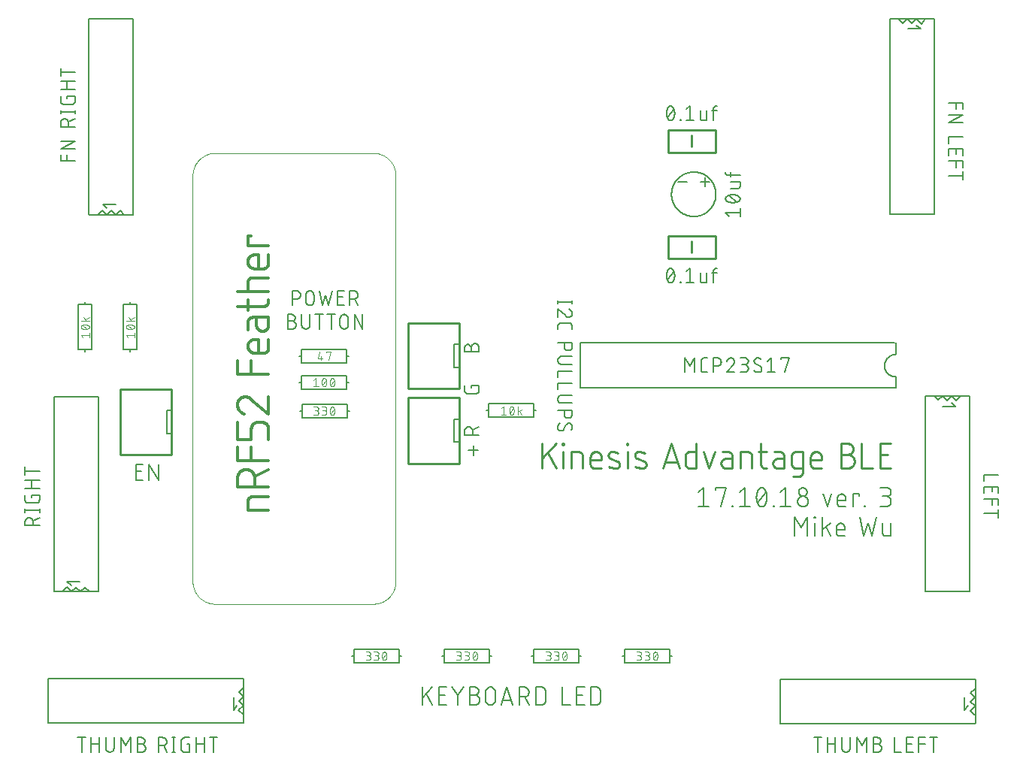
<source format=gto>
G75*
%MOIN*%
%OFA0B0*%
%FSLAX25Y25*%
%IPPOS*%
%LPD*%
%AMOC8*
5,1,8,0,0,1.08239X$1,22.5*
%
%ADD10C,0.00300*%
%ADD11C,0.00600*%
%ADD12C,0.00900*%
%ADD13C,0.00700*%
%ADD14C,0.00800*%
%ADD15C,0.01200*%
%ADD16C,0.00000*%
%ADD17C,0.00500*%
%ADD18C,0.01000*%
%ADD19C,0.00787*%
D10*
X0177051Y0063640D02*
X0178079Y0063640D01*
X0178142Y0063642D01*
X0178205Y0063648D01*
X0178268Y0063658D01*
X0178330Y0063671D01*
X0178391Y0063688D01*
X0178450Y0063709D01*
X0178509Y0063734D01*
X0178565Y0063762D01*
X0178620Y0063794D01*
X0178673Y0063829D01*
X0178723Y0063867D01*
X0178772Y0063908D01*
X0178817Y0063952D01*
X0178860Y0063999D01*
X0178899Y0064048D01*
X0178936Y0064100D01*
X0178969Y0064154D01*
X0178999Y0064210D01*
X0179026Y0064267D01*
X0179049Y0064326D01*
X0179068Y0064387D01*
X0179083Y0064448D01*
X0179095Y0064510D01*
X0179103Y0064573D01*
X0179107Y0064636D01*
X0179107Y0064700D01*
X0179103Y0064763D01*
X0179095Y0064826D01*
X0179083Y0064888D01*
X0179068Y0064949D01*
X0179049Y0065010D01*
X0179026Y0065069D01*
X0178999Y0065126D01*
X0178969Y0065182D01*
X0178936Y0065236D01*
X0178899Y0065288D01*
X0178860Y0065337D01*
X0178817Y0065384D01*
X0178772Y0065428D01*
X0178723Y0065469D01*
X0178673Y0065507D01*
X0178620Y0065542D01*
X0178565Y0065574D01*
X0178509Y0065602D01*
X0178450Y0065627D01*
X0178391Y0065648D01*
X0178330Y0065665D01*
X0178268Y0065678D01*
X0178205Y0065688D01*
X0178142Y0065694D01*
X0178079Y0065696D01*
X0178284Y0065696D02*
X0177462Y0065696D01*
X0178284Y0065696D02*
X0178340Y0065698D01*
X0178396Y0065704D01*
X0178451Y0065713D01*
X0178506Y0065726D01*
X0178559Y0065743D01*
X0178611Y0065764D01*
X0178662Y0065788D01*
X0178711Y0065816D01*
X0178758Y0065846D01*
X0178803Y0065880D01*
X0178845Y0065917D01*
X0178885Y0065957D01*
X0178922Y0065999D01*
X0178956Y0066044D01*
X0178986Y0066091D01*
X0179014Y0066140D01*
X0179038Y0066191D01*
X0179059Y0066243D01*
X0179076Y0066296D01*
X0179089Y0066351D01*
X0179098Y0066406D01*
X0179104Y0066462D01*
X0179106Y0066518D01*
X0179104Y0066574D01*
X0179098Y0066630D01*
X0179089Y0066685D01*
X0179076Y0066740D01*
X0179059Y0066793D01*
X0179038Y0066845D01*
X0179014Y0066896D01*
X0178986Y0066945D01*
X0178956Y0066992D01*
X0178922Y0067037D01*
X0178885Y0067079D01*
X0178845Y0067119D01*
X0178803Y0067156D01*
X0178758Y0067190D01*
X0178711Y0067220D01*
X0178662Y0067248D01*
X0178611Y0067272D01*
X0178559Y0067293D01*
X0178506Y0067310D01*
X0178451Y0067323D01*
X0178396Y0067332D01*
X0178340Y0067338D01*
X0178284Y0067340D01*
X0177051Y0067340D01*
X0180651Y0067340D02*
X0181884Y0067340D01*
X0181940Y0067338D01*
X0181996Y0067332D01*
X0182051Y0067323D01*
X0182106Y0067310D01*
X0182159Y0067293D01*
X0182211Y0067272D01*
X0182262Y0067248D01*
X0182311Y0067220D01*
X0182358Y0067190D01*
X0182403Y0067156D01*
X0182445Y0067119D01*
X0182485Y0067079D01*
X0182522Y0067037D01*
X0182556Y0066992D01*
X0182586Y0066945D01*
X0182614Y0066896D01*
X0182638Y0066845D01*
X0182659Y0066793D01*
X0182676Y0066740D01*
X0182689Y0066685D01*
X0182698Y0066630D01*
X0182704Y0066574D01*
X0182706Y0066518D01*
X0182704Y0066462D01*
X0182698Y0066406D01*
X0182689Y0066351D01*
X0182676Y0066296D01*
X0182659Y0066243D01*
X0182638Y0066191D01*
X0182614Y0066140D01*
X0182586Y0066091D01*
X0182556Y0066044D01*
X0182522Y0065999D01*
X0182485Y0065957D01*
X0182445Y0065917D01*
X0182403Y0065880D01*
X0182358Y0065846D01*
X0182311Y0065816D01*
X0182262Y0065788D01*
X0182211Y0065764D01*
X0182159Y0065743D01*
X0182106Y0065726D01*
X0182051Y0065713D01*
X0181996Y0065704D01*
X0181940Y0065698D01*
X0181884Y0065696D01*
X0181062Y0065696D01*
X0181679Y0065696D02*
X0181742Y0065694D01*
X0181805Y0065688D01*
X0181868Y0065678D01*
X0181930Y0065665D01*
X0181991Y0065648D01*
X0182050Y0065627D01*
X0182109Y0065602D01*
X0182165Y0065574D01*
X0182220Y0065542D01*
X0182273Y0065507D01*
X0182323Y0065469D01*
X0182372Y0065428D01*
X0182417Y0065384D01*
X0182460Y0065337D01*
X0182499Y0065288D01*
X0182536Y0065236D01*
X0182569Y0065182D01*
X0182599Y0065126D01*
X0182626Y0065069D01*
X0182649Y0065010D01*
X0182668Y0064949D01*
X0182683Y0064888D01*
X0182695Y0064826D01*
X0182703Y0064763D01*
X0182707Y0064700D01*
X0182707Y0064636D01*
X0182703Y0064573D01*
X0182695Y0064510D01*
X0182683Y0064448D01*
X0182668Y0064387D01*
X0182649Y0064326D01*
X0182626Y0064267D01*
X0182599Y0064210D01*
X0182569Y0064154D01*
X0182536Y0064100D01*
X0182499Y0064048D01*
X0182460Y0063999D01*
X0182417Y0063952D01*
X0182372Y0063908D01*
X0182323Y0063867D01*
X0182273Y0063829D01*
X0182220Y0063794D01*
X0182165Y0063762D01*
X0182109Y0063734D01*
X0182050Y0063709D01*
X0181991Y0063688D01*
X0181930Y0063671D01*
X0181868Y0063658D01*
X0181805Y0063648D01*
X0181742Y0063642D01*
X0181679Y0063640D01*
X0180651Y0063640D01*
X0185998Y0064154D02*
X0186043Y0064250D01*
X0186084Y0064348D01*
X0186122Y0064448D01*
X0186157Y0064548D01*
X0186188Y0064650D01*
X0186216Y0064753D01*
X0186239Y0064856D01*
X0186260Y0064961D01*
X0186276Y0065066D01*
X0186289Y0065171D01*
X0186299Y0065277D01*
X0186304Y0065384D01*
X0186306Y0065490D01*
X0184251Y0065490D02*
X0184253Y0065596D01*
X0184258Y0065703D01*
X0184268Y0065809D01*
X0184281Y0065914D01*
X0184297Y0066019D01*
X0184318Y0066124D01*
X0184341Y0066227D01*
X0184369Y0066330D01*
X0184400Y0066432D01*
X0184435Y0066532D01*
X0184473Y0066632D01*
X0184514Y0066730D01*
X0184559Y0066826D01*
X0185279Y0067341D02*
X0185331Y0067339D01*
X0185384Y0067334D01*
X0185435Y0067325D01*
X0185486Y0067312D01*
X0185536Y0067296D01*
X0185585Y0067277D01*
X0185632Y0067254D01*
X0185678Y0067228D01*
X0185721Y0067199D01*
X0185763Y0067167D01*
X0185802Y0067133D01*
X0185839Y0067095D01*
X0185873Y0067055D01*
X0185905Y0067013D01*
X0185933Y0066969D01*
X0185958Y0066923D01*
X0185980Y0066876D01*
X0185999Y0066827D01*
X0186101Y0066518D02*
X0184457Y0064462D01*
X0185279Y0063640D02*
X0185331Y0063642D01*
X0185384Y0063647D01*
X0185435Y0063656D01*
X0185486Y0063669D01*
X0185536Y0063685D01*
X0185585Y0063704D01*
X0185632Y0063727D01*
X0185678Y0063753D01*
X0185721Y0063782D01*
X0185763Y0063814D01*
X0185802Y0063848D01*
X0185839Y0063886D01*
X0185873Y0063926D01*
X0185905Y0063968D01*
X0185933Y0064012D01*
X0185958Y0064058D01*
X0185980Y0064105D01*
X0185999Y0064154D01*
X0185279Y0063640D02*
X0185227Y0063642D01*
X0185174Y0063647D01*
X0185123Y0063656D01*
X0185072Y0063669D01*
X0185022Y0063685D01*
X0184973Y0063704D01*
X0184926Y0063727D01*
X0184880Y0063753D01*
X0184837Y0063782D01*
X0184795Y0063814D01*
X0184756Y0063848D01*
X0184719Y0063886D01*
X0184685Y0063926D01*
X0184653Y0063968D01*
X0184625Y0064012D01*
X0184600Y0064058D01*
X0184578Y0064105D01*
X0184559Y0064154D01*
X0186306Y0065490D02*
X0186304Y0065596D01*
X0186299Y0065703D01*
X0186289Y0065809D01*
X0186276Y0065914D01*
X0186260Y0066019D01*
X0186239Y0066124D01*
X0186216Y0066227D01*
X0186188Y0066330D01*
X0186157Y0066432D01*
X0186122Y0066532D01*
X0186084Y0066632D01*
X0186043Y0066730D01*
X0185998Y0066826D01*
X0185279Y0067341D02*
X0185227Y0067339D01*
X0185174Y0067334D01*
X0185123Y0067325D01*
X0185072Y0067312D01*
X0185022Y0067296D01*
X0184973Y0067277D01*
X0184926Y0067254D01*
X0184880Y0067228D01*
X0184837Y0067199D01*
X0184795Y0067167D01*
X0184756Y0067133D01*
X0184719Y0067095D01*
X0184685Y0067055D01*
X0184653Y0067013D01*
X0184625Y0066969D01*
X0184600Y0066923D01*
X0184578Y0066876D01*
X0184559Y0066827D01*
X0184251Y0065490D02*
X0184253Y0065384D01*
X0184258Y0065277D01*
X0184268Y0065171D01*
X0184281Y0065066D01*
X0184297Y0064961D01*
X0184318Y0064856D01*
X0184341Y0064753D01*
X0184369Y0064650D01*
X0184400Y0064548D01*
X0184435Y0064448D01*
X0184473Y0064348D01*
X0184514Y0064250D01*
X0184559Y0064154D01*
X0217248Y0063640D02*
X0218276Y0063640D01*
X0218339Y0063642D01*
X0218402Y0063648D01*
X0218465Y0063658D01*
X0218527Y0063671D01*
X0218588Y0063688D01*
X0218647Y0063709D01*
X0218706Y0063734D01*
X0218762Y0063762D01*
X0218817Y0063794D01*
X0218870Y0063829D01*
X0218920Y0063867D01*
X0218969Y0063908D01*
X0219014Y0063952D01*
X0219057Y0063999D01*
X0219096Y0064048D01*
X0219133Y0064100D01*
X0219166Y0064154D01*
X0219196Y0064210D01*
X0219223Y0064267D01*
X0219246Y0064326D01*
X0219265Y0064387D01*
X0219280Y0064448D01*
X0219292Y0064510D01*
X0219300Y0064573D01*
X0219304Y0064636D01*
X0219304Y0064700D01*
X0219300Y0064763D01*
X0219292Y0064826D01*
X0219280Y0064888D01*
X0219265Y0064949D01*
X0219246Y0065010D01*
X0219223Y0065069D01*
X0219196Y0065126D01*
X0219166Y0065182D01*
X0219133Y0065236D01*
X0219096Y0065288D01*
X0219057Y0065337D01*
X0219014Y0065384D01*
X0218969Y0065428D01*
X0218920Y0065469D01*
X0218870Y0065507D01*
X0218817Y0065542D01*
X0218762Y0065574D01*
X0218706Y0065602D01*
X0218647Y0065627D01*
X0218588Y0065648D01*
X0218527Y0065665D01*
X0218465Y0065678D01*
X0218402Y0065688D01*
X0218339Y0065694D01*
X0218276Y0065696D01*
X0218481Y0065696D02*
X0217659Y0065696D01*
X0218481Y0065696D02*
X0218537Y0065698D01*
X0218593Y0065704D01*
X0218648Y0065713D01*
X0218703Y0065726D01*
X0218756Y0065743D01*
X0218808Y0065764D01*
X0218859Y0065788D01*
X0218908Y0065816D01*
X0218955Y0065846D01*
X0219000Y0065880D01*
X0219042Y0065917D01*
X0219082Y0065957D01*
X0219119Y0065999D01*
X0219153Y0066044D01*
X0219183Y0066091D01*
X0219211Y0066140D01*
X0219235Y0066191D01*
X0219256Y0066243D01*
X0219273Y0066296D01*
X0219286Y0066351D01*
X0219295Y0066406D01*
X0219301Y0066462D01*
X0219303Y0066518D01*
X0219301Y0066574D01*
X0219295Y0066630D01*
X0219286Y0066685D01*
X0219273Y0066740D01*
X0219256Y0066793D01*
X0219235Y0066845D01*
X0219211Y0066896D01*
X0219183Y0066945D01*
X0219153Y0066992D01*
X0219119Y0067037D01*
X0219082Y0067079D01*
X0219042Y0067119D01*
X0219000Y0067156D01*
X0218955Y0067190D01*
X0218908Y0067220D01*
X0218859Y0067248D01*
X0218808Y0067272D01*
X0218756Y0067293D01*
X0218703Y0067310D01*
X0218648Y0067323D01*
X0218593Y0067332D01*
X0218537Y0067338D01*
X0218481Y0067340D01*
X0217248Y0067340D01*
X0220848Y0067340D02*
X0222081Y0067340D01*
X0222137Y0067338D01*
X0222193Y0067332D01*
X0222248Y0067323D01*
X0222303Y0067310D01*
X0222356Y0067293D01*
X0222408Y0067272D01*
X0222459Y0067248D01*
X0222508Y0067220D01*
X0222555Y0067190D01*
X0222600Y0067156D01*
X0222642Y0067119D01*
X0222682Y0067079D01*
X0222719Y0067037D01*
X0222753Y0066992D01*
X0222783Y0066945D01*
X0222811Y0066896D01*
X0222835Y0066845D01*
X0222856Y0066793D01*
X0222873Y0066740D01*
X0222886Y0066685D01*
X0222895Y0066630D01*
X0222901Y0066574D01*
X0222903Y0066518D01*
X0222901Y0066462D01*
X0222895Y0066406D01*
X0222886Y0066351D01*
X0222873Y0066296D01*
X0222856Y0066243D01*
X0222835Y0066191D01*
X0222811Y0066140D01*
X0222783Y0066091D01*
X0222753Y0066044D01*
X0222719Y0065999D01*
X0222682Y0065957D01*
X0222642Y0065917D01*
X0222600Y0065880D01*
X0222555Y0065846D01*
X0222508Y0065816D01*
X0222459Y0065788D01*
X0222408Y0065764D01*
X0222356Y0065743D01*
X0222303Y0065726D01*
X0222248Y0065713D01*
X0222193Y0065704D01*
X0222137Y0065698D01*
X0222081Y0065696D01*
X0221259Y0065696D01*
X0221876Y0065696D02*
X0221939Y0065694D01*
X0222002Y0065688D01*
X0222065Y0065678D01*
X0222127Y0065665D01*
X0222188Y0065648D01*
X0222247Y0065627D01*
X0222306Y0065602D01*
X0222362Y0065574D01*
X0222417Y0065542D01*
X0222470Y0065507D01*
X0222520Y0065469D01*
X0222569Y0065428D01*
X0222614Y0065384D01*
X0222657Y0065337D01*
X0222696Y0065288D01*
X0222733Y0065236D01*
X0222766Y0065182D01*
X0222796Y0065126D01*
X0222823Y0065069D01*
X0222846Y0065010D01*
X0222865Y0064949D01*
X0222880Y0064888D01*
X0222892Y0064826D01*
X0222900Y0064763D01*
X0222904Y0064700D01*
X0222904Y0064636D01*
X0222900Y0064573D01*
X0222892Y0064510D01*
X0222880Y0064448D01*
X0222865Y0064387D01*
X0222846Y0064326D01*
X0222823Y0064267D01*
X0222796Y0064210D01*
X0222766Y0064154D01*
X0222733Y0064100D01*
X0222696Y0064048D01*
X0222657Y0063999D01*
X0222614Y0063952D01*
X0222569Y0063908D01*
X0222520Y0063867D01*
X0222470Y0063829D01*
X0222417Y0063794D01*
X0222362Y0063762D01*
X0222306Y0063734D01*
X0222247Y0063709D01*
X0222188Y0063688D01*
X0222127Y0063671D01*
X0222065Y0063658D01*
X0222002Y0063648D01*
X0221939Y0063642D01*
X0221876Y0063640D01*
X0220848Y0063640D01*
X0226195Y0064154D02*
X0226240Y0064250D01*
X0226281Y0064348D01*
X0226319Y0064448D01*
X0226354Y0064548D01*
X0226385Y0064650D01*
X0226413Y0064753D01*
X0226436Y0064856D01*
X0226457Y0064961D01*
X0226473Y0065066D01*
X0226486Y0065171D01*
X0226496Y0065277D01*
X0226501Y0065384D01*
X0226503Y0065490D01*
X0224448Y0065490D02*
X0224450Y0065596D01*
X0224455Y0065703D01*
X0224465Y0065809D01*
X0224478Y0065914D01*
X0224494Y0066019D01*
X0224515Y0066124D01*
X0224538Y0066227D01*
X0224566Y0066330D01*
X0224597Y0066432D01*
X0224632Y0066532D01*
X0224670Y0066632D01*
X0224711Y0066730D01*
X0224756Y0066826D01*
X0225476Y0067341D02*
X0225528Y0067339D01*
X0225581Y0067334D01*
X0225632Y0067325D01*
X0225683Y0067312D01*
X0225733Y0067296D01*
X0225782Y0067277D01*
X0225829Y0067254D01*
X0225875Y0067228D01*
X0225918Y0067199D01*
X0225960Y0067167D01*
X0225999Y0067133D01*
X0226036Y0067095D01*
X0226070Y0067055D01*
X0226102Y0067013D01*
X0226130Y0066969D01*
X0226155Y0066923D01*
X0226177Y0066876D01*
X0226196Y0066827D01*
X0226298Y0066518D02*
X0224653Y0064462D01*
X0225476Y0063640D02*
X0225528Y0063642D01*
X0225581Y0063647D01*
X0225632Y0063656D01*
X0225683Y0063669D01*
X0225733Y0063685D01*
X0225782Y0063704D01*
X0225829Y0063727D01*
X0225875Y0063753D01*
X0225918Y0063782D01*
X0225960Y0063814D01*
X0225999Y0063848D01*
X0226036Y0063886D01*
X0226070Y0063926D01*
X0226102Y0063968D01*
X0226130Y0064012D01*
X0226155Y0064058D01*
X0226177Y0064105D01*
X0226196Y0064154D01*
X0225476Y0063640D02*
X0225424Y0063642D01*
X0225371Y0063647D01*
X0225320Y0063656D01*
X0225269Y0063669D01*
X0225219Y0063685D01*
X0225170Y0063704D01*
X0225123Y0063727D01*
X0225077Y0063753D01*
X0225034Y0063782D01*
X0224992Y0063814D01*
X0224953Y0063848D01*
X0224916Y0063886D01*
X0224882Y0063926D01*
X0224850Y0063968D01*
X0224822Y0064012D01*
X0224797Y0064058D01*
X0224775Y0064105D01*
X0224756Y0064154D01*
X0226503Y0065490D02*
X0226501Y0065596D01*
X0226496Y0065703D01*
X0226486Y0065809D01*
X0226473Y0065914D01*
X0226457Y0066019D01*
X0226436Y0066124D01*
X0226413Y0066227D01*
X0226385Y0066330D01*
X0226354Y0066432D01*
X0226319Y0066532D01*
X0226281Y0066632D01*
X0226240Y0066730D01*
X0226195Y0066826D01*
X0225476Y0067341D02*
X0225424Y0067339D01*
X0225371Y0067334D01*
X0225320Y0067325D01*
X0225269Y0067312D01*
X0225219Y0067296D01*
X0225170Y0067277D01*
X0225123Y0067254D01*
X0225077Y0067228D01*
X0225034Y0067199D01*
X0224992Y0067167D01*
X0224953Y0067133D01*
X0224916Y0067095D01*
X0224882Y0067055D01*
X0224850Y0067013D01*
X0224822Y0066969D01*
X0224797Y0066923D01*
X0224775Y0066876D01*
X0224756Y0066827D01*
X0224448Y0065490D02*
X0224450Y0065384D01*
X0224455Y0065277D01*
X0224465Y0065171D01*
X0224478Y0065066D01*
X0224494Y0064961D01*
X0224515Y0064856D01*
X0224538Y0064753D01*
X0224566Y0064650D01*
X0224597Y0064548D01*
X0224632Y0064448D01*
X0224670Y0064348D01*
X0224711Y0064250D01*
X0224756Y0064154D01*
X0257012Y0063640D02*
X0258039Y0063640D01*
X0258102Y0063642D01*
X0258165Y0063648D01*
X0258228Y0063658D01*
X0258290Y0063671D01*
X0258351Y0063688D01*
X0258410Y0063709D01*
X0258469Y0063734D01*
X0258525Y0063762D01*
X0258580Y0063794D01*
X0258633Y0063829D01*
X0258683Y0063867D01*
X0258732Y0063908D01*
X0258777Y0063952D01*
X0258820Y0063999D01*
X0258859Y0064048D01*
X0258896Y0064100D01*
X0258929Y0064154D01*
X0258959Y0064210D01*
X0258986Y0064267D01*
X0259009Y0064326D01*
X0259028Y0064387D01*
X0259043Y0064448D01*
X0259055Y0064510D01*
X0259063Y0064573D01*
X0259067Y0064636D01*
X0259067Y0064700D01*
X0259063Y0064763D01*
X0259055Y0064826D01*
X0259043Y0064888D01*
X0259028Y0064949D01*
X0259009Y0065010D01*
X0258986Y0065069D01*
X0258959Y0065126D01*
X0258929Y0065182D01*
X0258896Y0065236D01*
X0258859Y0065288D01*
X0258820Y0065337D01*
X0258777Y0065384D01*
X0258732Y0065428D01*
X0258683Y0065469D01*
X0258633Y0065507D01*
X0258580Y0065542D01*
X0258525Y0065574D01*
X0258469Y0065602D01*
X0258410Y0065627D01*
X0258351Y0065648D01*
X0258290Y0065665D01*
X0258228Y0065678D01*
X0258165Y0065688D01*
X0258102Y0065694D01*
X0258039Y0065696D01*
X0258245Y0065696D02*
X0257423Y0065696D01*
X0258245Y0065696D02*
X0258301Y0065698D01*
X0258357Y0065704D01*
X0258412Y0065713D01*
X0258467Y0065726D01*
X0258520Y0065743D01*
X0258572Y0065764D01*
X0258623Y0065788D01*
X0258672Y0065816D01*
X0258719Y0065846D01*
X0258764Y0065880D01*
X0258806Y0065917D01*
X0258846Y0065957D01*
X0258883Y0065999D01*
X0258917Y0066044D01*
X0258947Y0066091D01*
X0258975Y0066140D01*
X0258999Y0066191D01*
X0259020Y0066243D01*
X0259037Y0066296D01*
X0259050Y0066351D01*
X0259059Y0066406D01*
X0259065Y0066462D01*
X0259067Y0066518D01*
X0259065Y0066574D01*
X0259059Y0066630D01*
X0259050Y0066685D01*
X0259037Y0066740D01*
X0259020Y0066793D01*
X0258999Y0066845D01*
X0258975Y0066896D01*
X0258947Y0066945D01*
X0258917Y0066992D01*
X0258883Y0067037D01*
X0258846Y0067079D01*
X0258806Y0067119D01*
X0258764Y0067156D01*
X0258719Y0067190D01*
X0258672Y0067220D01*
X0258623Y0067248D01*
X0258572Y0067272D01*
X0258520Y0067293D01*
X0258467Y0067310D01*
X0258412Y0067323D01*
X0258357Y0067332D01*
X0258301Y0067338D01*
X0258245Y0067340D01*
X0257012Y0067340D01*
X0260612Y0067340D02*
X0261845Y0067340D01*
X0261901Y0067338D01*
X0261957Y0067332D01*
X0262012Y0067323D01*
X0262067Y0067310D01*
X0262120Y0067293D01*
X0262172Y0067272D01*
X0262223Y0067248D01*
X0262272Y0067220D01*
X0262319Y0067190D01*
X0262364Y0067156D01*
X0262406Y0067119D01*
X0262446Y0067079D01*
X0262483Y0067037D01*
X0262517Y0066992D01*
X0262547Y0066945D01*
X0262575Y0066896D01*
X0262599Y0066845D01*
X0262620Y0066793D01*
X0262637Y0066740D01*
X0262650Y0066685D01*
X0262659Y0066630D01*
X0262665Y0066574D01*
X0262667Y0066518D01*
X0262665Y0066462D01*
X0262659Y0066406D01*
X0262650Y0066351D01*
X0262637Y0066296D01*
X0262620Y0066243D01*
X0262599Y0066191D01*
X0262575Y0066140D01*
X0262547Y0066091D01*
X0262517Y0066044D01*
X0262483Y0065999D01*
X0262446Y0065957D01*
X0262406Y0065917D01*
X0262364Y0065880D01*
X0262319Y0065846D01*
X0262272Y0065816D01*
X0262223Y0065788D01*
X0262172Y0065764D01*
X0262120Y0065743D01*
X0262067Y0065726D01*
X0262012Y0065713D01*
X0261957Y0065704D01*
X0261901Y0065698D01*
X0261845Y0065696D01*
X0261023Y0065696D01*
X0261639Y0065696D02*
X0261702Y0065694D01*
X0261765Y0065688D01*
X0261828Y0065678D01*
X0261890Y0065665D01*
X0261951Y0065648D01*
X0262010Y0065627D01*
X0262069Y0065602D01*
X0262125Y0065574D01*
X0262180Y0065542D01*
X0262233Y0065507D01*
X0262283Y0065469D01*
X0262332Y0065428D01*
X0262377Y0065384D01*
X0262420Y0065337D01*
X0262459Y0065288D01*
X0262496Y0065236D01*
X0262529Y0065182D01*
X0262559Y0065126D01*
X0262586Y0065069D01*
X0262609Y0065010D01*
X0262628Y0064949D01*
X0262643Y0064888D01*
X0262655Y0064826D01*
X0262663Y0064763D01*
X0262667Y0064700D01*
X0262667Y0064636D01*
X0262663Y0064573D01*
X0262655Y0064510D01*
X0262643Y0064448D01*
X0262628Y0064387D01*
X0262609Y0064326D01*
X0262586Y0064267D01*
X0262559Y0064210D01*
X0262529Y0064154D01*
X0262496Y0064100D01*
X0262459Y0064048D01*
X0262420Y0063999D01*
X0262377Y0063952D01*
X0262332Y0063908D01*
X0262283Y0063867D01*
X0262233Y0063829D01*
X0262180Y0063794D01*
X0262125Y0063762D01*
X0262069Y0063734D01*
X0262010Y0063709D01*
X0261951Y0063688D01*
X0261890Y0063671D01*
X0261828Y0063658D01*
X0261765Y0063648D01*
X0261702Y0063642D01*
X0261639Y0063640D01*
X0260612Y0063640D01*
X0265959Y0064154D02*
X0266004Y0064250D01*
X0266045Y0064348D01*
X0266083Y0064448D01*
X0266118Y0064548D01*
X0266149Y0064650D01*
X0266177Y0064753D01*
X0266200Y0064856D01*
X0266221Y0064961D01*
X0266237Y0065066D01*
X0266250Y0065171D01*
X0266260Y0065277D01*
X0266265Y0065384D01*
X0266267Y0065490D01*
X0264212Y0065490D02*
X0264214Y0065596D01*
X0264219Y0065703D01*
X0264229Y0065809D01*
X0264242Y0065914D01*
X0264258Y0066019D01*
X0264279Y0066124D01*
X0264302Y0066227D01*
X0264330Y0066330D01*
X0264361Y0066432D01*
X0264396Y0066532D01*
X0264434Y0066632D01*
X0264475Y0066730D01*
X0264520Y0066826D01*
X0265239Y0067341D02*
X0265291Y0067339D01*
X0265344Y0067334D01*
X0265395Y0067325D01*
X0265446Y0067312D01*
X0265496Y0067296D01*
X0265545Y0067277D01*
X0265592Y0067254D01*
X0265638Y0067228D01*
X0265681Y0067199D01*
X0265723Y0067167D01*
X0265762Y0067133D01*
X0265799Y0067095D01*
X0265833Y0067055D01*
X0265865Y0067013D01*
X0265893Y0066969D01*
X0265918Y0066923D01*
X0265940Y0066876D01*
X0265959Y0066827D01*
X0266062Y0066518D02*
X0264417Y0064462D01*
X0265239Y0063640D02*
X0265291Y0063642D01*
X0265344Y0063647D01*
X0265395Y0063656D01*
X0265446Y0063669D01*
X0265496Y0063685D01*
X0265545Y0063704D01*
X0265592Y0063727D01*
X0265638Y0063753D01*
X0265681Y0063782D01*
X0265723Y0063814D01*
X0265762Y0063848D01*
X0265799Y0063886D01*
X0265833Y0063926D01*
X0265865Y0063968D01*
X0265893Y0064012D01*
X0265918Y0064058D01*
X0265940Y0064105D01*
X0265959Y0064154D01*
X0265239Y0063640D02*
X0265187Y0063642D01*
X0265134Y0063647D01*
X0265083Y0063656D01*
X0265032Y0063669D01*
X0264982Y0063685D01*
X0264933Y0063704D01*
X0264886Y0063727D01*
X0264840Y0063753D01*
X0264797Y0063782D01*
X0264755Y0063814D01*
X0264716Y0063848D01*
X0264679Y0063886D01*
X0264645Y0063926D01*
X0264613Y0063968D01*
X0264585Y0064012D01*
X0264560Y0064058D01*
X0264538Y0064105D01*
X0264519Y0064154D01*
X0266267Y0065490D02*
X0266265Y0065596D01*
X0266260Y0065703D01*
X0266250Y0065809D01*
X0266237Y0065914D01*
X0266221Y0066019D01*
X0266200Y0066124D01*
X0266177Y0066227D01*
X0266149Y0066330D01*
X0266118Y0066432D01*
X0266083Y0066532D01*
X0266045Y0066632D01*
X0266004Y0066730D01*
X0265959Y0066826D01*
X0265239Y0067341D02*
X0265187Y0067339D01*
X0265134Y0067334D01*
X0265083Y0067325D01*
X0265032Y0067312D01*
X0264982Y0067296D01*
X0264933Y0067277D01*
X0264886Y0067254D01*
X0264840Y0067228D01*
X0264797Y0067199D01*
X0264755Y0067167D01*
X0264716Y0067133D01*
X0264679Y0067095D01*
X0264645Y0067055D01*
X0264613Y0067013D01*
X0264585Y0066969D01*
X0264560Y0066923D01*
X0264538Y0066876D01*
X0264519Y0066827D01*
X0264212Y0065490D02*
X0264214Y0065384D01*
X0264219Y0065277D01*
X0264229Y0065171D01*
X0264242Y0065066D01*
X0264258Y0064961D01*
X0264279Y0064856D01*
X0264302Y0064753D01*
X0264330Y0064650D01*
X0264361Y0064548D01*
X0264396Y0064448D01*
X0264434Y0064348D01*
X0264475Y0064250D01*
X0264520Y0064154D01*
X0297169Y0063640D02*
X0298197Y0063640D01*
X0298260Y0063642D01*
X0298323Y0063648D01*
X0298386Y0063658D01*
X0298448Y0063671D01*
X0298509Y0063688D01*
X0298568Y0063709D01*
X0298627Y0063734D01*
X0298683Y0063762D01*
X0298738Y0063794D01*
X0298791Y0063829D01*
X0298841Y0063867D01*
X0298890Y0063908D01*
X0298935Y0063952D01*
X0298978Y0063999D01*
X0299017Y0064048D01*
X0299054Y0064100D01*
X0299087Y0064154D01*
X0299117Y0064210D01*
X0299144Y0064267D01*
X0299167Y0064326D01*
X0299186Y0064387D01*
X0299201Y0064448D01*
X0299213Y0064510D01*
X0299221Y0064573D01*
X0299225Y0064636D01*
X0299225Y0064700D01*
X0299221Y0064763D01*
X0299213Y0064826D01*
X0299201Y0064888D01*
X0299186Y0064949D01*
X0299167Y0065010D01*
X0299144Y0065069D01*
X0299117Y0065126D01*
X0299087Y0065182D01*
X0299054Y0065236D01*
X0299017Y0065288D01*
X0298978Y0065337D01*
X0298935Y0065384D01*
X0298890Y0065428D01*
X0298841Y0065469D01*
X0298791Y0065507D01*
X0298738Y0065542D01*
X0298683Y0065574D01*
X0298627Y0065602D01*
X0298568Y0065627D01*
X0298509Y0065648D01*
X0298448Y0065665D01*
X0298386Y0065678D01*
X0298323Y0065688D01*
X0298260Y0065694D01*
X0298197Y0065696D01*
X0298402Y0065696D02*
X0297580Y0065696D01*
X0298402Y0065696D02*
X0298458Y0065698D01*
X0298514Y0065704D01*
X0298569Y0065713D01*
X0298624Y0065726D01*
X0298677Y0065743D01*
X0298729Y0065764D01*
X0298780Y0065788D01*
X0298829Y0065816D01*
X0298876Y0065846D01*
X0298921Y0065880D01*
X0298963Y0065917D01*
X0299003Y0065957D01*
X0299040Y0065999D01*
X0299074Y0066044D01*
X0299104Y0066091D01*
X0299132Y0066140D01*
X0299156Y0066191D01*
X0299177Y0066243D01*
X0299194Y0066296D01*
X0299207Y0066351D01*
X0299216Y0066406D01*
X0299222Y0066462D01*
X0299224Y0066518D01*
X0299222Y0066574D01*
X0299216Y0066630D01*
X0299207Y0066685D01*
X0299194Y0066740D01*
X0299177Y0066793D01*
X0299156Y0066845D01*
X0299132Y0066896D01*
X0299104Y0066945D01*
X0299074Y0066992D01*
X0299040Y0067037D01*
X0299003Y0067079D01*
X0298963Y0067119D01*
X0298921Y0067156D01*
X0298876Y0067190D01*
X0298829Y0067220D01*
X0298780Y0067248D01*
X0298729Y0067272D01*
X0298677Y0067293D01*
X0298624Y0067310D01*
X0298569Y0067323D01*
X0298514Y0067332D01*
X0298458Y0067338D01*
X0298402Y0067340D01*
X0297169Y0067340D01*
X0300769Y0067340D02*
X0302002Y0067340D01*
X0302058Y0067338D01*
X0302114Y0067332D01*
X0302169Y0067323D01*
X0302224Y0067310D01*
X0302277Y0067293D01*
X0302329Y0067272D01*
X0302380Y0067248D01*
X0302429Y0067220D01*
X0302476Y0067190D01*
X0302521Y0067156D01*
X0302563Y0067119D01*
X0302603Y0067079D01*
X0302640Y0067037D01*
X0302674Y0066992D01*
X0302704Y0066945D01*
X0302732Y0066896D01*
X0302756Y0066845D01*
X0302777Y0066793D01*
X0302794Y0066740D01*
X0302807Y0066685D01*
X0302816Y0066630D01*
X0302822Y0066574D01*
X0302824Y0066518D01*
X0302822Y0066462D01*
X0302816Y0066406D01*
X0302807Y0066351D01*
X0302794Y0066296D01*
X0302777Y0066243D01*
X0302756Y0066191D01*
X0302732Y0066140D01*
X0302704Y0066091D01*
X0302674Y0066044D01*
X0302640Y0065999D01*
X0302603Y0065957D01*
X0302563Y0065917D01*
X0302521Y0065880D01*
X0302476Y0065846D01*
X0302429Y0065816D01*
X0302380Y0065788D01*
X0302329Y0065764D01*
X0302277Y0065743D01*
X0302224Y0065726D01*
X0302169Y0065713D01*
X0302114Y0065704D01*
X0302058Y0065698D01*
X0302002Y0065696D01*
X0301180Y0065696D01*
X0301797Y0065696D02*
X0301860Y0065694D01*
X0301923Y0065688D01*
X0301986Y0065678D01*
X0302048Y0065665D01*
X0302109Y0065648D01*
X0302168Y0065627D01*
X0302227Y0065602D01*
X0302283Y0065574D01*
X0302338Y0065542D01*
X0302391Y0065507D01*
X0302441Y0065469D01*
X0302490Y0065428D01*
X0302535Y0065384D01*
X0302578Y0065337D01*
X0302617Y0065288D01*
X0302654Y0065236D01*
X0302687Y0065182D01*
X0302717Y0065126D01*
X0302744Y0065069D01*
X0302767Y0065010D01*
X0302786Y0064949D01*
X0302801Y0064888D01*
X0302813Y0064826D01*
X0302821Y0064763D01*
X0302825Y0064700D01*
X0302825Y0064636D01*
X0302821Y0064573D01*
X0302813Y0064510D01*
X0302801Y0064448D01*
X0302786Y0064387D01*
X0302767Y0064326D01*
X0302744Y0064267D01*
X0302717Y0064210D01*
X0302687Y0064154D01*
X0302654Y0064100D01*
X0302617Y0064048D01*
X0302578Y0063999D01*
X0302535Y0063952D01*
X0302490Y0063908D01*
X0302441Y0063867D01*
X0302391Y0063829D01*
X0302338Y0063794D01*
X0302283Y0063762D01*
X0302227Y0063734D01*
X0302168Y0063709D01*
X0302109Y0063688D01*
X0302048Y0063671D01*
X0301986Y0063658D01*
X0301923Y0063648D01*
X0301860Y0063642D01*
X0301797Y0063640D01*
X0300769Y0063640D01*
X0306116Y0064154D02*
X0306161Y0064250D01*
X0306202Y0064348D01*
X0306240Y0064448D01*
X0306275Y0064548D01*
X0306306Y0064650D01*
X0306334Y0064753D01*
X0306357Y0064856D01*
X0306378Y0064961D01*
X0306394Y0065066D01*
X0306407Y0065171D01*
X0306417Y0065277D01*
X0306422Y0065384D01*
X0306424Y0065490D01*
X0304369Y0065490D02*
X0304371Y0065596D01*
X0304376Y0065703D01*
X0304386Y0065809D01*
X0304399Y0065914D01*
X0304415Y0066019D01*
X0304436Y0066124D01*
X0304459Y0066227D01*
X0304487Y0066330D01*
X0304518Y0066432D01*
X0304553Y0066532D01*
X0304591Y0066632D01*
X0304632Y0066730D01*
X0304677Y0066826D01*
X0305397Y0067341D02*
X0305449Y0067339D01*
X0305502Y0067334D01*
X0305553Y0067325D01*
X0305604Y0067312D01*
X0305654Y0067296D01*
X0305703Y0067277D01*
X0305750Y0067254D01*
X0305796Y0067228D01*
X0305839Y0067199D01*
X0305881Y0067167D01*
X0305920Y0067133D01*
X0305957Y0067095D01*
X0305991Y0067055D01*
X0306023Y0067013D01*
X0306051Y0066969D01*
X0306076Y0066923D01*
X0306098Y0066876D01*
X0306117Y0066827D01*
X0306219Y0066518D02*
X0304575Y0064462D01*
X0305397Y0063640D02*
X0305449Y0063642D01*
X0305502Y0063647D01*
X0305553Y0063656D01*
X0305604Y0063669D01*
X0305654Y0063685D01*
X0305703Y0063704D01*
X0305750Y0063727D01*
X0305796Y0063753D01*
X0305839Y0063782D01*
X0305881Y0063814D01*
X0305920Y0063848D01*
X0305957Y0063886D01*
X0305991Y0063926D01*
X0306023Y0063968D01*
X0306051Y0064012D01*
X0306076Y0064058D01*
X0306098Y0064105D01*
X0306117Y0064154D01*
X0305397Y0063640D02*
X0305345Y0063642D01*
X0305292Y0063647D01*
X0305241Y0063656D01*
X0305190Y0063669D01*
X0305140Y0063685D01*
X0305091Y0063704D01*
X0305044Y0063727D01*
X0304998Y0063753D01*
X0304955Y0063782D01*
X0304913Y0063814D01*
X0304874Y0063848D01*
X0304837Y0063886D01*
X0304803Y0063926D01*
X0304771Y0063968D01*
X0304743Y0064012D01*
X0304718Y0064058D01*
X0304696Y0064105D01*
X0304677Y0064154D01*
X0306425Y0065490D02*
X0306423Y0065596D01*
X0306418Y0065703D01*
X0306408Y0065809D01*
X0306395Y0065914D01*
X0306379Y0066019D01*
X0306358Y0066124D01*
X0306335Y0066227D01*
X0306307Y0066330D01*
X0306276Y0066432D01*
X0306241Y0066532D01*
X0306203Y0066632D01*
X0306162Y0066730D01*
X0306117Y0066826D01*
X0305397Y0067341D02*
X0305345Y0067339D01*
X0305292Y0067334D01*
X0305241Y0067325D01*
X0305190Y0067312D01*
X0305140Y0067296D01*
X0305091Y0067277D01*
X0305044Y0067254D01*
X0304998Y0067228D01*
X0304955Y0067199D01*
X0304913Y0067167D01*
X0304874Y0067133D01*
X0304837Y0067095D01*
X0304803Y0067055D01*
X0304771Y0067013D01*
X0304743Y0066969D01*
X0304718Y0066923D01*
X0304696Y0066876D01*
X0304677Y0066827D01*
X0304369Y0065490D02*
X0304371Y0065384D01*
X0304376Y0065277D01*
X0304386Y0065171D01*
X0304399Y0065066D01*
X0304415Y0064961D01*
X0304436Y0064856D01*
X0304459Y0064753D01*
X0304487Y0064650D01*
X0304518Y0064548D01*
X0304553Y0064448D01*
X0304591Y0064348D01*
X0304632Y0064250D01*
X0304677Y0064154D01*
X0246086Y0172459D02*
X0245161Y0174206D01*
X0244441Y0173692D02*
X0246086Y0174926D01*
X0244441Y0176159D02*
X0244441Y0172459D01*
X0241022Y0172973D02*
X0240977Y0173069D01*
X0240936Y0173167D01*
X0240898Y0173267D01*
X0240863Y0173367D01*
X0240832Y0173469D01*
X0240804Y0173572D01*
X0240781Y0173675D01*
X0240760Y0173780D01*
X0240744Y0173885D01*
X0240731Y0173990D01*
X0240721Y0174096D01*
X0240716Y0174203D01*
X0240714Y0174309D01*
X0242770Y0174309D02*
X0242768Y0174415D01*
X0242763Y0174522D01*
X0242753Y0174628D01*
X0242740Y0174733D01*
X0242724Y0174838D01*
X0242703Y0174943D01*
X0242680Y0175046D01*
X0242652Y0175149D01*
X0242621Y0175251D01*
X0242586Y0175351D01*
X0242548Y0175451D01*
X0242507Y0175549D01*
X0242462Y0175645D01*
X0242564Y0175337D02*
X0240920Y0173281D01*
X0241742Y0172459D02*
X0241794Y0172461D01*
X0241847Y0172466D01*
X0241898Y0172475D01*
X0241949Y0172488D01*
X0241999Y0172504D01*
X0242048Y0172523D01*
X0242095Y0172546D01*
X0242141Y0172572D01*
X0242184Y0172601D01*
X0242226Y0172633D01*
X0242265Y0172667D01*
X0242302Y0172705D01*
X0242336Y0172745D01*
X0242368Y0172787D01*
X0242396Y0172831D01*
X0242421Y0172877D01*
X0242443Y0172924D01*
X0242462Y0172973D01*
X0241742Y0172459D02*
X0241690Y0172461D01*
X0241637Y0172466D01*
X0241586Y0172475D01*
X0241535Y0172488D01*
X0241485Y0172504D01*
X0241436Y0172523D01*
X0241389Y0172546D01*
X0241343Y0172572D01*
X0241300Y0172601D01*
X0241258Y0172633D01*
X0241219Y0172667D01*
X0241182Y0172705D01*
X0241148Y0172745D01*
X0241116Y0172787D01*
X0241088Y0172831D01*
X0241063Y0172877D01*
X0241041Y0172924D01*
X0241022Y0172973D01*
X0242462Y0172973D02*
X0242507Y0173069D01*
X0242548Y0173167D01*
X0242586Y0173267D01*
X0242621Y0173367D01*
X0242652Y0173469D01*
X0242680Y0173572D01*
X0242703Y0173675D01*
X0242724Y0173780D01*
X0242740Y0173885D01*
X0242753Y0173990D01*
X0242763Y0174096D01*
X0242768Y0174203D01*
X0242770Y0174309D01*
X0240714Y0174309D02*
X0240716Y0174415D01*
X0240721Y0174522D01*
X0240731Y0174628D01*
X0240744Y0174733D01*
X0240760Y0174838D01*
X0240781Y0174943D01*
X0240804Y0175046D01*
X0240832Y0175149D01*
X0240863Y0175251D01*
X0240898Y0175351D01*
X0240936Y0175451D01*
X0240977Y0175549D01*
X0241022Y0175645D01*
X0241742Y0176160D02*
X0241794Y0176158D01*
X0241847Y0176153D01*
X0241898Y0176144D01*
X0241949Y0176131D01*
X0241999Y0176115D01*
X0242048Y0176096D01*
X0242095Y0176073D01*
X0242141Y0176047D01*
X0242184Y0176018D01*
X0242226Y0175986D01*
X0242265Y0175952D01*
X0242302Y0175914D01*
X0242336Y0175874D01*
X0242368Y0175832D01*
X0242396Y0175788D01*
X0242421Y0175742D01*
X0242443Y0175695D01*
X0242462Y0175646D01*
X0241742Y0176160D02*
X0241690Y0176158D01*
X0241637Y0176153D01*
X0241586Y0176144D01*
X0241535Y0176131D01*
X0241485Y0176115D01*
X0241436Y0176096D01*
X0241389Y0176073D01*
X0241343Y0176047D01*
X0241300Y0176018D01*
X0241258Y0175986D01*
X0241219Y0175952D01*
X0241182Y0175914D01*
X0241148Y0175874D01*
X0241116Y0175832D01*
X0241088Y0175788D01*
X0241063Y0175742D01*
X0241041Y0175695D01*
X0241022Y0175646D01*
X0238142Y0176159D02*
X0238142Y0172459D01*
X0237114Y0172459D02*
X0239170Y0172459D01*
X0237114Y0175337D02*
X0238142Y0176159D01*
X0161480Y0172873D02*
X0161435Y0172969D01*
X0161394Y0173067D01*
X0161356Y0173167D01*
X0161321Y0173267D01*
X0161290Y0173369D01*
X0161262Y0173472D01*
X0161239Y0173575D01*
X0161218Y0173680D01*
X0161202Y0173785D01*
X0161189Y0173890D01*
X0161179Y0173996D01*
X0161174Y0174103D01*
X0161172Y0174209D01*
X0163228Y0174209D02*
X0163226Y0174315D01*
X0163221Y0174422D01*
X0163211Y0174528D01*
X0163198Y0174633D01*
X0163182Y0174738D01*
X0163161Y0174843D01*
X0163138Y0174946D01*
X0163110Y0175049D01*
X0163079Y0175151D01*
X0163044Y0175251D01*
X0163006Y0175351D01*
X0162965Y0175449D01*
X0162920Y0175545D01*
X0163022Y0175237D02*
X0161378Y0173181D01*
X0162200Y0172359D02*
X0162252Y0172361D01*
X0162305Y0172366D01*
X0162356Y0172375D01*
X0162407Y0172388D01*
X0162457Y0172404D01*
X0162506Y0172423D01*
X0162553Y0172446D01*
X0162599Y0172472D01*
X0162642Y0172501D01*
X0162684Y0172533D01*
X0162723Y0172567D01*
X0162760Y0172605D01*
X0162794Y0172645D01*
X0162826Y0172687D01*
X0162854Y0172731D01*
X0162879Y0172777D01*
X0162901Y0172824D01*
X0162920Y0172873D01*
X0162200Y0172359D02*
X0162148Y0172361D01*
X0162095Y0172366D01*
X0162044Y0172375D01*
X0161993Y0172388D01*
X0161943Y0172404D01*
X0161894Y0172423D01*
X0161847Y0172446D01*
X0161801Y0172472D01*
X0161758Y0172501D01*
X0161716Y0172533D01*
X0161677Y0172567D01*
X0161640Y0172605D01*
X0161606Y0172645D01*
X0161574Y0172687D01*
X0161546Y0172731D01*
X0161521Y0172777D01*
X0161499Y0172824D01*
X0161480Y0172873D01*
X0162920Y0172873D02*
X0162965Y0172969D01*
X0163006Y0173067D01*
X0163044Y0173167D01*
X0163079Y0173267D01*
X0163110Y0173369D01*
X0163138Y0173472D01*
X0163161Y0173575D01*
X0163182Y0173680D01*
X0163198Y0173785D01*
X0163211Y0173890D01*
X0163221Y0173996D01*
X0163226Y0174103D01*
X0163228Y0174209D01*
X0161172Y0174209D02*
X0161174Y0174315D01*
X0161179Y0174422D01*
X0161189Y0174528D01*
X0161202Y0174633D01*
X0161218Y0174738D01*
X0161239Y0174843D01*
X0161262Y0174946D01*
X0161290Y0175049D01*
X0161321Y0175151D01*
X0161356Y0175251D01*
X0161394Y0175351D01*
X0161435Y0175449D01*
X0161480Y0175545D01*
X0162200Y0176060D02*
X0162252Y0176058D01*
X0162305Y0176053D01*
X0162356Y0176044D01*
X0162407Y0176031D01*
X0162457Y0176015D01*
X0162506Y0175996D01*
X0162553Y0175973D01*
X0162599Y0175947D01*
X0162642Y0175918D01*
X0162684Y0175886D01*
X0162723Y0175852D01*
X0162760Y0175814D01*
X0162794Y0175774D01*
X0162826Y0175732D01*
X0162854Y0175688D01*
X0162879Y0175642D01*
X0162901Y0175595D01*
X0162920Y0175546D01*
X0162200Y0176060D02*
X0162148Y0176058D01*
X0162095Y0176053D01*
X0162044Y0176044D01*
X0161993Y0176031D01*
X0161943Y0176015D01*
X0161894Y0175996D01*
X0161847Y0175973D01*
X0161801Y0175947D01*
X0161758Y0175918D01*
X0161716Y0175886D01*
X0161677Y0175852D01*
X0161640Y0175814D01*
X0161606Y0175774D01*
X0161574Y0175732D01*
X0161546Y0175688D01*
X0161521Y0175642D01*
X0161499Y0175595D01*
X0161480Y0175546D01*
X0158806Y0176059D02*
X0158862Y0176057D01*
X0158918Y0176051D01*
X0158973Y0176042D01*
X0159028Y0176029D01*
X0159081Y0176012D01*
X0159133Y0175991D01*
X0159184Y0175967D01*
X0159233Y0175939D01*
X0159280Y0175909D01*
X0159325Y0175875D01*
X0159367Y0175838D01*
X0159407Y0175798D01*
X0159444Y0175756D01*
X0159478Y0175711D01*
X0159508Y0175664D01*
X0159536Y0175615D01*
X0159560Y0175564D01*
X0159581Y0175512D01*
X0159598Y0175459D01*
X0159611Y0175404D01*
X0159620Y0175349D01*
X0159626Y0175293D01*
X0159628Y0175237D01*
X0159626Y0175181D01*
X0159620Y0175125D01*
X0159611Y0175070D01*
X0159598Y0175015D01*
X0159581Y0174962D01*
X0159560Y0174910D01*
X0159536Y0174859D01*
X0159508Y0174810D01*
X0159478Y0174763D01*
X0159444Y0174718D01*
X0159407Y0174676D01*
X0159367Y0174636D01*
X0159325Y0174599D01*
X0159280Y0174565D01*
X0159233Y0174535D01*
X0159184Y0174507D01*
X0159133Y0174483D01*
X0159081Y0174462D01*
X0159028Y0174445D01*
X0158973Y0174432D01*
X0158918Y0174423D01*
X0158862Y0174417D01*
X0158806Y0174415D01*
X0157983Y0174415D01*
X0158600Y0174415D02*
X0158663Y0174413D01*
X0158726Y0174407D01*
X0158789Y0174397D01*
X0158851Y0174384D01*
X0158912Y0174367D01*
X0158971Y0174346D01*
X0159030Y0174321D01*
X0159086Y0174293D01*
X0159141Y0174261D01*
X0159194Y0174226D01*
X0159244Y0174188D01*
X0159293Y0174147D01*
X0159338Y0174103D01*
X0159381Y0174056D01*
X0159420Y0174007D01*
X0159457Y0173955D01*
X0159490Y0173901D01*
X0159520Y0173845D01*
X0159547Y0173788D01*
X0159570Y0173729D01*
X0159589Y0173668D01*
X0159604Y0173607D01*
X0159616Y0173545D01*
X0159624Y0173482D01*
X0159628Y0173419D01*
X0159628Y0173355D01*
X0159624Y0173292D01*
X0159616Y0173229D01*
X0159604Y0173167D01*
X0159589Y0173106D01*
X0159570Y0173045D01*
X0159547Y0172986D01*
X0159520Y0172929D01*
X0159490Y0172873D01*
X0159457Y0172819D01*
X0159420Y0172767D01*
X0159381Y0172718D01*
X0159338Y0172671D01*
X0159293Y0172627D01*
X0159244Y0172586D01*
X0159194Y0172548D01*
X0159141Y0172513D01*
X0159086Y0172481D01*
X0159030Y0172453D01*
X0158971Y0172428D01*
X0158912Y0172407D01*
X0158851Y0172390D01*
X0158789Y0172377D01*
X0158726Y0172367D01*
X0158663Y0172361D01*
X0158600Y0172359D01*
X0157572Y0172359D01*
X0155000Y0172359D02*
X0153972Y0172359D01*
X0155000Y0172359D02*
X0155063Y0172361D01*
X0155126Y0172367D01*
X0155189Y0172377D01*
X0155251Y0172390D01*
X0155312Y0172407D01*
X0155371Y0172428D01*
X0155430Y0172453D01*
X0155486Y0172481D01*
X0155541Y0172513D01*
X0155594Y0172548D01*
X0155644Y0172586D01*
X0155693Y0172627D01*
X0155738Y0172671D01*
X0155781Y0172718D01*
X0155820Y0172767D01*
X0155857Y0172819D01*
X0155890Y0172873D01*
X0155920Y0172929D01*
X0155947Y0172986D01*
X0155970Y0173045D01*
X0155989Y0173106D01*
X0156004Y0173167D01*
X0156016Y0173229D01*
X0156024Y0173292D01*
X0156028Y0173355D01*
X0156028Y0173419D01*
X0156024Y0173482D01*
X0156016Y0173545D01*
X0156004Y0173607D01*
X0155989Y0173668D01*
X0155970Y0173729D01*
X0155947Y0173788D01*
X0155920Y0173845D01*
X0155890Y0173901D01*
X0155857Y0173955D01*
X0155820Y0174007D01*
X0155781Y0174056D01*
X0155738Y0174103D01*
X0155693Y0174147D01*
X0155644Y0174188D01*
X0155594Y0174226D01*
X0155541Y0174261D01*
X0155486Y0174293D01*
X0155430Y0174321D01*
X0155371Y0174346D01*
X0155312Y0174367D01*
X0155251Y0174384D01*
X0155189Y0174397D01*
X0155126Y0174407D01*
X0155063Y0174413D01*
X0155000Y0174415D01*
X0155206Y0174415D02*
X0154383Y0174415D01*
X0155206Y0174415D02*
X0155262Y0174417D01*
X0155318Y0174423D01*
X0155373Y0174432D01*
X0155428Y0174445D01*
X0155481Y0174462D01*
X0155533Y0174483D01*
X0155584Y0174507D01*
X0155633Y0174535D01*
X0155680Y0174565D01*
X0155725Y0174599D01*
X0155767Y0174636D01*
X0155807Y0174676D01*
X0155844Y0174718D01*
X0155878Y0174763D01*
X0155908Y0174810D01*
X0155936Y0174859D01*
X0155960Y0174910D01*
X0155981Y0174962D01*
X0155998Y0175015D01*
X0156011Y0175070D01*
X0156020Y0175125D01*
X0156026Y0175181D01*
X0156028Y0175237D01*
X0156026Y0175293D01*
X0156020Y0175349D01*
X0156011Y0175404D01*
X0155998Y0175459D01*
X0155981Y0175512D01*
X0155960Y0175564D01*
X0155936Y0175615D01*
X0155908Y0175664D01*
X0155878Y0175711D01*
X0155844Y0175756D01*
X0155807Y0175798D01*
X0155767Y0175838D01*
X0155725Y0175875D01*
X0155680Y0175909D01*
X0155633Y0175939D01*
X0155584Y0175967D01*
X0155533Y0175991D01*
X0155481Y0176012D01*
X0155428Y0176029D01*
X0155373Y0176042D01*
X0155318Y0176051D01*
X0155262Y0176057D01*
X0155206Y0176059D01*
X0153972Y0176059D01*
X0157572Y0176059D02*
X0158806Y0176059D01*
X0156028Y0185059D02*
X0153972Y0185059D01*
X0155000Y0185059D02*
X0155000Y0188759D01*
X0153972Y0187937D01*
X0159628Y0186909D02*
X0159626Y0186803D01*
X0159621Y0186696D01*
X0159611Y0186590D01*
X0159598Y0186485D01*
X0159582Y0186380D01*
X0159561Y0186275D01*
X0159538Y0186172D01*
X0159510Y0186069D01*
X0159479Y0185967D01*
X0159444Y0185867D01*
X0159406Y0185767D01*
X0159365Y0185669D01*
X0159320Y0185573D01*
X0159301Y0185524D01*
X0159279Y0185477D01*
X0159254Y0185431D01*
X0159226Y0185387D01*
X0159194Y0185345D01*
X0159160Y0185305D01*
X0159123Y0185267D01*
X0159084Y0185233D01*
X0159042Y0185201D01*
X0158999Y0185172D01*
X0158953Y0185146D01*
X0158906Y0185123D01*
X0158857Y0185104D01*
X0158807Y0185088D01*
X0158756Y0185075D01*
X0158705Y0185066D01*
X0158652Y0185061D01*
X0158600Y0185059D01*
X0158548Y0185061D01*
X0158495Y0185066D01*
X0158444Y0185075D01*
X0158393Y0185088D01*
X0158343Y0185104D01*
X0158294Y0185123D01*
X0158247Y0185146D01*
X0158201Y0185172D01*
X0158158Y0185201D01*
X0158116Y0185233D01*
X0158077Y0185267D01*
X0158040Y0185305D01*
X0158006Y0185345D01*
X0157974Y0185387D01*
X0157946Y0185431D01*
X0157921Y0185477D01*
X0157899Y0185524D01*
X0157880Y0185573D01*
X0157778Y0185881D02*
X0159422Y0187937D01*
X0159320Y0188246D02*
X0159301Y0188295D01*
X0159279Y0188342D01*
X0159254Y0188388D01*
X0159226Y0188432D01*
X0159194Y0188474D01*
X0159160Y0188514D01*
X0159123Y0188552D01*
X0159084Y0188586D01*
X0159042Y0188618D01*
X0158999Y0188647D01*
X0158953Y0188673D01*
X0158906Y0188696D01*
X0158857Y0188715D01*
X0158807Y0188731D01*
X0158756Y0188744D01*
X0158705Y0188753D01*
X0158652Y0188758D01*
X0158600Y0188760D01*
X0158548Y0188758D01*
X0158495Y0188753D01*
X0158444Y0188744D01*
X0158393Y0188731D01*
X0158343Y0188715D01*
X0158294Y0188696D01*
X0158247Y0188673D01*
X0158201Y0188647D01*
X0158158Y0188618D01*
X0158116Y0188586D01*
X0158077Y0188552D01*
X0158040Y0188514D01*
X0158006Y0188474D01*
X0157974Y0188432D01*
X0157946Y0188388D01*
X0157921Y0188342D01*
X0157899Y0188295D01*
X0157880Y0188246D01*
X0159320Y0188245D02*
X0159365Y0188149D01*
X0159406Y0188051D01*
X0159444Y0187951D01*
X0159479Y0187851D01*
X0159510Y0187749D01*
X0159538Y0187646D01*
X0159561Y0187543D01*
X0159582Y0187438D01*
X0159598Y0187333D01*
X0159611Y0187228D01*
X0159621Y0187122D01*
X0159626Y0187015D01*
X0159628Y0186909D01*
X0162920Y0185573D02*
X0162965Y0185669D01*
X0163006Y0185767D01*
X0163044Y0185867D01*
X0163079Y0185967D01*
X0163110Y0186069D01*
X0163138Y0186172D01*
X0163161Y0186275D01*
X0163182Y0186380D01*
X0163198Y0186485D01*
X0163211Y0186590D01*
X0163221Y0186696D01*
X0163226Y0186803D01*
X0163228Y0186909D01*
X0161172Y0186909D02*
X0161174Y0187015D01*
X0161179Y0187122D01*
X0161189Y0187228D01*
X0161202Y0187333D01*
X0161218Y0187438D01*
X0161239Y0187543D01*
X0161262Y0187646D01*
X0161290Y0187749D01*
X0161321Y0187851D01*
X0161356Y0187951D01*
X0161394Y0188051D01*
X0161435Y0188149D01*
X0161480Y0188245D01*
X0162200Y0188760D02*
X0162252Y0188758D01*
X0162305Y0188753D01*
X0162356Y0188744D01*
X0162407Y0188731D01*
X0162457Y0188715D01*
X0162506Y0188696D01*
X0162553Y0188673D01*
X0162599Y0188647D01*
X0162642Y0188618D01*
X0162684Y0188586D01*
X0162723Y0188552D01*
X0162760Y0188514D01*
X0162794Y0188474D01*
X0162826Y0188432D01*
X0162854Y0188388D01*
X0162879Y0188342D01*
X0162901Y0188295D01*
X0162920Y0188246D01*
X0163022Y0187937D02*
X0161378Y0185881D01*
X0162200Y0185059D02*
X0162252Y0185061D01*
X0162305Y0185066D01*
X0162356Y0185075D01*
X0162407Y0185088D01*
X0162457Y0185104D01*
X0162506Y0185123D01*
X0162553Y0185146D01*
X0162599Y0185172D01*
X0162642Y0185201D01*
X0162684Y0185233D01*
X0162723Y0185267D01*
X0162760Y0185305D01*
X0162794Y0185345D01*
X0162826Y0185387D01*
X0162854Y0185431D01*
X0162879Y0185477D01*
X0162901Y0185524D01*
X0162920Y0185573D01*
X0162200Y0185059D02*
X0162148Y0185061D01*
X0162095Y0185066D01*
X0162044Y0185075D01*
X0161993Y0185088D01*
X0161943Y0185104D01*
X0161894Y0185123D01*
X0161847Y0185146D01*
X0161801Y0185172D01*
X0161758Y0185201D01*
X0161716Y0185233D01*
X0161677Y0185267D01*
X0161640Y0185305D01*
X0161606Y0185345D01*
X0161574Y0185387D01*
X0161546Y0185431D01*
X0161521Y0185477D01*
X0161499Y0185524D01*
X0161480Y0185573D01*
X0157880Y0185573D02*
X0157835Y0185669D01*
X0157794Y0185767D01*
X0157756Y0185867D01*
X0157721Y0185967D01*
X0157690Y0186069D01*
X0157662Y0186172D01*
X0157639Y0186275D01*
X0157618Y0186380D01*
X0157602Y0186485D01*
X0157589Y0186590D01*
X0157579Y0186696D01*
X0157574Y0186803D01*
X0157572Y0186909D01*
X0162920Y0188245D02*
X0162965Y0188149D01*
X0163006Y0188051D01*
X0163044Y0187951D01*
X0163079Y0187851D01*
X0163110Y0187749D01*
X0163138Y0187646D01*
X0163161Y0187543D01*
X0163182Y0187438D01*
X0163198Y0187333D01*
X0163211Y0187228D01*
X0163221Y0187122D01*
X0163226Y0187015D01*
X0163228Y0186909D01*
X0161172Y0186909D02*
X0161174Y0186803D01*
X0161179Y0186696D01*
X0161189Y0186590D01*
X0161202Y0186485D01*
X0161218Y0186380D01*
X0161239Y0186275D01*
X0161262Y0186172D01*
X0161290Y0186069D01*
X0161321Y0185967D01*
X0161356Y0185867D01*
X0161394Y0185767D01*
X0161435Y0185669D01*
X0161480Y0185573D01*
X0157572Y0186909D02*
X0157574Y0187015D01*
X0157579Y0187122D01*
X0157589Y0187228D01*
X0157602Y0187333D01*
X0157618Y0187438D01*
X0157639Y0187543D01*
X0157662Y0187646D01*
X0157690Y0187749D01*
X0157721Y0187851D01*
X0157756Y0187951D01*
X0157794Y0188051D01*
X0157835Y0188149D01*
X0157880Y0188245D01*
X0161480Y0188246D02*
X0161499Y0188295D01*
X0161521Y0188342D01*
X0161546Y0188388D01*
X0161574Y0188432D01*
X0161606Y0188474D01*
X0161640Y0188514D01*
X0161677Y0188552D01*
X0161716Y0188586D01*
X0161758Y0188618D01*
X0161801Y0188647D01*
X0161847Y0188673D01*
X0161894Y0188696D01*
X0161943Y0188715D01*
X0161993Y0188731D01*
X0162044Y0188744D01*
X0162095Y0188753D01*
X0162148Y0188758D01*
X0162200Y0188760D01*
X0160400Y0196759D02*
X0161428Y0200459D01*
X0159372Y0200459D01*
X0159372Y0200048D01*
X0157211Y0198404D02*
X0157211Y0196759D01*
X0157828Y0197581D02*
X0155772Y0197581D01*
X0156594Y0200459D01*
X0074450Y0206824D02*
X0074450Y0208879D01*
X0074450Y0207851D02*
X0070750Y0207851D01*
X0071572Y0206824D01*
X0072600Y0212479D02*
X0072706Y0212477D01*
X0072813Y0212472D01*
X0072919Y0212462D01*
X0073024Y0212449D01*
X0073129Y0212433D01*
X0073234Y0212412D01*
X0073337Y0212389D01*
X0073440Y0212361D01*
X0073542Y0212330D01*
X0073642Y0212295D01*
X0073742Y0212257D01*
X0073840Y0212216D01*
X0073936Y0212171D01*
X0073985Y0212152D01*
X0074032Y0212130D01*
X0074078Y0212105D01*
X0074122Y0212077D01*
X0074164Y0212045D01*
X0074204Y0212011D01*
X0074242Y0211974D01*
X0074276Y0211935D01*
X0074308Y0211893D01*
X0074337Y0211850D01*
X0074363Y0211804D01*
X0074386Y0211757D01*
X0074405Y0211708D01*
X0074421Y0211658D01*
X0074434Y0211607D01*
X0074443Y0211556D01*
X0074448Y0211503D01*
X0074450Y0211451D01*
X0074448Y0211399D01*
X0074443Y0211346D01*
X0074434Y0211295D01*
X0074421Y0211244D01*
X0074405Y0211194D01*
X0074386Y0211145D01*
X0074363Y0211098D01*
X0074337Y0211052D01*
X0074308Y0211009D01*
X0074276Y0210967D01*
X0074242Y0210928D01*
X0074204Y0210891D01*
X0074164Y0210857D01*
X0074122Y0210825D01*
X0074078Y0210797D01*
X0074032Y0210772D01*
X0073985Y0210750D01*
X0073936Y0210731D01*
X0073628Y0210629D02*
X0071572Y0212273D01*
X0071264Y0212171D02*
X0071215Y0212152D01*
X0071168Y0212130D01*
X0071122Y0212105D01*
X0071078Y0212077D01*
X0071036Y0212045D01*
X0070996Y0212011D01*
X0070958Y0211974D01*
X0070924Y0211935D01*
X0070892Y0211893D01*
X0070863Y0211850D01*
X0070837Y0211804D01*
X0070814Y0211757D01*
X0070795Y0211708D01*
X0070779Y0211658D01*
X0070766Y0211607D01*
X0070757Y0211556D01*
X0070752Y0211503D01*
X0070750Y0211451D01*
X0070752Y0211399D01*
X0070757Y0211346D01*
X0070766Y0211295D01*
X0070779Y0211244D01*
X0070795Y0211194D01*
X0070814Y0211145D01*
X0070837Y0211098D01*
X0070863Y0211052D01*
X0070892Y0211009D01*
X0070924Y0210967D01*
X0070958Y0210928D01*
X0070996Y0210891D01*
X0071036Y0210857D01*
X0071078Y0210825D01*
X0071122Y0210797D01*
X0071168Y0210772D01*
X0071215Y0210750D01*
X0071264Y0210731D01*
X0071264Y0212171D02*
X0071360Y0212216D01*
X0071458Y0212257D01*
X0071558Y0212295D01*
X0071658Y0212330D01*
X0071760Y0212361D01*
X0071863Y0212389D01*
X0071966Y0212412D01*
X0072071Y0212433D01*
X0072176Y0212449D01*
X0072281Y0212462D01*
X0072387Y0212472D01*
X0072494Y0212477D01*
X0072600Y0212479D01*
X0072600Y0210424D02*
X0072494Y0210426D01*
X0072387Y0210431D01*
X0072281Y0210441D01*
X0072176Y0210454D01*
X0072071Y0210470D01*
X0071966Y0210491D01*
X0071863Y0210514D01*
X0071760Y0210542D01*
X0071658Y0210573D01*
X0071558Y0210608D01*
X0071458Y0210646D01*
X0071360Y0210687D01*
X0071264Y0210732D01*
X0072600Y0210424D02*
X0072706Y0210426D01*
X0072813Y0210431D01*
X0072919Y0210441D01*
X0073024Y0210454D01*
X0073129Y0210470D01*
X0073234Y0210491D01*
X0073337Y0210514D01*
X0073440Y0210542D01*
X0073542Y0210573D01*
X0073642Y0210608D01*
X0073742Y0210646D01*
X0073840Y0210687D01*
X0073936Y0210732D01*
X0074450Y0214150D02*
X0070750Y0214150D01*
X0071983Y0215795D02*
X0073217Y0214150D01*
X0072703Y0214870D02*
X0074450Y0215795D01*
X0054450Y0215795D02*
X0052703Y0214870D01*
X0053217Y0214150D02*
X0051983Y0215795D01*
X0050750Y0214150D02*
X0054450Y0214150D01*
X0053936Y0210732D02*
X0053840Y0210687D01*
X0053742Y0210646D01*
X0053642Y0210608D01*
X0053542Y0210573D01*
X0053440Y0210542D01*
X0053337Y0210514D01*
X0053234Y0210491D01*
X0053129Y0210470D01*
X0053024Y0210454D01*
X0052919Y0210441D01*
X0052813Y0210431D01*
X0052706Y0210426D01*
X0052600Y0210424D01*
X0052600Y0212479D02*
X0052494Y0212477D01*
X0052387Y0212472D01*
X0052281Y0212462D01*
X0052176Y0212449D01*
X0052071Y0212433D01*
X0051966Y0212412D01*
X0051863Y0212389D01*
X0051760Y0212361D01*
X0051658Y0212330D01*
X0051558Y0212295D01*
X0051458Y0212257D01*
X0051360Y0212216D01*
X0051264Y0212171D01*
X0051572Y0212273D02*
X0053628Y0210629D01*
X0054450Y0211451D02*
X0054448Y0211503D01*
X0054443Y0211556D01*
X0054434Y0211607D01*
X0054421Y0211658D01*
X0054405Y0211708D01*
X0054386Y0211757D01*
X0054363Y0211804D01*
X0054337Y0211850D01*
X0054308Y0211893D01*
X0054276Y0211935D01*
X0054242Y0211974D01*
X0054204Y0212011D01*
X0054164Y0212045D01*
X0054122Y0212077D01*
X0054078Y0212105D01*
X0054032Y0212130D01*
X0053985Y0212152D01*
X0053936Y0212171D01*
X0054450Y0211451D02*
X0054448Y0211399D01*
X0054443Y0211346D01*
X0054434Y0211295D01*
X0054421Y0211244D01*
X0054405Y0211194D01*
X0054386Y0211145D01*
X0054363Y0211098D01*
X0054337Y0211052D01*
X0054308Y0211009D01*
X0054276Y0210967D01*
X0054242Y0210928D01*
X0054204Y0210891D01*
X0054164Y0210857D01*
X0054122Y0210825D01*
X0054078Y0210797D01*
X0054032Y0210772D01*
X0053985Y0210750D01*
X0053936Y0210731D01*
X0053936Y0212171D02*
X0053840Y0212216D01*
X0053742Y0212257D01*
X0053642Y0212295D01*
X0053542Y0212330D01*
X0053440Y0212361D01*
X0053337Y0212389D01*
X0053234Y0212412D01*
X0053129Y0212433D01*
X0053024Y0212449D01*
X0052919Y0212462D01*
X0052813Y0212472D01*
X0052706Y0212477D01*
X0052600Y0212479D01*
X0052600Y0210424D02*
X0052494Y0210426D01*
X0052387Y0210431D01*
X0052281Y0210441D01*
X0052176Y0210454D01*
X0052071Y0210470D01*
X0051966Y0210491D01*
X0051863Y0210514D01*
X0051760Y0210542D01*
X0051658Y0210573D01*
X0051558Y0210608D01*
X0051458Y0210646D01*
X0051360Y0210687D01*
X0051264Y0210732D01*
X0050750Y0211451D02*
X0050752Y0211503D01*
X0050757Y0211556D01*
X0050766Y0211607D01*
X0050779Y0211658D01*
X0050795Y0211708D01*
X0050814Y0211757D01*
X0050837Y0211804D01*
X0050863Y0211850D01*
X0050892Y0211893D01*
X0050924Y0211935D01*
X0050958Y0211974D01*
X0050996Y0212011D01*
X0051036Y0212045D01*
X0051078Y0212077D01*
X0051122Y0212105D01*
X0051168Y0212130D01*
X0051215Y0212152D01*
X0051264Y0212171D01*
X0050750Y0211451D02*
X0050752Y0211399D01*
X0050757Y0211346D01*
X0050766Y0211295D01*
X0050779Y0211244D01*
X0050795Y0211194D01*
X0050814Y0211145D01*
X0050837Y0211098D01*
X0050863Y0211052D01*
X0050892Y0211009D01*
X0050924Y0210967D01*
X0050958Y0210928D01*
X0050996Y0210891D01*
X0051036Y0210857D01*
X0051078Y0210825D01*
X0051122Y0210797D01*
X0051168Y0210772D01*
X0051215Y0210750D01*
X0051264Y0210731D01*
X0050750Y0207851D02*
X0054450Y0207851D01*
X0054450Y0206824D02*
X0054450Y0208879D01*
X0051572Y0206824D02*
X0050750Y0207851D01*
D11*
X0058415Y0261421D02*
X0058415Y0261521D01*
X0060115Y0263221D01*
X0060215Y0263221D02*
X0062215Y0261221D01*
X0062315Y0261221D01*
X0064215Y0263121D01*
X0066215Y0261121D01*
X0068115Y0263021D01*
X0069915Y0261221D01*
X0066215Y0265821D02*
X0060615Y0265821D01*
X0062315Y0264121D01*
X0048107Y0285003D02*
X0041707Y0285003D01*
X0041707Y0287848D01*
X0041707Y0290325D02*
X0048107Y0293881D01*
X0041707Y0293881D01*
X0041707Y0290325D02*
X0048107Y0290325D01*
X0044552Y0287848D02*
X0044552Y0285003D01*
X0045263Y0300208D02*
X0045263Y0301985D01*
X0045263Y0302341D02*
X0048107Y0303763D01*
X0048107Y0306162D02*
X0048107Y0307584D01*
X0048107Y0306873D02*
X0041707Y0306873D01*
X0041707Y0306162D02*
X0041707Y0307584D01*
X0043129Y0310223D02*
X0046685Y0310223D01*
X0046759Y0310225D01*
X0046834Y0310231D01*
X0046907Y0310241D01*
X0046981Y0310254D01*
X0047053Y0310271D01*
X0047124Y0310293D01*
X0047195Y0310317D01*
X0047263Y0310346D01*
X0047331Y0310378D01*
X0047396Y0310414D01*
X0047459Y0310452D01*
X0047521Y0310495D01*
X0047580Y0310540D01*
X0047637Y0310588D01*
X0047691Y0310639D01*
X0047742Y0310693D01*
X0047790Y0310750D01*
X0047835Y0310809D01*
X0047878Y0310871D01*
X0047916Y0310934D01*
X0047952Y0310999D01*
X0047984Y0311067D01*
X0048013Y0311135D01*
X0048037Y0311206D01*
X0048059Y0311277D01*
X0048076Y0311349D01*
X0048089Y0311423D01*
X0048099Y0311496D01*
X0048105Y0311571D01*
X0048107Y0311645D01*
X0048107Y0313779D01*
X0044552Y0313779D01*
X0044552Y0312712D01*
X0043129Y0310223D02*
X0043055Y0310225D01*
X0042980Y0310231D01*
X0042907Y0310241D01*
X0042833Y0310254D01*
X0042761Y0310271D01*
X0042690Y0310293D01*
X0042619Y0310317D01*
X0042551Y0310346D01*
X0042483Y0310378D01*
X0042418Y0310414D01*
X0042355Y0310452D01*
X0042293Y0310495D01*
X0042234Y0310540D01*
X0042178Y0310588D01*
X0042124Y0310639D01*
X0042072Y0310693D01*
X0042024Y0310750D01*
X0041979Y0310809D01*
X0041936Y0310871D01*
X0041898Y0310934D01*
X0041862Y0310999D01*
X0041830Y0311067D01*
X0041801Y0311135D01*
X0041777Y0311206D01*
X0041755Y0311277D01*
X0041738Y0311349D01*
X0041725Y0311423D01*
X0041715Y0311496D01*
X0041709Y0311571D01*
X0041707Y0311645D01*
X0041707Y0313779D01*
X0041707Y0316788D02*
X0048107Y0316788D01*
X0048107Y0320343D02*
X0041707Y0320343D01*
X0041707Y0322736D02*
X0041707Y0326292D01*
X0041707Y0324514D02*
X0048107Y0324514D01*
X0044552Y0320343D02*
X0044552Y0316788D01*
X0045263Y0301985D02*
X0045261Y0302068D01*
X0045255Y0302151D01*
X0045245Y0302234D01*
X0045232Y0302317D01*
X0045214Y0302398D01*
X0045193Y0302479D01*
X0045168Y0302558D01*
X0045139Y0302636D01*
X0045107Y0302713D01*
X0045071Y0302788D01*
X0045032Y0302862D01*
X0044989Y0302933D01*
X0044943Y0303003D01*
X0044893Y0303070D01*
X0044841Y0303135D01*
X0044786Y0303197D01*
X0044727Y0303257D01*
X0044666Y0303314D01*
X0044603Y0303368D01*
X0044537Y0303419D01*
X0044468Y0303466D01*
X0044398Y0303511D01*
X0044325Y0303552D01*
X0044251Y0303589D01*
X0044175Y0303624D01*
X0044097Y0303654D01*
X0044019Y0303681D01*
X0043938Y0303704D01*
X0043857Y0303724D01*
X0043775Y0303739D01*
X0043693Y0303751D01*
X0043610Y0303759D01*
X0043527Y0303763D01*
X0043443Y0303763D01*
X0043360Y0303759D01*
X0043277Y0303751D01*
X0043195Y0303739D01*
X0043113Y0303724D01*
X0043032Y0303704D01*
X0042951Y0303681D01*
X0042873Y0303654D01*
X0042795Y0303624D01*
X0042719Y0303589D01*
X0042645Y0303552D01*
X0042572Y0303511D01*
X0042502Y0303466D01*
X0042433Y0303419D01*
X0042367Y0303368D01*
X0042304Y0303314D01*
X0042243Y0303257D01*
X0042184Y0303197D01*
X0042129Y0303135D01*
X0042077Y0303070D01*
X0042027Y0303003D01*
X0041981Y0302933D01*
X0041938Y0302862D01*
X0041899Y0302788D01*
X0041863Y0302713D01*
X0041831Y0302636D01*
X0041802Y0302558D01*
X0041777Y0302479D01*
X0041756Y0302398D01*
X0041738Y0302317D01*
X0041725Y0302234D01*
X0041715Y0302151D01*
X0041709Y0302068D01*
X0041707Y0301985D01*
X0041707Y0300208D01*
X0048107Y0300208D01*
X0144608Y0227484D02*
X0146385Y0227484D01*
X0144608Y0227484D02*
X0144608Y0221084D01*
X0144608Y0223928D02*
X0146385Y0223928D01*
X0146468Y0223930D01*
X0146551Y0223936D01*
X0146634Y0223946D01*
X0146717Y0223959D01*
X0146798Y0223977D01*
X0146879Y0223998D01*
X0146958Y0224023D01*
X0147036Y0224052D01*
X0147113Y0224084D01*
X0147188Y0224120D01*
X0147262Y0224159D01*
X0147333Y0224202D01*
X0147403Y0224248D01*
X0147470Y0224298D01*
X0147535Y0224350D01*
X0147597Y0224405D01*
X0147657Y0224464D01*
X0147714Y0224525D01*
X0147768Y0224588D01*
X0147819Y0224654D01*
X0147866Y0224723D01*
X0147911Y0224793D01*
X0147952Y0224866D01*
X0147989Y0224940D01*
X0148024Y0225016D01*
X0148054Y0225094D01*
X0148081Y0225172D01*
X0148104Y0225253D01*
X0148124Y0225334D01*
X0148139Y0225416D01*
X0148151Y0225498D01*
X0148159Y0225581D01*
X0148163Y0225664D01*
X0148163Y0225748D01*
X0148159Y0225831D01*
X0148151Y0225914D01*
X0148139Y0225996D01*
X0148124Y0226078D01*
X0148104Y0226159D01*
X0148081Y0226240D01*
X0148054Y0226318D01*
X0148024Y0226396D01*
X0147989Y0226472D01*
X0147952Y0226546D01*
X0147911Y0226619D01*
X0147866Y0226689D01*
X0147819Y0226758D01*
X0147768Y0226824D01*
X0147714Y0226887D01*
X0147657Y0226948D01*
X0147597Y0227007D01*
X0147535Y0227062D01*
X0147470Y0227114D01*
X0147403Y0227164D01*
X0147333Y0227210D01*
X0147262Y0227253D01*
X0147188Y0227292D01*
X0147113Y0227328D01*
X0147036Y0227360D01*
X0146958Y0227389D01*
X0146879Y0227414D01*
X0146798Y0227435D01*
X0146717Y0227453D01*
X0146634Y0227466D01*
X0146551Y0227476D01*
X0146468Y0227482D01*
X0146385Y0227484D01*
X0150474Y0225706D02*
X0150474Y0222861D01*
X0150473Y0222861D02*
X0150475Y0222778D01*
X0150481Y0222695D01*
X0150491Y0222612D01*
X0150504Y0222529D01*
X0150522Y0222448D01*
X0150543Y0222367D01*
X0150568Y0222288D01*
X0150597Y0222210D01*
X0150629Y0222133D01*
X0150665Y0222058D01*
X0150704Y0221984D01*
X0150747Y0221913D01*
X0150793Y0221843D01*
X0150843Y0221776D01*
X0150895Y0221711D01*
X0150950Y0221649D01*
X0151009Y0221589D01*
X0151070Y0221532D01*
X0151133Y0221478D01*
X0151199Y0221427D01*
X0151268Y0221380D01*
X0151338Y0221335D01*
X0151411Y0221294D01*
X0151485Y0221257D01*
X0151561Y0221222D01*
X0151639Y0221192D01*
X0151717Y0221165D01*
X0151798Y0221142D01*
X0151879Y0221122D01*
X0151961Y0221107D01*
X0152043Y0221095D01*
X0152126Y0221087D01*
X0152209Y0221083D01*
X0152293Y0221083D01*
X0152376Y0221087D01*
X0152459Y0221095D01*
X0152541Y0221107D01*
X0152623Y0221122D01*
X0152704Y0221142D01*
X0152785Y0221165D01*
X0152863Y0221192D01*
X0152941Y0221222D01*
X0153017Y0221257D01*
X0153091Y0221294D01*
X0153164Y0221335D01*
X0153234Y0221380D01*
X0153303Y0221427D01*
X0153369Y0221478D01*
X0153432Y0221532D01*
X0153493Y0221589D01*
X0153552Y0221649D01*
X0153607Y0221711D01*
X0153659Y0221776D01*
X0153709Y0221843D01*
X0153755Y0221913D01*
X0153798Y0221984D01*
X0153837Y0222058D01*
X0153873Y0222133D01*
X0153905Y0222210D01*
X0153934Y0222288D01*
X0153959Y0222367D01*
X0153980Y0222448D01*
X0153998Y0222529D01*
X0154011Y0222612D01*
X0154021Y0222695D01*
X0154027Y0222778D01*
X0154029Y0222861D01*
X0154029Y0225706D01*
X0154027Y0225789D01*
X0154021Y0225872D01*
X0154011Y0225955D01*
X0153998Y0226038D01*
X0153980Y0226119D01*
X0153959Y0226200D01*
X0153934Y0226279D01*
X0153905Y0226357D01*
X0153873Y0226434D01*
X0153837Y0226509D01*
X0153798Y0226583D01*
X0153755Y0226654D01*
X0153709Y0226724D01*
X0153659Y0226791D01*
X0153607Y0226856D01*
X0153552Y0226918D01*
X0153493Y0226978D01*
X0153432Y0227035D01*
X0153369Y0227089D01*
X0153303Y0227140D01*
X0153234Y0227187D01*
X0153164Y0227232D01*
X0153091Y0227273D01*
X0153017Y0227310D01*
X0152941Y0227345D01*
X0152863Y0227375D01*
X0152785Y0227402D01*
X0152704Y0227425D01*
X0152623Y0227445D01*
X0152541Y0227460D01*
X0152459Y0227472D01*
X0152376Y0227480D01*
X0152293Y0227484D01*
X0152209Y0227484D01*
X0152126Y0227480D01*
X0152043Y0227472D01*
X0151961Y0227460D01*
X0151879Y0227445D01*
X0151798Y0227425D01*
X0151717Y0227402D01*
X0151639Y0227375D01*
X0151561Y0227345D01*
X0151485Y0227310D01*
X0151411Y0227273D01*
X0151338Y0227232D01*
X0151268Y0227187D01*
X0151199Y0227140D01*
X0151133Y0227089D01*
X0151070Y0227035D01*
X0151009Y0226978D01*
X0150950Y0226918D01*
X0150895Y0226856D01*
X0150843Y0226791D01*
X0150793Y0226724D01*
X0150747Y0226654D01*
X0150704Y0226583D01*
X0150665Y0226509D01*
X0150629Y0226434D01*
X0150597Y0226357D01*
X0150568Y0226279D01*
X0150543Y0226200D01*
X0150522Y0226119D01*
X0150504Y0226038D01*
X0150491Y0225955D01*
X0150481Y0225872D01*
X0150475Y0225789D01*
X0150473Y0225706D01*
X0156381Y0227484D02*
X0157804Y0221084D01*
X0159226Y0225350D01*
X0160648Y0221084D01*
X0162070Y0227484D01*
X0164640Y0227484D02*
X0167484Y0227484D01*
X0169997Y0227484D02*
X0171775Y0227484D01*
X0169997Y0227484D02*
X0169997Y0221084D01*
X0167484Y0221084D02*
X0164640Y0221084D01*
X0164640Y0227484D01*
X0164640Y0224639D02*
X0166773Y0224639D01*
X0169997Y0223928D02*
X0171775Y0223928D01*
X0172131Y0223928D02*
X0173553Y0221084D01*
X0172031Y0216984D02*
X0175586Y0210584D01*
X0175586Y0216984D01*
X0172031Y0216984D02*
X0172031Y0210584D01*
X0169227Y0212361D02*
X0169227Y0215206D01*
X0169225Y0215289D01*
X0169219Y0215372D01*
X0169209Y0215455D01*
X0169196Y0215538D01*
X0169178Y0215619D01*
X0169157Y0215700D01*
X0169132Y0215779D01*
X0169103Y0215857D01*
X0169071Y0215934D01*
X0169035Y0216009D01*
X0168996Y0216083D01*
X0168953Y0216154D01*
X0168907Y0216224D01*
X0168857Y0216291D01*
X0168805Y0216356D01*
X0168750Y0216418D01*
X0168691Y0216478D01*
X0168630Y0216535D01*
X0168567Y0216589D01*
X0168501Y0216640D01*
X0168432Y0216687D01*
X0168362Y0216732D01*
X0168289Y0216773D01*
X0168215Y0216810D01*
X0168139Y0216845D01*
X0168061Y0216875D01*
X0167983Y0216902D01*
X0167902Y0216925D01*
X0167821Y0216945D01*
X0167739Y0216960D01*
X0167657Y0216972D01*
X0167574Y0216980D01*
X0167491Y0216984D01*
X0167407Y0216984D01*
X0167324Y0216980D01*
X0167241Y0216972D01*
X0167159Y0216960D01*
X0167077Y0216945D01*
X0166996Y0216925D01*
X0166915Y0216902D01*
X0166837Y0216875D01*
X0166759Y0216845D01*
X0166683Y0216810D01*
X0166609Y0216773D01*
X0166536Y0216732D01*
X0166466Y0216687D01*
X0166397Y0216640D01*
X0166331Y0216589D01*
X0166268Y0216535D01*
X0166207Y0216478D01*
X0166148Y0216418D01*
X0166093Y0216356D01*
X0166041Y0216291D01*
X0165991Y0216224D01*
X0165945Y0216154D01*
X0165902Y0216083D01*
X0165863Y0216009D01*
X0165827Y0215934D01*
X0165795Y0215857D01*
X0165766Y0215779D01*
X0165741Y0215700D01*
X0165720Y0215619D01*
X0165702Y0215538D01*
X0165689Y0215455D01*
X0165679Y0215372D01*
X0165673Y0215289D01*
X0165671Y0215206D01*
X0165672Y0215206D02*
X0165672Y0212361D01*
X0165671Y0212361D02*
X0165673Y0212278D01*
X0165679Y0212195D01*
X0165689Y0212112D01*
X0165702Y0212029D01*
X0165720Y0211948D01*
X0165741Y0211867D01*
X0165766Y0211788D01*
X0165795Y0211710D01*
X0165827Y0211633D01*
X0165863Y0211558D01*
X0165902Y0211484D01*
X0165945Y0211413D01*
X0165991Y0211343D01*
X0166041Y0211276D01*
X0166093Y0211211D01*
X0166148Y0211149D01*
X0166207Y0211089D01*
X0166268Y0211032D01*
X0166331Y0210978D01*
X0166397Y0210927D01*
X0166466Y0210880D01*
X0166536Y0210835D01*
X0166609Y0210794D01*
X0166683Y0210757D01*
X0166759Y0210722D01*
X0166837Y0210692D01*
X0166915Y0210665D01*
X0166996Y0210642D01*
X0167077Y0210622D01*
X0167159Y0210607D01*
X0167241Y0210595D01*
X0167324Y0210587D01*
X0167407Y0210583D01*
X0167491Y0210583D01*
X0167574Y0210587D01*
X0167657Y0210595D01*
X0167739Y0210607D01*
X0167821Y0210622D01*
X0167902Y0210642D01*
X0167983Y0210665D01*
X0168061Y0210692D01*
X0168139Y0210722D01*
X0168215Y0210757D01*
X0168289Y0210794D01*
X0168362Y0210835D01*
X0168432Y0210880D01*
X0168501Y0210927D01*
X0168567Y0210978D01*
X0168630Y0211032D01*
X0168691Y0211089D01*
X0168750Y0211149D01*
X0168805Y0211211D01*
X0168857Y0211276D01*
X0168907Y0211343D01*
X0168953Y0211413D01*
X0168996Y0211484D01*
X0169035Y0211558D01*
X0169071Y0211633D01*
X0169103Y0211710D01*
X0169132Y0211788D01*
X0169157Y0211867D01*
X0169178Y0211948D01*
X0169196Y0212029D01*
X0169209Y0212112D01*
X0169219Y0212195D01*
X0169225Y0212278D01*
X0169227Y0212361D01*
X0161706Y0210584D02*
X0161706Y0216984D01*
X0163483Y0216984D02*
X0159928Y0216984D01*
X0158150Y0216984D02*
X0154594Y0216984D01*
X0156372Y0216984D02*
X0156372Y0210584D01*
X0152201Y0212361D02*
X0152201Y0216984D01*
X0148645Y0216984D02*
X0148645Y0212361D01*
X0148647Y0212278D01*
X0148653Y0212195D01*
X0148663Y0212112D01*
X0148676Y0212029D01*
X0148694Y0211948D01*
X0148715Y0211867D01*
X0148740Y0211788D01*
X0148769Y0211710D01*
X0148801Y0211633D01*
X0148837Y0211558D01*
X0148876Y0211484D01*
X0148919Y0211413D01*
X0148965Y0211343D01*
X0149015Y0211276D01*
X0149067Y0211211D01*
X0149122Y0211149D01*
X0149181Y0211089D01*
X0149242Y0211032D01*
X0149305Y0210978D01*
X0149371Y0210927D01*
X0149440Y0210880D01*
X0149510Y0210835D01*
X0149583Y0210794D01*
X0149657Y0210757D01*
X0149733Y0210722D01*
X0149811Y0210692D01*
X0149889Y0210665D01*
X0149970Y0210642D01*
X0150051Y0210622D01*
X0150133Y0210607D01*
X0150215Y0210595D01*
X0150298Y0210587D01*
X0150381Y0210583D01*
X0150465Y0210583D01*
X0150548Y0210587D01*
X0150631Y0210595D01*
X0150713Y0210607D01*
X0150795Y0210622D01*
X0150876Y0210642D01*
X0150957Y0210665D01*
X0151035Y0210692D01*
X0151113Y0210722D01*
X0151189Y0210757D01*
X0151263Y0210794D01*
X0151336Y0210835D01*
X0151406Y0210880D01*
X0151475Y0210927D01*
X0151541Y0210978D01*
X0151604Y0211032D01*
X0151665Y0211089D01*
X0151724Y0211149D01*
X0151779Y0211211D01*
X0151831Y0211276D01*
X0151881Y0211343D01*
X0151927Y0211413D01*
X0151970Y0211484D01*
X0152009Y0211558D01*
X0152045Y0211633D01*
X0152077Y0211710D01*
X0152106Y0211788D01*
X0152131Y0211867D01*
X0152152Y0211948D01*
X0152170Y0212029D01*
X0152183Y0212112D01*
X0152193Y0212195D01*
X0152199Y0212278D01*
X0152201Y0212361D01*
X0144352Y0210583D02*
X0144435Y0210585D01*
X0144518Y0210591D01*
X0144601Y0210601D01*
X0144684Y0210614D01*
X0144765Y0210632D01*
X0144846Y0210653D01*
X0144925Y0210678D01*
X0145003Y0210707D01*
X0145080Y0210739D01*
X0145155Y0210775D01*
X0145229Y0210814D01*
X0145300Y0210857D01*
X0145370Y0210903D01*
X0145437Y0210953D01*
X0145502Y0211005D01*
X0145564Y0211060D01*
X0145624Y0211119D01*
X0145681Y0211180D01*
X0145735Y0211243D01*
X0145786Y0211309D01*
X0145833Y0211378D01*
X0145878Y0211448D01*
X0145919Y0211521D01*
X0145956Y0211595D01*
X0145991Y0211671D01*
X0146021Y0211749D01*
X0146048Y0211827D01*
X0146071Y0211908D01*
X0146091Y0211989D01*
X0146106Y0212071D01*
X0146118Y0212153D01*
X0146126Y0212236D01*
X0146130Y0212319D01*
X0146130Y0212403D01*
X0146126Y0212486D01*
X0146118Y0212569D01*
X0146106Y0212651D01*
X0146091Y0212733D01*
X0146071Y0212814D01*
X0146048Y0212895D01*
X0146021Y0212973D01*
X0145991Y0213051D01*
X0145956Y0213127D01*
X0145919Y0213201D01*
X0145878Y0213274D01*
X0145833Y0213344D01*
X0145786Y0213413D01*
X0145735Y0213479D01*
X0145681Y0213542D01*
X0145624Y0213603D01*
X0145564Y0213662D01*
X0145502Y0213717D01*
X0145437Y0213769D01*
X0145370Y0213819D01*
X0145300Y0213865D01*
X0145229Y0213908D01*
X0145155Y0213947D01*
X0145080Y0213983D01*
X0145003Y0214015D01*
X0144925Y0214044D01*
X0144846Y0214069D01*
X0144765Y0214090D01*
X0144684Y0214108D01*
X0144601Y0214121D01*
X0144518Y0214131D01*
X0144435Y0214137D01*
X0144352Y0214139D01*
X0142574Y0214139D01*
X0144352Y0214139D02*
X0144426Y0214141D01*
X0144501Y0214147D01*
X0144574Y0214157D01*
X0144648Y0214170D01*
X0144720Y0214187D01*
X0144791Y0214209D01*
X0144862Y0214233D01*
X0144930Y0214262D01*
X0144998Y0214294D01*
X0145063Y0214330D01*
X0145126Y0214368D01*
X0145188Y0214411D01*
X0145247Y0214456D01*
X0145304Y0214504D01*
X0145358Y0214555D01*
X0145409Y0214609D01*
X0145457Y0214666D01*
X0145502Y0214725D01*
X0145545Y0214787D01*
X0145583Y0214850D01*
X0145619Y0214915D01*
X0145651Y0214983D01*
X0145680Y0215051D01*
X0145704Y0215122D01*
X0145726Y0215193D01*
X0145743Y0215265D01*
X0145756Y0215339D01*
X0145766Y0215412D01*
X0145772Y0215487D01*
X0145774Y0215561D01*
X0145772Y0215635D01*
X0145766Y0215710D01*
X0145756Y0215783D01*
X0145743Y0215857D01*
X0145726Y0215929D01*
X0145704Y0216000D01*
X0145680Y0216071D01*
X0145651Y0216139D01*
X0145619Y0216207D01*
X0145583Y0216272D01*
X0145545Y0216335D01*
X0145502Y0216397D01*
X0145457Y0216456D01*
X0145409Y0216513D01*
X0145358Y0216567D01*
X0145304Y0216618D01*
X0145247Y0216666D01*
X0145188Y0216711D01*
X0145126Y0216754D01*
X0145063Y0216792D01*
X0144998Y0216828D01*
X0144930Y0216860D01*
X0144862Y0216889D01*
X0144791Y0216913D01*
X0144720Y0216935D01*
X0144648Y0216952D01*
X0144574Y0216965D01*
X0144501Y0216975D01*
X0144426Y0216981D01*
X0144352Y0216983D01*
X0144352Y0216984D02*
X0142574Y0216984D01*
X0142574Y0210584D01*
X0144352Y0210584D01*
X0171775Y0223928D02*
X0171858Y0223930D01*
X0171941Y0223936D01*
X0172024Y0223946D01*
X0172107Y0223959D01*
X0172188Y0223977D01*
X0172269Y0223998D01*
X0172348Y0224023D01*
X0172426Y0224052D01*
X0172503Y0224084D01*
X0172578Y0224120D01*
X0172652Y0224159D01*
X0172723Y0224202D01*
X0172793Y0224248D01*
X0172860Y0224298D01*
X0172925Y0224350D01*
X0172987Y0224405D01*
X0173047Y0224464D01*
X0173104Y0224525D01*
X0173158Y0224588D01*
X0173209Y0224654D01*
X0173256Y0224723D01*
X0173301Y0224793D01*
X0173342Y0224866D01*
X0173379Y0224940D01*
X0173414Y0225016D01*
X0173444Y0225094D01*
X0173471Y0225172D01*
X0173494Y0225253D01*
X0173514Y0225334D01*
X0173529Y0225416D01*
X0173541Y0225498D01*
X0173549Y0225581D01*
X0173553Y0225664D01*
X0173553Y0225748D01*
X0173549Y0225831D01*
X0173541Y0225914D01*
X0173529Y0225996D01*
X0173514Y0226078D01*
X0173494Y0226159D01*
X0173471Y0226240D01*
X0173444Y0226318D01*
X0173414Y0226396D01*
X0173379Y0226472D01*
X0173342Y0226546D01*
X0173301Y0226619D01*
X0173256Y0226689D01*
X0173209Y0226758D01*
X0173158Y0226824D01*
X0173104Y0226887D01*
X0173047Y0226948D01*
X0172987Y0227007D01*
X0172925Y0227062D01*
X0172860Y0227114D01*
X0172793Y0227164D01*
X0172723Y0227210D01*
X0172652Y0227253D01*
X0172578Y0227292D01*
X0172503Y0227328D01*
X0172426Y0227360D01*
X0172348Y0227389D01*
X0172269Y0227414D01*
X0172188Y0227435D01*
X0172107Y0227453D01*
X0172024Y0227466D01*
X0171941Y0227476D01*
X0171858Y0227482D01*
X0171775Y0227484D01*
X0220900Y0202287D02*
X0220900Y0200509D01*
X0227300Y0200509D01*
X0227300Y0202287D01*
X0227298Y0202370D01*
X0227292Y0202453D01*
X0227282Y0202536D01*
X0227269Y0202619D01*
X0227251Y0202700D01*
X0227230Y0202781D01*
X0227205Y0202860D01*
X0227176Y0202938D01*
X0227144Y0203015D01*
X0227108Y0203090D01*
X0227069Y0203164D01*
X0227026Y0203235D01*
X0226980Y0203305D01*
X0226930Y0203372D01*
X0226878Y0203437D01*
X0226823Y0203499D01*
X0226764Y0203559D01*
X0226703Y0203616D01*
X0226640Y0203670D01*
X0226574Y0203721D01*
X0226505Y0203768D01*
X0226435Y0203813D01*
X0226362Y0203854D01*
X0226288Y0203891D01*
X0226212Y0203926D01*
X0226134Y0203956D01*
X0226056Y0203983D01*
X0225975Y0204006D01*
X0225894Y0204026D01*
X0225812Y0204041D01*
X0225730Y0204053D01*
X0225647Y0204061D01*
X0225564Y0204065D01*
X0225480Y0204065D01*
X0225397Y0204061D01*
X0225314Y0204053D01*
X0225232Y0204041D01*
X0225150Y0204026D01*
X0225069Y0204006D01*
X0224988Y0203983D01*
X0224910Y0203956D01*
X0224832Y0203926D01*
X0224756Y0203891D01*
X0224682Y0203854D01*
X0224609Y0203813D01*
X0224539Y0203768D01*
X0224470Y0203721D01*
X0224404Y0203670D01*
X0224341Y0203616D01*
X0224280Y0203559D01*
X0224221Y0203499D01*
X0224166Y0203437D01*
X0224114Y0203372D01*
X0224064Y0203305D01*
X0224018Y0203235D01*
X0223975Y0203164D01*
X0223936Y0203090D01*
X0223900Y0203015D01*
X0223868Y0202938D01*
X0223839Y0202860D01*
X0223814Y0202781D01*
X0223793Y0202700D01*
X0223775Y0202619D01*
X0223762Y0202536D01*
X0223752Y0202453D01*
X0223746Y0202370D01*
X0223744Y0202287D01*
X0223744Y0200509D01*
X0223744Y0202287D02*
X0223742Y0202361D01*
X0223736Y0202436D01*
X0223726Y0202509D01*
X0223713Y0202583D01*
X0223696Y0202655D01*
X0223674Y0202726D01*
X0223650Y0202797D01*
X0223621Y0202865D01*
X0223589Y0202933D01*
X0223553Y0202998D01*
X0223515Y0203061D01*
X0223472Y0203123D01*
X0223427Y0203182D01*
X0223379Y0203239D01*
X0223328Y0203293D01*
X0223274Y0203344D01*
X0223217Y0203392D01*
X0223158Y0203437D01*
X0223096Y0203480D01*
X0223033Y0203518D01*
X0222968Y0203554D01*
X0222900Y0203586D01*
X0222832Y0203615D01*
X0222761Y0203639D01*
X0222690Y0203661D01*
X0222618Y0203678D01*
X0222544Y0203691D01*
X0222471Y0203701D01*
X0222396Y0203707D01*
X0222322Y0203709D01*
X0222248Y0203707D01*
X0222173Y0203701D01*
X0222100Y0203691D01*
X0222026Y0203678D01*
X0221954Y0203661D01*
X0221883Y0203639D01*
X0221812Y0203615D01*
X0221744Y0203586D01*
X0221676Y0203554D01*
X0221611Y0203518D01*
X0221548Y0203480D01*
X0221486Y0203437D01*
X0221427Y0203392D01*
X0221370Y0203344D01*
X0221316Y0203293D01*
X0221265Y0203239D01*
X0221217Y0203182D01*
X0221172Y0203123D01*
X0221129Y0203061D01*
X0221091Y0202998D01*
X0221055Y0202933D01*
X0221023Y0202865D01*
X0220994Y0202797D01*
X0220970Y0202726D01*
X0220948Y0202655D01*
X0220931Y0202583D01*
X0220918Y0202509D01*
X0220908Y0202436D01*
X0220902Y0202361D01*
X0220900Y0202287D01*
X0220900Y0185465D02*
X0220900Y0183331D01*
X0220902Y0183257D01*
X0220908Y0183182D01*
X0220918Y0183109D01*
X0220931Y0183035D01*
X0220948Y0182963D01*
X0220970Y0182892D01*
X0220994Y0182821D01*
X0221023Y0182753D01*
X0221055Y0182685D01*
X0221091Y0182620D01*
X0221129Y0182557D01*
X0221172Y0182495D01*
X0221217Y0182436D01*
X0221265Y0182379D01*
X0221317Y0182325D01*
X0221371Y0182274D01*
X0221427Y0182226D01*
X0221486Y0182181D01*
X0221548Y0182138D01*
X0221611Y0182100D01*
X0221676Y0182064D01*
X0221744Y0182032D01*
X0221812Y0182003D01*
X0221883Y0181979D01*
X0221954Y0181957D01*
X0222026Y0181940D01*
X0222100Y0181927D01*
X0222173Y0181917D01*
X0222248Y0181911D01*
X0222322Y0181909D01*
X0225878Y0181909D01*
X0225952Y0181911D01*
X0226027Y0181917D01*
X0226100Y0181927D01*
X0226174Y0181940D01*
X0226246Y0181957D01*
X0226317Y0181979D01*
X0226388Y0182003D01*
X0226456Y0182032D01*
X0226524Y0182064D01*
X0226589Y0182100D01*
X0226652Y0182138D01*
X0226714Y0182181D01*
X0226773Y0182226D01*
X0226830Y0182274D01*
X0226884Y0182325D01*
X0226935Y0182379D01*
X0226983Y0182436D01*
X0227028Y0182495D01*
X0227071Y0182557D01*
X0227109Y0182620D01*
X0227145Y0182685D01*
X0227177Y0182753D01*
X0227206Y0182821D01*
X0227230Y0182892D01*
X0227252Y0182963D01*
X0227269Y0183035D01*
X0227282Y0183109D01*
X0227292Y0183182D01*
X0227298Y0183257D01*
X0227300Y0183331D01*
X0227300Y0185465D01*
X0223744Y0185465D01*
X0223744Y0184398D01*
X0227300Y0167165D02*
X0224456Y0165742D01*
X0224456Y0165387D02*
X0224456Y0163609D01*
X0224456Y0165387D02*
X0224454Y0165470D01*
X0224448Y0165553D01*
X0224438Y0165636D01*
X0224425Y0165719D01*
X0224407Y0165800D01*
X0224386Y0165881D01*
X0224361Y0165960D01*
X0224332Y0166038D01*
X0224300Y0166115D01*
X0224264Y0166190D01*
X0224225Y0166264D01*
X0224182Y0166335D01*
X0224136Y0166405D01*
X0224086Y0166472D01*
X0224034Y0166537D01*
X0223979Y0166599D01*
X0223920Y0166659D01*
X0223859Y0166716D01*
X0223796Y0166770D01*
X0223730Y0166821D01*
X0223661Y0166868D01*
X0223591Y0166913D01*
X0223518Y0166954D01*
X0223444Y0166991D01*
X0223368Y0167026D01*
X0223290Y0167056D01*
X0223212Y0167083D01*
X0223131Y0167106D01*
X0223050Y0167126D01*
X0222968Y0167141D01*
X0222886Y0167153D01*
X0222803Y0167161D01*
X0222720Y0167165D01*
X0222636Y0167165D01*
X0222553Y0167161D01*
X0222470Y0167153D01*
X0222388Y0167141D01*
X0222306Y0167126D01*
X0222225Y0167106D01*
X0222144Y0167083D01*
X0222066Y0167056D01*
X0221988Y0167026D01*
X0221912Y0166991D01*
X0221838Y0166954D01*
X0221765Y0166913D01*
X0221695Y0166868D01*
X0221626Y0166821D01*
X0221560Y0166770D01*
X0221497Y0166716D01*
X0221436Y0166659D01*
X0221377Y0166599D01*
X0221322Y0166537D01*
X0221270Y0166472D01*
X0221220Y0166405D01*
X0221174Y0166335D01*
X0221131Y0166264D01*
X0221092Y0166190D01*
X0221056Y0166115D01*
X0221024Y0166038D01*
X0220995Y0165960D01*
X0220970Y0165881D01*
X0220949Y0165800D01*
X0220931Y0165719D01*
X0220918Y0165636D01*
X0220908Y0165553D01*
X0220902Y0165470D01*
X0220900Y0165387D01*
X0220900Y0163609D01*
X0227300Y0163609D01*
X0224811Y0158776D02*
X0224811Y0154509D01*
X0226944Y0156642D02*
X0222678Y0156642D01*
X0262180Y0166794D02*
X0262182Y0166720D01*
X0262188Y0166645D01*
X0262198Y0166572D01*
X0262211Y0166498D01*
X0262228Y0166426D01*
X0262250Y0166355D01*
X0262274Y0166284D01*
X0262303Y0166216D01*
X0262335Y0166148D01*
X0262371Y0166083D01*
X0262409Y0166020D01*
X0262452Y0165958D01*
X0262497Y0165899D01*
X0262545Y0165842D01*
X0262596Y0165788D01*
X0262650Y0165737D01*
X0262707Y0165689D01*
X0262766Y0165644D01*
X0262828Y0165601D01*
X0262891Y0165563D01*
X0262956Y0165527D01*
X0263024Y0165495D01*
X0263092Y0165466D01*
X0263163Y0165442D01*
X0263234Y0165420D01*
X0263306Y0165403D01*
X0263380Y0165390D01*
X0263453Y0165380D01*
X0263528Y0165374D01*
X0263602Y0165372D01*
X0264846Y0166083D02*
X0265913Y0168038D01*
X0268580Y0167327D02*
X0268578Y0167226D01*
X0268572Y0167125D01*
X0268563Y0167025D01*
X0268549Y0166925D01*
X0268532Y0166825D01*
X0268512Y0166726D01*
X0268487Y0166629D01*
X0268459Y0166532D01*
X0268427Y0166436D01*
X0268391Y0166341D01*
X0268352Y0166248D01*
X0268310Y0166157D01*
X0268264Y0166067D01*
X0268214Y0165979D01*
X0268162Y0165893D01*
X0268106Y0165809D01*
X0268047Y0165727D01*
X0265913Y0168038D02*
X0265953Y0168102D01*
X0265996Y0168163D01*
X0266042Y0168222D01*
X0266091Y0168279D01*
X0266143Y0168333D01*
X0266197Y0168384D01*
X0266255Y0168432D01*
X0266314Y0168478D01*
X0266376Y0168520D01*
X0266441Y0168559D01*
X0266507Y0168594D01*
X0266574Y0168626D01*
X0266644Y0168655D01*
X0266714Y0168680D01*
X0266786Y0168701D01*
X0266859Y0168718D01*
X0266933Y0168732D01*
X0267007Y0168741D01*
X0267082Y0168747D01*
X0267157Y0168749D01*
X0267231Y0168747D01*
X0267306Y0168741D01*
X0267379Y0168731D01*
X0267453Y0168718D01*
X0267525Y0168701D01*
X0267596Y0168679D01*
X0267667Y0168655D01*
X0267735Y0168626D01*
X0267803Y0168594D01*
X0267868Y0168558D01*
X0267931Y0168520D01*
X0267993Y0168477D01*
X0268052Y0168432D01*
X0268109Y0168384D01*
X0268163Y0168333D01*
X0268214Y0168279D01*
X0268262Y0168222D01*
X0268307Y0168163D01*
X0268350Y0168101D01*
X0268388Y0168038D01*
X0268424Y0167973D01*
X0268456Y0167905D01*
X0268485Y0167837D01*
X0268509Y0167766D01*
X0268531Y0167695D01*
X0268548Y0167623D01*
X0268561Y0167549D01*
X0268571Y0167476D01*
X0268577Y0167401D01*
X0268579Y0167327D01*
X0263069Y0168927D02*
X0262994Y0168850D01*
X0262921Y0168770D01*
X0262852Y0168687D01*
X0262785Y0168602D01*
X0262722Y0168515D01*
X0262662Y0168426D01*
X0262605Y0168334D01*
X0262551Y0168241D01*
X0262501Y0168145D01*
X0262454Y0168048D01*
X0262411Y0167949D01*
X0262371Y0167849D01*
X0262335Y0167748D01*
X0262303Y0167645D01*
X0262274Y0167541D01*
X0262249Y0167436D01*
X0262228Y0167330D01*
X0262211Y0167224D01*
X0262197Y0167117D01*
X0262188Y0167009D01*
X0262182Y0166902D01*
X0262180Y0166794D01*
X0263602Y0165372D02*
X0263677Y0165374D01*
X0263752Y0165380D01*
X0263826Y0165389D01*
X0263900Y0165403D01*
X0263973Y0165420D01*
X0264045Y0165441D01*
X0264115Y0165466D01*
X0264185Y0165495D01*
X0264252Y0165527D01*
X0264318Y0165562D01*
X0264383Y0165601D01*
X0264445Y0165643D01*
X0264504Y0165689D01*
X0264562Y0165737D01*
X0264616Y0165788D01*
X0264668Y0165842D01*
X0264717Y0165899D01*
X0264763Y0165958D01*
X0264806Y0166019D01*
X0264846Y0166083D01*
X0265024Y0172810D02*
X0265024Y0174588D01*
X0265024Y0172810D02*
X0265026Y0172727D01*
X0265032Y0172644D01*
X0265042Y0172561D01*
X0265055Y0172478D01*
X0265073Y0172397D01*
X0265094Y0172316D01*
X0265119Y0172237D01*
X0265148Y0172159D01*
X0265180Y0172082D01*
X0265216Y0172007D01*
X0265255Y0171933D01*
X0265298Y0171862D01*
X0265344Y0171792D01*
X0265394Y0171725D01*
X0265446Y0171660D01*
X0265501Y0171598D01*
X0265560Y0171538D01*
X0265621Y0171481D01*
X0265684Y0171427D01*
X0265750Y0171376D01*
X0265819Y0171329D01*
X0265889Y0171284D01*
X0265962Y0171243D01*
X0266036Y0171206D01*
X0266112Y0171171D01*
X0266190Y0171141D01*
X0266268Y0171114D01*
X0266349Y0171091D01*
X0266430Y0171071D01*
X0266512Y0171056D01*
X0266594Y0171044D01*
X0266677Y0171036D01*
X0266760Y0171032D01*
X0266844Y0171032D01*
X0266927Y0171036D01*
X0267010Y0171044D01*
X0267092Y0171056D01*
X0267174Y0171071D01*
X0267255Y0171091D01*
X0267336Y0171114D01*
X0267414Y0171141D01*
X0267492Y0171171D01*
X0267568Y0171206D01*
X0267642Y0171243D01*
X0267715Y0171284D01*
X0267785Y0171329D01*
X0267854Y0171376D01*
X0267920Y0171427D01*
X0267983Y0171481D01*
X0268044Y0171538D01*
X0268103Y0171598D01*
X0268158Y0171660D01*
X0268210Y0171725D01*
X0268260Y0171792D01*
X0268306Y0171862D01*
X0268349Y0171933D01*
X0268388Y0172007D01*
X0268424Y0172082D01*
X0268456Y0172159D01*
X0268485Y0172237D01*
X0268510Y0172316D01*
X0268531Y0172397D01*
X0268549Y0172478D01*
X0268562Y0172561D01*
X0268572Y0172644D01*
X0268578Y0172727D01*
X0268580Y0172810D01*
X0268580Y0174588D01*
X0262180Y0174588D01*
X0263957Y0177680D02*
X0268580Y0177680D01*
X0268580Y0181235D02*
X0263957Y0181235D01*
X0263874Y0181233D01*
X0263791Y0181227D01*
X0263708Y0181217D01*
X0263625Y0181204D01*
X0263544Y0181186D01*
X0263463Y0181165D01*
X0263384Y0181140D01*
X0263306Y0181111D01*
X0263229Y0181079D01*
X0263154Y0181043D01*
X0263080Y0181004D01*
X0263009Y0180961D01*
X0262939Y0180915D01*
X0262872Y0180865D01*
X0262807Y0180813D01*
X0262745Y0180758D01*
X0262685Y0180699D01*
X0262628Y0180638D01*
X0262574Y0180575D01*
X0262523Y0180509D01*
X0262476Y0180440D01*
X0262431Y0180370D01*
X0262390Y0180297D01*
X0262353Y0180223D01*
X0262318Y0180147D01*
X0262288Y0180069D01*
X0262261Y0179991D01*
X0262238Y0179910D01*
X0262218Y0179829D01*
X0262203Y0179747D01*
X0262191Y0179665D01*
X0262183Y0179582D01*
X0262179Y0179499D01*
X0262179Y0179415D01*
X0262183Y0179332D01*
X0262191Y0179249D01*
X0262203Y0179167D01*
X0262218Y0179085D01*
X0262238Y0179004D01*
X0262261Y0178923D01*
X0262288Y0178845D01*
X0262318Y0178767D01*
X0262353Y0178691D01*
X0262390Y0178617D01*
X0262431Y0178544D01*
X0262476Y0178474D01*
X0262523Y0178405D01*
X0262574Y0178339D01*
X0262628Y0178276D01*
X0262685Y0178215D01*
X0262745Y0178156D01*
X0262807Y0178101D01*
X0262872Y0178049D01*
X0262939Y0177999D01*
X0263009Y0177953D01*
X0263080Y0177910D01*
X0263154Y0177871D01*
X0263229Y0177835D01*
X0263306Y0177803D01*
X0263384Y0177774D01*
X0263463Y0177749D01*
X0263544Y0177728D01*
X0263625Y0177710D01*
X0263708Y0177697D01*
X0263791Y0177687D01*
X0263874Y0177681D01*
X0263957Y0177679D01*
X0262180Y0183713D02*
X0262180Y0186557D01*
X0268580Y0186557D01*
X0272151Y0184309D02*
X0412151Y0184309D01*
X0412151Y0189309D01*
X0412011Y0189311D01*
X0411871Y0189317D01*
X0411731Y0189327D01*
X0411591Y0189340D01*
X0411452Y0189358D01*
X0411313Y0189380D01*
X0411176Y0189405D01*
X0411038Y0189434D01*
X0410902Y0189467D01*
X0410767Y0189504D01*
X0410633Y0189545D01*
X0410500Y0189590D01*
X0410368Y0189638D01*
X0410238Y0189690D01*
X0410109Y0189745D01*
X0409982Y0189804D01*
X0409856Y0189867D01*
X0409732Y0189933D01*
X0409611Y0190002D01*
X0409491Y0190075D01*
X0409373Y0190152D01*
X0409258Y0190231D01*
X0409144Y0190314D01*
X0409034Y0190400D01*
X0408925Y0190489D01*
X0408819Y0190581D01*
X0408716Y0190676D01*
X0408615Y0190773D01*
X0408518Y0190874D01*
X0408423Y0190977D01*
X0408331Y0191083D01*
X0408242Y0191192D01*
X0408156Y0191302D01*
X0408073Y0191416D01*
X0407994Y0191531D01*
X0407917Y0191649D01*
X0407844Y0191769D01*
X0407775Y0191890D01*
X0407709Y0192014D01*
X0407646Y0192140D01*
X0407587Y0192267D01*
X0407532Y0192396D01*
X0407480Y0192526D01*
X0407432Y0192658D01*
X0407387Y0192791D01*
X0407346Y0192925D01*
X0407309Y0193060D01*
X0407276Y0193196D01*
X0407247Y0193334D01*
X0407222Y0193471D01*
X0407200Y0193610D01*
X0407182Y0193749D01*
X0407169Y0193889D01*
X0407159Y0194029D01*
X0407153Y0194169D01*
X0407151Y0194309D01*
X0407153Y0194449D01*
X0407159Y0194589D01*
X0407169Y0194729D01*
X0407182Y0194869D01*
X0407200Y0195008D01*
X0407222Y0195147D01*
X0407247Y0195284D01*
X0407276Y0195422D01*
X0407309Y0195558D01*
X0407346Y0195693D01*
X0407387Y0195827D01*
X0407432Y0195960D01*
X0407480Y0196092D01*
X0407532Y0196222D01*
X0407587Y0196351D01*
X0407646Y0196478D01*
X0407709Y0196604D01*
X0407775Y0196728D01*
X0407844Y0196849D01*
X0407917Y0196969D01*
X0407994Y0197087D01*
X0408073Y0197202D01*
X0408156Y0197316D01*
X0408242Y0197426D01*
X0408331Y0197535D01*
X0408423Y0197641D01*
X0408518Y0197744D01*
X0408615Y0197845D01*
X0408716Y0197942D01*
X0408819Y0198037D01*
X0408925Y0198129D01*
X0409034Y0198218D01*
X0409144Y0198304D01*
X0409258Y0198387D01*
X0409373Y0198466D01*
X0409491Y0198543D01*
X0409611Y0198616D01*
X0409732Y0198685D01*
X0409856Y0198751D01*
X0409982Y0198814D01*
X0410109Y0198873D01*
X0410238Y0198928D01*
X0410368Y0198980D01*
X0410500Y0199028D01*
X0410633Y0199073D01*
X0410767Y0199114D01*
X0410902Y0199151D01*
X0411038Y0199184D01*
X0411176Y0199213D01*
X0411313Y0199238D01*
X0411452Y0199260D01*
X0411591Y0199278D01*
X0411731Y0199291D01*
X0411871Y0199301D01*
X0412011Y0199307D01*
X0412151Y0199309D01*
X0412151Y0204309D01*
X0411651Y0204309D02*
X0272151Y0204309D01*
X0272151Y0184309D01*
X0262180Y0189046D02*
X0262180Y0191890D01*
X0268580Y0191890D01*
X0268580Y0194911D02*
X0263957Y0194911D01*
X0263874Y0194913D01*
X0263791Y0194919D01*
X0263708Y0194929D01*
X0263625Y0194942D01*
X0263544Y0194960D01*
X0263463Y0194981D01*
X0263384Y0195006D01*
X0263306Y0195035D01*
X0263229Y0195067D01*
X0263154Y0195103D01*
X0263080Y0195142D01*
X0263009Y0195185D01*
X0262939Y0195231D01*
X0262872Y0195281D01*
X0262807Y0195333D01*
X0262745Y0195388D01*
X0262685Y0195447D01*
X0262628Y0195508D01*
X0262574Y0195571D01*
X0262523Y0195637D01*
X0262476Y0195706D01*
X0262431Y0195776D01*
X0262390Y0195849D01*
X0262353Y0195923D01*
X0262318Y0195999D01*
X0262288Y0196077D01*
X0262261Y0196155D01*
X0262238Y0196236D01*
X0262218Y0196317D01*
X0262203Y0196399D01*
X0262191Y0196481D01*
X0262183Y0196564D01*
X0262179Y0196647D01*
X0262179Y0196731D01*
X0262183Y0196814D01*
X0262191Y0196897D01*
X0262203Y0196979D01*
X0262218Y0197061D01*
X0262238Y0197142D01*
X0262261Y0197223D01*
X0262288Y0197301D01*
X0262318Y0197379D01*
X0262353Y0197455D01*
X0262390Y0197529D01*
X0262431Y0197602D01*
X0262476Y0197672D01*
X0262523Y0197741D01*
X0262574Y0197807D01*
X0262628Y0197870D01*
X0262685Y0197931D01*
X0262745Y0197990D01*
X0262807Y0198045D01*
X0262872Y0198097D01*
X0262939Y0198147D01*
X0263009Y0198193D01*
X0263080Y0198236D01*
X0263154Y0198275D01*
X0263229Y0198311D01*
X0263306Y0198343D01*
X0263384Y0198372D01*
X0263463Y0198397D01*
X0263544Y0198418D01*
X0263625Y0198436D01*
X0263708Y0198449D01*
X0263791Y0198459D01*
X0263874Y0198465D01*
X0263957Y0198467D01*
X0263957Y0198466D02*
X0268580Y0198466D01*
X0268580Y0202760D02*
X0268580Y0204537D01*
X0262180Y0204537D01*
X0265024Y0204537D02*
X0265024Y0202760D01*
X0265026Y0202677D01*
X0265032Y0202594D01*
X0265042Y0202511D01*
X0265055Y0202428D01*
X0265073Y0202347D01*
X0265094Y0202266D01*
X0265119Y0202187D01*
X0265148Y0202109D01*
X0265180Y0202032D01*
X0265216Y0201957D01*
X0265255Y0201883D01*
X0265298Y0201812D01*
X0265344Y0201742D01*
X0265394Y0201675D01*
X0265446Y0201610D01*
X0265501Y0201548D01*
X0265560Y0201488D01*
X0265621Y0201431D01*
X0265684Y0201377D01*
X0265750Y0201326D01*
X0265819Y0201279D01*
X0265889Y0201234D01*
X0265962Y0201193D01*
X0266036Y0201156D01*
X0266112Y0201121D01*
X0266190Y0201091D01*
X0266268Y0201064D01*
X0266349Y0201041D01*
X0266430Y0201021D01*
X0266512Y0201006D01*
X0266594Y0200994D01*
X0266677Y0200986D01*
X0266760Y0200982D01*
X0266844Y0200982D01*
X0266927Y0200986D01*
X0267010Y0200994D01*
X0267092Y0201006D01*
X0267174Y0201021D01*
X0267255Y0201041D01*
X0267336Y0201064D01*
X0267414Y0201091D01*
X0267492Y0201121D01*
X0267568Y0201156D01*
X0267642Y0201193D01*
X0267715Y0201234D01*
X0267785Y0201279D01*
X0267854Y0201326D01*
X0267920Y0201377D01*
X0267983Y0201431D01*
X0268044Y0201488D01*
X0268103Y0201548D01*
X0268158Y0201610D01*
X0268210Y0201675D01*
X0268260Y0201742D01*
X0268306Y0201812D01*
X0268349Y0201883D01*
X0268388Y0201957D01*
X0268424Y0202032D01*
X0268456Y0202109D01*
X0268485Y0202187D01*
X0268510Y0202266D01*
X0268531Y0202347D01*
X0268549Y0202428D01*
X0268562Y0202511D01*
X0268572Y0202594D01*
X0268578Y0202677D01*
X0268580Y0202760D01*
X0268580Y0210407D02*
X0268580Y0211829D01*
X0268579Y0211829D02*
X0268577Y0211903D01*
X0268571Y0211978D01*
X0268561Y0212051D01*
X0268548Y0212125D01*
X0268531Y0212197D01*
X0268509Y0212268D01*
X0268485Y0212339D01*
X0268456Y0212407D01*
X0268424Y0212475D01*
X0268388Y0212540D01*
X0268350Y0212603D01*
X0268307Y0212665D01*
X0268262Y0212724D01*
X0268214Y0212781D01*
X0268163Y0212835D01*
X0268108Y0212886D01*
X0268052Y0212934D01*
X0267993Y0212979D01*
X0267931Y0213022D01*
X0267868Y0213060D01*
X0267803Y0213096D01*
X0267735Y0213128D01*
X0267667Y0213157D01*
X0267596Y0213181D01*
X0267525Y0213203D01*
X0267453Y0213220D01*
X0267379Y0213233D01*
X0267306Y0213243D01*
X0267231Y0213249D01*
X0267157Y0213251D01*
X0267157Y0213252D02*
X0263602Y0213252D01*
X0263602Y0213251D02*
X0263528Y0213249D01*
X0263453Y0213243D01*
X0263380Y0213233D01*
X0263306Y0213220D01*
X0263234Y0213203D01*
X0263163Y0213181D01*
X0263092Y0213157D01*
X0263024Y0213128D01*
X0262956Y0213096D01*
X0262891Y0213060D01*
X0262828Y0213022D01*
X0262766Y0212979D01*
X0262707Y0212934D01*
X0262650Y0212886D01*
X0262596Y0212835D01*
X0262545Y0212781D01*
X0262497Y0212724D01*
X0262452Y0212665D01*
X0262409Y0212603D01*
X0262371Y0212540D01*
X0262335Y0212475D01*
X0262303Y0212407D01*
X0262274Y0212339D01*
X0262250Y0212268D01*
X0262228Y0212197D01*
X0262211Y0212125D01*
X0262198Y0212051D01*
X0262188Y0211978D01*
X0262182Y0211903D01*
X0262180Y0211829D01*
X0262180Y0210407D01*
X0262180Y0215835D02*
X0262180Y0219390D01*
X0265735Y0216368D01*
X0268580Y0217435D02*
X0268578Y0217524D01*
X0268572Y0217613D01*
X0268563Y0217702D01*
X0268549Y0217790D01*
X0268532Y0217877D01*
X0268511Y0217964D01*
X0268486Y0218050D01*
X0268458Y0218134D01*
X0268425Y0218217D01*
X0268390Y0218299D01*
X0268350Y0218379D01*
X0268308Y0218457D01*
X0268262Y0218534D01*
X0268213Y0218608D01*
X0268160Y0218680D01*
X0268105Y0218750D01*
X0268046Y0218817D01*
X0267985Y0218882D01*
X0267921Y0218944D01*
X0267854Y0219003D01*
X0267785Y0219059D01*
X0267713Y0219112D01*
X0267639Y0219162D01*
X0267563Y0219209D01*
X0267486Y0219252D01*
X0267406Y0219292D01*
X0267324Y0219329D01*
X0267242Y0219362D01*
X0267157Y0219391D01*
X0265735Y0216367D02*
X0265793Y0216310D01*
X0265854Y0216254D01*
X0265917Y0216202D01*
X0265982Y0216153D01*
X0266050Y0216107D01*
X0266120Y0216065D01*
X0266192Y0216025D01*
X0266265Y0215990D01*
X0266341Y0215957D01*
X0266417Y0215929D01*
X0266495Y0215904D01*
X0266574Y0215883D01*
X0266654Y0215865D01*
X0266735Y0215852D01*
X0266816Y0215842D01*
X0266898Y0215836D01*
X0266980Y0215834D01*
X0266980Y0215835D02*
X0267059Y0215837D01*
X0267137Y0215843D01*
X0267215Y0215852D01*
X0267292Y0215866D01*
X0267369Y0215883D01*
X0267444Y0215904D01*
X0267519Y0215929D01*
X0267592Y0215957D01*
X0267664Y0215989D01*
X0267734Y0216024D01*
X0267803Y0216063D01*
X0267869Y0216105D01*
X0267933Y0216150D01*
X0267995Y0216198D01*
X0268054Y0216249D01*
X0268111Y0216304D01*
X0268166Y0216361D01*
X0268217Y0216420D01*
X0268265Y0216482D01*
X0268310Y0216546D01*
X0268352Y0216612D01*
X0268391Y0216681D01*
X0268426Y0216751D01*
X0268458Y0216823D01*
X0268486Y0216896D01*
X0268511Y0216971D01*
X0268532Y0217046D01*
X0268549Y0217123D01*
X0268563Y0217200D01*
X0268572Y0217278D01*
X0268578Y0217356D01*
X0268580Y0217435D01*
X0268580Y0221824D02*
X0268580Y0223247D01*
X0268580Y0222536D02*
X0262180Y0222536D01*
X0262180Y0223247D02*
X0262180Y0221824D01*
X0313507Y0231998D02*
X0313567Y0232125D01*
X0313623Y0232254D01*
X0313676Y0232384D01*
X0313726Y0232516D01*
X0313772Y0232649D01*
X0313814Y0232783D01*
X0313853Y0232918D01*
X0313889Y0233055D01*
X0313920Y0233192D01*
X0313948Y0233330D01*
X0313973Y0233468D01*
X0313993Y0233607D01*
X0314010Y0233747D01*
X0314023Y0233887D01*
X0314032Y0234028D01*
X0314038Y0234168D01*
X0314040Y0234309D01*
X0310485Y0234309D02*
X0310487Y0234450D01*
X0310493Y0234590D01*
X0310502Y0234731D01*
X0310515Y0234871D01*
X0310532Y0235011D01*
X0310552Y0235150D01*
X0310577Y0235288D01*
X0310605Y0235426D01*
X0310636Y0235563D01*
X0310672Y0235700D01*
X0310711Y0235835D01*
X0310753Y0235969D01*
X0310799Y0236102D01*
X0310849Y0236234D01*
X0310902Y0236364D01*
X0310958Y0236493D01*
X0311018Y0236620D01*
X0312263Y0237510D02*
X0312334Y0237508D01*
X0312405Y0237502D01*
X0312475Y0237493D01*
X0312545Y0237479D01*
X0312614Y0237462D01*
X0312681Y0237442D01*
X0312748Y0237417D01*
X0312813Y0237389D01*
X0312877Y0237358D01*
X0312939Y0237323D01*
X0312999Y0237285D01*
X0313057Y0237244D01*
X0313112Y0237200D01*
X0313165Y0237152D01*
X0313215Y0237102D01*
X0313263Y0237050D01*
X0313308Y0236995D01*
X0313349Y0236937D01*
X0313388Y0236877D01*
X0313423Y0236816D01*
X0313455Y0236752D01*
X0313483Y0236687D01*
X0313508Y0236621D01*
X0313685Y0236087D02*
X0310840Y0232531D01*
X0312263Y0231109D02*
X0312334Y0231111D01*
X0312405Y0231117D01*
X0312475Y0231126D01*
X0312545Y0231140D01*
X0312614Y0231157D01*
X0312681Y0231177D01*
X0312748Y0231202D01*
X0312813Y0231230D01*
X0312877Y0231261D01*
X0312939Y0231296D01*
X0312999Y0231334D01*
X0313056Y0231375D01*
X0313112Y0231419D01*
X0313165Y0231467D01*
X0313215Y0231517D01*
X0313263Y0231569D01*
X0313308Y0231624D01*
X0313349Y0231682D01*
X0313388Y0231742D01*
X0313423Y0231803D01*
X0313455Y0231867D01*
X0313483Y0231932D01*
X0313508Y0231998D01*
X0312263Y0231109D02*
X0312192Y0231111D01*
X0312121Y0231117D01*
X0312051Y0231126D01*
X0311981Y0231140D01*
X0311912Y0231157D01*
X0311845Y0231177D01*
X0311778Y0231202D01*
X0311713Y0231230D01*
X0311649Y0231261D01*
X0311587Y0231296D01*
X0311527Y0231334D01*
X0311469Y0231375D01*
X0311414Y0231419D01*
X0311361Y0231467D01*
X0311311Y0231517D01*
X0311263Y0231569D01*
X0311218Y0231624D01*
X0311177Y0231682D01*
X0311138Y0231742D01*
X0311103Y0231803D01*
X0311071Y0231867D01*
X0311043Y0231932D01*
X0311018Y0231998D01*
X0314040Y0234309D02*
X0314038Y0234450D01*
X0314032Y0234590D01*
X0314023Y0234731D01*
X0314010Y0234871D01*
X0313993Y0235011D01*
X0313973Y0235150D01*
X0313948Y0235288D01*
X0313920Y0235426D01*
X0313889Y0235563D01*
X0313853Y0235700D01*
X0313814Y0235835D01*
X0313772Y0235969D01*
X0313726Y0236102D01*
X0313676Y0236234D01*
X0313623Y0236364D01*
X0313567Y0236493D01*
X0313507Y0236620D01*
X0312263Y0237510D02*
X0312192Y0237508D01*
X0312121Y0237502D01*
X0312051Y0237493D01*
X0311981Y0237479D01*
X0311912Y0237462D01*
X0311845Y0237442D01*
X0311778Y0237417D01*
X0311713Y0237389D01*
X0311649Y0237358D01*
X0311587Y0237323D01*
X0311527Y0237285D01*
X0311469Y0237244D01*
X0311414Y0237200D01*
X0311361Y0237152D01*
X0311311Y0237102D01*
X0311263Y0237050D01*
X0311218Y0236995D01*
X0311177Y0236937D01*
X0311138Y0236877D01*
X0311103Y0236816D01*
X0311071Y0236752D01*
X0311043Y0236687D01*
X0311018Y0236621D01*
X0310485Y0234309D02*
X0310487Y0234168D01*
X0310493Y0234028D01*
X0310502Y0233887D01*
X0310515Y0233747D01*
X0310532Y0233607D01*
X0310552Y0233468D01*
X0310577Y0233330D01*
X0310605Y0233192D01*
X0310636Y0233055D01*
X0310672Y0232918D01*
X0310711Y0232783D01*
X0310753Y0232649D01*
X0310799Y0232516D01*
X0310849Y0232384D01*
X0310902Y0232254D01*
X0310958Y0232125D01*
X0311018Y0231998D01*
X0316393Y0231465D02*
X0316748Y0231465D01*
X0316748Y0231109D01*
X0316393Y0231109D01*
X0316393Y0231465D01*
X0319100Y0231109D02*
X0322656Y0231109D01*
X0320878Y0231109D02*
X0320878Y0237509D01*
X0319100Y0236087D01*
X0325405Y0235376D02*
X0325405Y0232176D01*
X0325407Y0232112D01*
X0325413Y0232047D01*
X0325422Y0231984D01*
X0325436Y0231921D01*
X0325453Y0231859D01*
X0325474Y0231798D01*
X0325499Y0231738D01*
X0325527Y0231680D01*
X0325559Y0231624D01*
X0325594Y0231570D01*
X0325632Y0231518D01*
X0325673Y0231468D01*
X0325718Y0231422D01*
X0325764Y0231377D01*
X0325814Y0231336D01*
X0325866Y0231298D01*
X0325920Y0231263D01*
X0325976Y0231231D01*
X0326034Y0231203D01*
X0326094Y0231178D01*
X0326155Y0231157D01*
X0326217Y0231140D01*
X0326280Y0231126D01*
X0326343Y0231117D01*
X0326408Y0231111D01*
X0326472Y0231109D01*
X0328249Y0231109D01*
X0328249Y0235376D01*
X0330582Y0235376D02*
X0332715Y0235376D01*
X0331293Y0236442D02*
X0331295Y0236506D01*
X0331301Y0236571D01*
X0331310Y0236634D01*
X0331324Y0236697D01*
X0331341Y0236759D01*
X0331362Y0236820D01*
X0331387Y0236880D01*
X0331415Y0236938D01*
X0331447Y0236994D01*
X0331482Y0237048D01*
X0331520Y0237100D01*
X0331561Y0237150D01*
X0331606Y0237196D01*
X0331652Y0237241D01*
X0331702Y0237282D01*
X0331754Y0237320D01*
X0331808Y0237355D01*
X0331864Y0237387D01*
X0331922Y0237415D01*
X0331982Y0237440D01*
X0332043Y0237461D01*
X0332105Y0237478D01*
X0332168Y0237492D01*
X0332231Y0237501D01*
X0332296Y0237507D01*
X0332360Y0237509D01*
X0332715Y0237509D01*
X0331293Y0236442D02*
X0331293Y0231109D01*
X0338058Y0260425D02*
X0336636Y0262203D01*
X0343036Y0262203D01*
X0343036Y0263980D02*
X0343036Y0260425D01*
X0342147Y0269601D02*
X0342020Y0269661D01*
X0341891Y0269717D01*
X0341761Y0269770D01*
X0341629Y0269820D01*
X0341496Y0269866D01*
X0341362Y0269908D01*
X0341227Y0269947D01*
X0341090Y0269983D01*
X0340953Y0270014D01*
X0340815Y0270042D01*
X0340677Y0270067D01*
X0340538Y0270087D01*
X0340398Y0270104D01*
X0340258Y0270117D01*
X0340117Y0270126D01*
X0339977Y0270132D01*
X0339836Y0270134D01*
X0339836Y0266579D02*
X0339695Y0266581D01*
X0339555Y0266587D01*
X0339414Y0266596D01*
X0339274Y0266609D01*
X0339134Y0266626D01*
X0338995Y0266646D01*
X0338857Y0266671D01*
X0338719Y0266699D01*
X0338582Y0266730D01*
X0338445Y0266766D01*
X0338310Y0266805D01*
X0338176Y0266847D01*
X0338043Y0266893D01*
X0337911Y0266943D01*
X0337781Y0266996D01*
X0337652Y0267052D01*
X0337525Y0267112D01*
X0337459Y0267137D01*
X0337394Y0267165D01*
X0337330Y0267197D01*
X0337269Y0267232D01*
X0337209Y0267271D01*
X0337151Y0267312D01*
X0337096Y0267357D01*
X0337044Y0267405D01*
X0336994Y0267455D01*
X0336946Y0267508D01*
X0336902Y0267563D01*
X0336861Y0267621D01*
X0336823Y0267681D01*
X0336788Y0267743D01*
X0336757Y0267807D01*
X0336729Y0267872D01*
X0336704Y0267939D01*
X0336684Y0268006D01*
X0336667Y0268075D01*
X0336653Y0268145D01*
X0336644Y0268215D01*
X0336638Y0268286D01*
X0336636Y0268357D01*
X0336638Y0268428D01*
X0336644Y0268499D01*
X0336653Y0268569D01*
X0336667Y0268639D01*
X0336684Y0268708D01*
X0336704Y0268775D01*
X0336729Y0268842D01*
X0336757Y0268907D01*
X0336788Y0268971D01*
X0336823Y0269033D01*
X0336861Y0269093D01*
X0336902Y0269151D01*
X0336946Y0269206D01*
X0336994Y0269259D01*
X0337044Y0269309D01*
X0337096Y0269357D01*
X0337151Y0269402D01*
X0337209Y0269443D01*
X0337269Y0269482D01*
X0337330Y0269517D01*
X0337394Y0269549D01*
X0337459Y0269577D01*
X0337525Y0269602D01*
X0338058Y0269779D02*
X0341614Y0266934D01*
X0343037Y0268357D02*
X0343035Y0268428D01*
X0343029Y0268499D01*
X0343020Y0268569D01*
X0343006Y0268639D01*
X0342989Y0268708D01*
X0342969Y0268775D01*
X0342944Y0268842D01*
X0342916Y0268907D01*
X0342885Y0268971D01*
X0342850Y0269033D01*
X0342812Y0269093D01*
X0342771Y0269150D01*
X0342727Y0269206D01*
X0342679Y0269259D01*
X0342629Y0269309D01*
X0342577Y0269357D01*
X0342522Y0269402D01*
X0342464Y0269443D01*
X0342404Y0269482D01*
X0342343Y0269517D01*
X0342279Y0269549D01*
X0342214Y0269577D01*
X0342148Y0269602D01*
X0343037Y0268357D02*
X0343035Y0268286D01*
X0343029Y0268215D01*
X0343020Y0268145D01*
X0343006Y0268075D01*
X0342989Y0268006D01*
X0342969Y0267939D01*
X0342944Y0267872D01*
X0342916Y0267807D01*
X0342885Y0267743D01*
X0342850Y0267681D01*
X0342812Y0267621D01*
X0342771Y0267563D01*
X0342727Y0267508D01*
X0342679Y0267455D01*
X0342629Y0267405D01*
X0342577Y0267357D01*
X0342522Y0267312D01*
X0342464Y0267271D01*
X0342404Y0267232D01*
X0342343Y0267197D01*
X0342279Y0267165D01*
X0342214Y0267137D01*
X0342148Y0267112D01*
X0339836Y0270134D02*
X0339695Y0270132D01*
X0339555Y0270126D01*
X0339414Y0270117D01*
X0339274Y0270104D01*
X0339134Y0270087D01*
X0338995Y0270067D01*
X0338857Y0270042D01*
X0338719Y0270014D01*
X0338582Y0269983D01*
X0338445Y0269947D01*
X0338310Y0269908D01*
X0338176Y0269866D01*
X0338043Y0269820D01*
X0337911Y0269770D01*
X0337781Y0269717D01*
X0337652Y0269661D01*
X0337525Y0269601D01*
X0339836Y0266579D02*
X0339977Y0266581D01*
X0340117Y0266587D01*
X0340258Y0266596D01*
X0340398Y0266609D01*
X0340538Y0266626D01*
X0340677Y0266646D01*
X0340815Y0266671D01*
X0340953Y0266699D01*
X0341090Y0266730D01*
X0341227Y0266766D01*
X0341362Y0266805D01*
X0341496Y0266847D01*
X0341629Y0266893D01*
X0341761Y0266943D01*
X0341891Y0266996D01*
X0342020Y0267052D01*
X0342147Y0267112D01*
X0341970Y0272883D02*
X0338770Y0272883D01*
X0338770Y0275728D02*
X0343036Y0275728D01*
X0343036Y0273950D01*
X0343037Y0273950D02*
X0343035Y0273886D01*
X0343029Y0273821D01*
X0343020Y0273758D01*
X0343006Y0273695D01*
X0342989Y0273633D01*
X0342968Y0273572D01*
X0342943Y0273512D01*
X0342915Y0273454D01*
X0342883Y0273398D01*
X0342848Y0273344D01*
X0342810Y0273292D01*
X0342769Y0273242D01*
X0342724Y0273196D01*
X0342678Y0273151D01*
X0342628Y0273110D01*
X0342576Y0273072D01*
X0342522Y0273037D01*
X0342466Y0273005D01*
X0342408Y0272977D01*
X0342348Y0272952D01*
X0342287Y0272931D01*
X0342225Y0272914D01*
X0342162Y0272900D01*
X0342099Y0272891D01*
X0342034Y0272885D01*
X0341970Y0272883D01*
X0343036Y0278771D02*
X0337703Y0278771D01*
X0337639Y0278773D01*
X0337574Y0278779D01*
X0337511Y0278788D01*
X0337448Y0278802D01*
X0337386Y0278819D01*
X0337325Y0278840D01*
X0337265Y0278865D01*
X0337207Y0278893D01*
X0337151Y0278925D01*
X0337097Y0278960D01*
X0337045Y0278998D01*
X0336995Y0279039D01*
X0336949Y0279084D01*
X0336904Y0279130D01*
X0336863Y0279180D01*
X0336825Y0279232D01*
X0336790Y0279286D01*
X0336758Y0279342D01*
X0336730Y0279400D01*
X0336705Y0279460D01*
X0336684Y0279521D01*
X0336667Y0279583D01*
X0336653Y0279646D01*
X0336644Y0279709D01*
X0336638Y0279774D01*
X0336636Y0279838D01*
X0336636Y0280194D01*
X0338770Y0280194D02*
X0338770Y0278060D01*
X0331293Y0303109D02*
X0331293Y0308442D01*
X0331295Y0308506D01*
X0331301Y0308571D01*
X0331310Y0308634D01*
X0331324Y0308697D01*
X0331341Y0308759D01*
X0331362Y0308820D01*
X0331387Y0308880D01*
X0331415Y0308938D01*
X0331447Y0308994D01*
X0331482Y0309048D01*
X0331520Y0309100D01*
X0331561Y0309150D01*
X0331606Y0309196D01*
X0331652Y0309241D01*
X0331702Y0309282D01*
X0331754Y0309320D01*
X0331808Y0309355D01*
X0331864Y0309387D01*
X0331922Y0309415D01*
X0331982Y0309440D01*
X0332043Y0309461D01*
X0332105Y0309478D01*
X0332168Y0309492D01*
X0332231Y0309501D01*
X0332296Y0309507D01*
X0332360Y0309509D01*
X0332715Y0309509D01*
X0332715Y0307376D02*
X0330582Y0307376D01*
X0328249Y0307376D02*
X0328249Y0303109D01*
X0326472Y0303109D01*
X0326408Y0303111D01*
X0326343Y0303117D01*
X0326280Y0303126D01*
X0326217Y0303140D01*
X0326155Y0303157D01*
X0326094Y0303178D01*
X0326034Y0303203D01*
X0325976Y0303231D01*
X0325920Y0303263D01*
X0325866Y0303298D01*
X0325814Y0303336D01*
X0325764Y0303377D01*
X0325718Y0303422D01*
X0325673Y0303468D01*
X0325632Y0303518D01*
X0325594Y0303570D01*
X0325559Y0303624D01*
X0325527Y0303680D01*
X0325499Y0303738D01*
X0325474Y0303798D01*
X0325453Y0303859D01*
X0325436Y0303921D01*
X0325422Y0303984D01*
X0325413Y0304047D01*
X0325407Y0304112D01*
X0325405Y0304176D01*
X0325405Y0307376D01*
X0320878Y0309509D02*
X0320878Y0303109D01*
X0319100Y0303109D02*
X0322656Y0303109D01*
X0316748Y0303109D02*
X0316393Y0303109D01*
X0316393Y0303465D01*
X0316748Y0303465D01*
X0316748Y0303109D01*
X0311018Y0303998D02*
X0310958Y0304125D01*
X0310902Y0304254D01*
X0310849Y0304384D01*
X0310799Y0304516D01*
X0310753Y0304649D01*
X0310711Y0304783D01*
X0310672Y0304918D01*
X0310636Y0305055D01*
X0310605Y0305192D01*
X0310577Y0305330D01*
X0310552Y0305468D01*
X0310532Y0305607D01*
X0310515Y0305747D01*
X0310502Y0305887D01*
X0310493Y0306028D01*
X0310487Y0306168D01*
X0310485Y0306309D01*
X0314040Y0306309D02*
X0314038Y0306450D01*
X0314032Y0306590D01*
X0314023Y0306731D01*
X0314010Y0306871D01*
X0313993Y0307011D01*
X0313973Y0307150D01*
X0313948Y0307288D01*
X0313920Y0307426D01*
X0313889Y0307563D01*
X0313853Y0307700D01*
X0313814Y0307835D01*
X0313772Y0307969D01*
X0313726Y0308102D01*
X0313676Y0308234D01*
X0313623Y0308364D01*
X0313567Y0308493D01*
X0313507Y0308620D01*
X0313685Y0308087D02*
X0310840Y0304531D01*
X0312263Y0303109D02*
X0312334Y0303111D01*
X0312405Y0303117D01*
X0312475Y0303126D01*
X0312545Y0303140D01*
X0312614Y0303157D01*
X0312681Y0303177D01*
X0312748Y0303202D01*
X0312813Y0303230D01*
X0312877Y0303261D01*
X0312939Y0303296D01*
X0312999Y0303334D01*
X0313056Y0303375D01*
X0313112Y0303419D01*
X0313165Y0303467D01*
X0313215Y0303517D01*
X0313263Y0303569D01*
X0313308Y0303624D01*
X0313349Y0303682D01*
X0313388Y0303742D01*
X0313423Y0303803D01*
X0313455Y0303867D01*
X0313483Y0303932D01*
X0313508Y0303998D01*
X0312263Y0303109D02*
X0312192Y0303111D01*
X0312121Y0303117D01*
X0312051Y0303126D01*
X0311981Y0303140D01*
X0311912Y0303157D01*
X0311845Y0303177D01*
X0311778Y0303202D01*
X0311713Y0303230D01*
X0311649Y0303261D01*
X0311587Y0303296D01*
X0311527Y0303334D01*
X0311469Y0303375D01*
X0311414Y0303419D01*
X0311361Y0303467D01*
X0311311Y0303517D01*
X0311263Y0303569D01*
X0311218Y0303624D01*
X0311177Y0303682D01*
X0311138Y0303742D01*
X0311103Y0303803D01*
X0311071Y0303867D01*
X0311043Y0303932D01*
X0311018Y0303998D01*
X0313507Y0303998D02*
X0313567Y0304125D01*
X0313623Y0304254D01*
X0313676Y0304384D01*
X0313726Y0304516D01*
X0313772Y0304649D01*
X0313814Y0304783D01*
X0313853Y0304918D01*
X0313889Y0305055D01*
X0313920Y0305192D01*
X0313948Y0305330D01*
X0313973Y0305468D01*
X0313993Y0305607D01*
X0314010Y0305747D01*
X0314023Y0305887D01*
X0314032Y0306028D01*
X0314038Y0306168D01*
X0314040Y0306309D01*
X0310485Y0306309D02*
X0310487Y0306450D01*
X0310493Y0306590D01*
X0310502Y0306731D01*
X0310515Y0306871D01*
X0310532Y0307011D01*
X0310552Y0307150D01*
X0310577Y0307288D01*
X0310605Y0307426D01*
X0310636Y0307563D01*
X0310672Y0307700D01*
X0310711Y0307835D01*
X0310753Y0307969D01*
X0310799Y0308102D01*
X0310849Y0308234D01*
X0310902Y0308364D01*
X0310958Y0308493D01*
X0311018Y0308620D01*
X0312263Y0309510D02*
X0312334Y0309508D01*
X0312405Y0309502D01*
X0312475Y0309493D01*
X0312545Y0309479D01*
X0312614Y0309462D01*
X0312681Y0309442D01*
X0312748Y0309417D01*
X0312813Y0309389D01*
X0312877Y0309358D01*
X0312939Y0309323D01*
X0312999Y0309285D01*
X0313057Y0309244D01*
X0313112Y0309200D01*
X0313165Y0309152D01*
X0313215Y0309102D01*
X0313263Y0309050D01*
X0313308Y0308995D01*
X0313349Y0308937D01*
X0313388Y0308877D01*
X0313423Y0308816D01*
X0313455Y0308752D01*
X0313483Y0308687D01*
X0313508Y0308621D01*
X0312263Y0309510D02*
X0312192Y0309508D01*
X0312121Y0309502D01*
X0312051Y0309493D01*
X0311981Y0309479D01*
X0311912Y0309462D01*
X0311845Y0309442D01*
X0311778Y0309417D01*
X0311713Y0309389D01*
X0311649Y0309358D01*
X0311587Y0309323D01*
X0311527Y0309285D01*
X0311469Y0309244D01*
X0311414Y0309200D01*
X0311361Y0309152D01*
X0311311Y0309102D01*
X0311263Y0309050D01*
X0311218Y0308995D01*
X0311177Y0308937D01*
X0311138Y0308877D01*
X0311103Y0308816D01*
X0311071Y0308752D01*
X0311043Y0308687D01*
X0311018Y0308621D01*
X0319100Y0308087D02*
X0320878Y0309509D01*
X0435408Y0310891D02*
X0441808Y0310891D01*
X0441808Y0308047D01*
X0441808Y0305569D02*
X0435408Y0302014D01*
X0441808Y0302014D01*
X0441808Y0305569D02*
X0435408Y0305569D01*
X0438963Y0308047D02*
X0438963Y0310891D01*
X0441808Y0295711D02*
X0435408Y0295711D01*
X0435408Y0292867D01*
X0435408Y0290378D02*
X0441808Y0290378D01*
X0441808Y0287533D01*
X0441808Y0285044D02*
X0435408Y0285044D01*
X0435408Y0287533D02*
X0435408Y0290378D01*
X0438963Y0290378D02*
X0438963Y0288244D01*
X0438963Y0285044D02*
X0438963Y0282200D01*
X0441808Y0282200D02*
X0441808Y0285044D01*
X0441808Y0280338D02*
X0441808Y0276782D01*
X0441808Y0278560D02*
X0435408Y0278560D01*
X0364784Y0197709D02*
X0361229Y0197709D01*
X0361229Y0196998D01*
X0364784Y0197709D02*
X0363007Y0191309D01*
X0358630Y0191309D02*
X0355075Y0191309D01*
X0356853Y0191309D02*
X0356853Y0197709D01*
X0355075Y0196287D01*
X0351970Y0193976D02*
X0350015Y0195042D01*
X0350726Y0197709D02*
X0350827Y0197707D01*
X0350928Y0197701D01*
X0351028Y0197692D01*
X0351128Y0197678D01*
X0351228Y0197661D01*
X0351327Y0197641D01*
X0351424Y0197616D01*
X0351521Y0197588D01*
X0351617Y0197556D01*
X0351712Y0197520D01*
X0351805Y0197481D01*
X0351896Y0197439D01*
X0351986Y0197393D01*
X0352074Y0197343D01*
X0352160Y0197291D01*
X0352244Y0197235D01*
X0352326Y0197176D01*
X0350015Y0195043D02*
X0349951Y0195083D01*
X0349890Y0195126D01*
X0349831Y0195172D01*
X0349774Y0195221D01*
X0349720Y0195273D01*
X0349669Y0195327D01*
X0349621Y0195385D01*
X0349575Y0195444D01*
X0349533Y0195506D01*
X0349494Y0195571D01*
X0349459Y0195637D01*
X0349427Y0195704D01*
X0349398Y0195774D01*
X0349373Y0195844D01*
X0349352Y0195916D01*
X0349335Y0195989D01*
X0349321Y0196063D01*
X0349312Y0196137D01*
X0349306Y0196212D01*
X0349304Y0196287D01*
X0349306Y0196361D01*
X0349312Y0196436D01*
X0349322Y0196509D01*
X0349335Y0196583D01*
X0349352Y0196655D01*
X0349374Y0196726D01*
X0349398Y0196797D01*
X0349427Y0196865D01*
X0349459Y0196933D01*
X0349495Y0196998D01*
X0349533Y0197061D01*
X0349576Y0197123D01*
X0349621Y0197182D01*
X0349669Y0197239D01*
X0349720Y0197293D01*
X0349775Y0197344D01*
X0349831Y0197392D01*
X0349890Y0197437D01*
X0349952Y0197480D01*
X0350015Y0197518D01*
X0350080Y0197554D01*
X0350148Y0197586D01*
X0350216Y0197615D01*
X0350287Y0197639D01*
X0350358Y0197661D01*
X0350430Y0197678D01*
X0350504Y0197691D01*
X0350577Y0197701D01*
X0350652Y0197707D01*
X0350726Y0197709D01*
X0349126Y0192199D02*
X0349203Y0192124D01*
X0349283Y0192051D01*
X0349366Y0191982D01*
X0349451Y0191915D01*
X0349538Y0191852D01*
X0349627Y0191792D01*
X0349719Y0191735D01*
X0349812Y0191681D01*
X0349908Y0191631D01*
X0350005Y0191584D01*
X0350104Y0191541D01*
X0350204Y0191501D01*
X0350305Y0191465D01*
X0350408Y0191433D01*
X0350512Y0191404D01*
X0350617Y0191379D01*
X0350723Y0191358D01*
X0350829Y0191341D01*
X0350936Y0191327D01*
X0351044Y0191318D01*
X0351151Y0191312D01*
X0351259Y0191310D01*
X0351259Y0191309D02*
X0351333Y0191311D01*
X0351408Y0191317D01*
X0351481Y0191327D01*
X0351555Y0191340D01*
X0351627Y0191357D01*
X0351698Y0191379D01*
X0351769Y0191403D01*
X0351837Y0191432D01*
X0351905Y0191464D01*
X0351970Y0191500D01*
X0352033Y0191538D01*
X0352095Y0191581D01*
X0352154Y0191626D01*
X0352211Y0191674D01*
X0352265Y0191725D01*
X0352316Y0191779D01*
X0352364Y0191836D01*
X0352409Y0191895D01*
X0352452Y0191957D01*
X0352490Y0192020D01*
X0352526Y0192085D01*
X0352558Y0192153D01*
X0352587Y0192221D01*
X0352611Y0192292D01*
X0352633Y0192363D01*
X0352650Y0192435D01*
X0352663Y0192509D01*
X0352673Y0192582D01*
X0352679Y0192657D01*
X0352681Y0192731D01*
X0352679Y0192806D01*
X0352673Y0192881D01*
X0352664Y0192955D01*
X0352650Y0193029D01*
X0352633Y0193102D01*
X0352612Y0193174D01*
X0352587Y0193244D01*
X0352558Y0193314D01*
X0352526Y0193381D01*
X0352491Y0193447D01*
X0352452Y0193512D01*
X0352410Y0193574D01*
X0352364Y0193633D01*
X0352316Y0193691D01*
X0352265Y0193745D01*
X0352211Y0193797D01*
X0352154Y0193846D01*
X0352095Y0193892D01*
X0352034Y0193935D01*
X0351970Y0193975D01*
X0345310Y0194865D02*
X0343888Y0194865D01*
X0345310Y0194865D02*
X0345384Y0194867D01*
X0345459Y0194873D01*
X0345532Y0194883D01*
X0345606Y0194896D01*
X0345678Y0194913D01*
X0345749Y0194935D01*
X0345820Y0194959D01*
X0345888Y0194988D01*
X0345956Y0195020D01*
X0346021Y0195056D01*
X0346084Y0195094D01*
X0346146Y0195137D01*
X0346205Y0195182D01*
X0346262Y0195230D01*
X0346316Y0195281D01*
X0346367Y0195335D01*
X0346415Y0195392D01*
X0346460Y0195451D01*
X0346503Y0195513D01*
X0346541Y0195576D01*
X0346577Y0195641D01*
X0346609Y0195709D01*
X0346638Y0195777D01*
X0346662Y0195848D01*
X0346684Y0195919D01*
X0346701Y0195991D01*
X0346714Y0196065D01*
X0346724Y0196138D01*
X0346730Y0196213D01*
X0346732Y0196287D01*
X0346730Y0196361D01*
X0346724Y0196436D01*
X0346714Y0196509D01*
X0346701Y0196583D01*
X0346684Y0196655D01*
X0346662Y0196726D01*
X0346638Y0196797D01*
X0346609Y0196865D01*
X0346577Y0196933D01*
X0346541Y0196998D01*
X0346503Y0197061D01*
X0346460Y0197123D01*
X0346415Y0197182D01*
X0346367Y0197239D01*
X0346316Y0197293D01*
X0346262Y0197344D01*
X0346205Y0197392D01*
X0346146Y0197437D01*
X0346084Y0197480D01*
X0346021Y0197518D01*
X0345956Y0197554D01*
X0345888Y0197586D01*
X0345820Y0197615D01*
X0345749Y0197639D01*
X0345678Y0197661D01*
X0345606Y0197678D01*
X0345532Y0197691D01*
X0345459Y0197701D01*
X0345384Y0197707D01*
X0345310Y0197709D01*
X0343177Y0197709D01*
X0340045Y0194865D02*
X0337023Y0191309D01*
X0340579Y0191309D01*
X0343177Y0191309D02*
X0344955Y0191309D01*
X0345038Y0191311D01*
X0345121Y0191317D01*
X0345204Y0191327D01*
X0345287Y0191340D01*
X0345368Y0191358D01*
X0345449Y0191379D01*
X0345528Y0191404D01*
X0345606Y0191433D01*
X0345683Y0191465D01*
X0345758Y0191501D01*
X0345832Y0191540D01*
X0345903Y0191583D01*
X0345973Y0191629D01*
X0346040Y0191679D01*
X0346105Y0191731D01*
X0346167Y0191786D01*
X0346227Y0191845D01*
X0346284Y0191906D01*
X0346338Y0191969D01*
X0346389Y0192035D01*
X0346436Y0192104D01*
X0346481Y0192174D01*
X0346522Y0192247D01*
X0346559Y0192321D01*
X0346594Y0192397D01*
X0346624Y0192475D01*
X0346651Y0192553D01*
X0346674Y0192634D01*
X0346694Y0192715D01*
X0346709Y0192797D01*
X0346721Y0192879D01*
X0346729Y0192962D01*
X0346733Y0193045D01*
X0346733Y0193129D01*
X0346729Y0193212D01*
X0346721Y0193295D01*
X0346709Y0193377D01*
X0346694Y0193459D01*
X0346674Y0193540D01*
X0346651Y0193621D01*
X0346624Y0193699D01*
X0346594Y0193777D01*
X0346559Y0193853D01*
X0346522Y0193927D01*
X0346481Y0194000D01*
X0346436Y0194070D01*
X0346389Y0194139D01*
X0346338Y0194205D01*
X0346284Y0194268D01*
X0346227Y0194329D01*
X0346167Y0194388D01*
X0346105Y0194443D01*
X0346040Y0194495D01*
X0345973Y0194545D01*
X0345903Y0194591D01*
X0345832Y0194634D01*
X0345758Y0194673D01*
X0345683Y0194709D01*
X0345606Y0194741D01*
X0345528Y0194770D01*
X0345449Y0194795D01*
X0345368Y0194816D01*
X0345287Y0194834D01*
X0345204Y0194847D01*
X0345121Y0194857D01*
X0345038Y0194863D01*
X0344955Y0194865D01*
X0338979Y0197710D02*
X0338890Y0197708D01*
X0338801Y0197702D01*
X0338712Y0197693D01*
X0338624Y0197679D01*
X0338537Y0197662D01*
X0338450Y0197641D01*
X0338364Y0197616D01*
X0338280Y0197588D01*
X0338197Y0197555D01*
X0338115Y0197520D01*
X0338035Y0197480D01*
X0337957Y0197438D01*
X0337880Y0197392D01*
X0337806Y0197343D01*
X0337734Y0197290D01*
X0337664Y0197235D01*
X0337597Y0197176D01*
X0337532Y0197115D01*
X0337470Y0197051D01*
X0337411Y0196984D01*
X0337355Y0196915D01*
X0337302Y0196843D01*
X0337252Y0196769D01*
X0337205Y0196693D01*
X0337162Y0196616D01*
X0337122Y0196536D01*
X0337085Y0196455D01*
X0337052Y0196372D01*
X0337023Y0196287D01*
X0340046Y0194864D02*
X0340103Y0194922D01*
X0340159Y0194983D01*
X0340211Y0195046D01*
X0340260Y0195111D01*
X0340306Y0195179D01*
X0340348Y0195249D01*
X0340388Y0195321D01*
X0340423Y0195394D01*
X0340456Y0195470D01*
X0340484Y0195546D01*
X0340509Y0195624D01*
X0340530Y0195703D01*
X0340548Y0195783D01*
X0340561Y0195864D01*
X0340571Y0195945D01*
X0340577Y0196027D01*
X0340579Y0196109D01*
X0340577Y0196188D01*
X0340571Y0196266D01*
X0340562Y0196344D01*
X0340548Y0196421D01*
X0340531Y0196498D01*
X0340510Y0196573D01*
X0340485Y0196648D01*
X0340457Y0196721D01*
X0340425Y0196793D01*
X0340390Y0196863D01*
X0340351Y0196932D01*
X0340309Y0196998D01*
X0340264Y0197062D01*
X0340216Y0197124D01*
X0340165Y0197183D01*
X0340110Y0197240D01*
X0340053Y0197295D01*
X0339994Y0197346D01*
X0339932Y0197394D01*
X0339868Y0197439D01*
X0339802Y0197481D01*
X0339733Y0197520D01*
X0339663Y0197555D01*
X0339591Y0197587D01*
X0339518Y0197615D01*
X0339443Y0197640D01*
X0339368Y0197661D01*
X0339291Y0197678D01*
X0339214Y0197692D01*
X0339136Y0197701D01*
X0339058Y0197707D01*
X0338979Y0197709D01*
X0332935Y0197709D02*
X0331157Y0197709D01*
X0331157Y0191309D01*
X0328570Y0191309D02*
X0327147Y0191309D01*
X0327073Y0191311D01*
X0326998Y0191317D01*
X0326925Y0191327D01*
X0326851Y0191340D01*
X0326779Y0191357D01*
X0326708Y0191379D01*
X0326637Y0191403D01*
X0326569Y0191432D01*
X0326501Y0191464D01*
X0326436Y0191500D01*
X0326373Y0191538D01*
X0326311Y0191581D01*
X0326252Y0191626D01*
X0326195Y0191674D01*
X0326141Y0191725D01*
X0326090Y0191779D01*
X0326042Y0191836D01*
X0325997Y0191895D01*
X0325954Y0191957D01*
X0325916Y0192020D01*
X0325880Y0192085D01*
X0325848Y0192153D01*
X0325819Y0192221D01*
X0325795Y0192292D01*
X0325773Y0192363D01*
X0325756Y0192435D01*
X0325743Y0192509D01*
X0325733Y0192582D01*
X0325727Y0192657D01*
X0325725Y0192731D01*
X0325725Y0196287D01*
X0325727Y0196361D01*
X0325733Y0196436D01*
X0325743Y0196509D01*
X0325756Y0196583D01*
X0325773Y0196655D01*
X0325795Y0196726D01*
X0325819Y0196797D01*
X0325848Y0196865D01*
X0325880Y0196933D01*
X0325916Y0196998D01*
X0325954Y0197061D01*
X0325997Y0197123D01*
X0326042Y0197182D01*
X0326090Y0197238D01*
X0326141Y0197293D01*
X0326195Y0197344D01*
X0326252Y0197392D01*
X0326311Y0197437D01*
X0326373Y0197480D01*
X0326436Y0197518D01*
X0326501Y0197554D01*
X0326569Y0197586D01*
X0326637Y0197615D01*
X0326708Y0197639D01*
X0326779Y0197661D01*
X0326851Y0197678D01*
X0326925Y0197691D01*
X0326998Y0197701D01*
X0327073Y0197707D01*
X0327147Y0197709D01*
X0328570Y0197709D01*
X0331157Y0194154D02*
X0332935Y0194154D01*
X0332935Y0194153D02*
X0333018Y0194155D01*
X0333101Y0194161D01*
X0333184Y0194171D01*
X0333267Y0194184D01*
X0333348Y0194202D01*
X0333429Y0194223D01*
X0333508Y0194248D01*
X0333586Y0194277D01*
X0333663Y0194309D01*
X0333738Y0194345D01*
X0333812Y0194384D01*
X0333883Y0194427D01*
X0333953Y0194473D01*
X0334020Y0194523D01*
X0334085Y0194575D01*
X0334147Y0194630D01*
X0334207Y0194689D01*
X0334264Y0194750D01*
X0334318Y0194813D01*
X0334369Y0194879D01*
X0334416Y0194948D01*
X0334461Y0195018D01*
X0334502Y0195091D01*
X0334539Y0195165D01*
X0334574Y0195241D01*
X0334604Y0195319D01*
X0334631Y0195397D01*
X0334654Y0195478D01*
X0334674Y0195559D01*
X0334689Y0195641D01*
X0334701Y0195723D01*
X0334709Y0195806D01*
X0334713Y0195889D01*
X0334713Y0195973D01*
X0334709Y0196056D01*
X0334701Y0196139D01*
X0334689Y0196221D01*
X0334674Y0196303D01*
X0334654Y0196384D01*
X0334631Y0196465D01*
X0334604Y0196543D01*
X0334574Y0196621D01*
X0334539Y0196697D01*
X0334502Y0196771D01*
X0334461Y0196844D01*
X0334416Y0196914D01*
X0334369Y0196983D01*
X0334318Y0197049D01*
X0334264Y0197112D01*
X0334207Y0197173D01*
X0334147Y0197232D01*
X0334085Y0197287D01*
X0334020Y0197339D01*
X0333953Y0197389D01*
X0333883Y0197435D01*
X0333812Y0197478D01*
X0333738Y0197517D01*
X0333663Y0197553D01*
X0333586Y0197585D01*
X0333508Y0197614D01*
X0333429Y0197639D01*
X0333348Y0197660D01*
X0333267Y0197678D01*
X0333184Y0197691D01*
X0333101Y0197701D01*
X0333018Y0197707D01*
X0332935Y0197709D01*
X0322882Y0197709D02*
X0322882Y0191309D01*
X0320749Y0194154D02*
X0322882Y0197709D01*
X0320749Y0194154D02*
X0318616Y0197709D01*
X0318616Y0191309D01*
X0429180Y0180772D02*
X0430980Y0178972D01*
X0432880Y0180872D01*
X0434880Y0178872D01*
X0436780Y0180772D01*
X0436880Y0180772D01*
X0438880Y0178772D01*
X0438980Y0178772D02*
X0440680Y0180472D01*
X0440680Y0180572D01*
X0436780Y0177872D02*
X0438480Y0176172D01*
X0432880Y0176172D01*
X0451156Y0145821D02*
X0451156Y0142976D01*
X0451156Y0140487D02*
X0457556Y0140487D01*
X0457556Y0137643D01*
X0457556Y0135154D02*
X0457556Y0132309D01*
X0457556Y0130448D02*
X0457556Y0126892D01*
X0457556Y0128670D02*
X0451156Y0128670D01*
X0454711Y0132309D02*
X0454711Y0135154D01*
X0457556Y0135154D02*
X0451156Y0135154D01*
X0451156Y0137643D02*
X0451156Y0140487D01*
X0454711Y0140487D02*
X0454711Y0138354D01*
X0457556Y0145821D02*
X0451156Y0145821D01*
X0447146Y0050906D02*
X0445346Y0049106D01*
X0447246Y0047206D01*
X0445246Y0045206D01*
X0447146Y0043306D01*
X0447146Y0043206D01*
X0445146Y0041206D01*
X0445146Y0041106D02*
X0446846Y0039406D01*
X0446946Y0039406D01*
X0444246Y0043306D02*
X0442546Y0041606D01*
X0442546Y0047206D01*
X0430594Y0029320D02*
X0427039Y0029320D01*
X0428817Y0029320D02*
X0428817Y0022920D01*
X0425177Y0026476D02*
X0422332Y0026476D01*
X0422332Y0029320D02*
X0422332Y0022920D01*
X0419843Y0022920D02*
X0416999Y0022920D01*
X0416999Y0029320D01*
X0419843Y0029320D01*
X0422332Y0029320D02*
X0425177Y0029320D01*
X0419132Y0026476D02*
X0416999Y0026476D01*
X0414510Y0022920D02*
X0411665Y0022920D01*
X0411665Y0029320D01*
X0404078Y0029320D02*
X0402301Y0029320D01*
X0402301Y0022920D01*
X0404078Y0022920D01*
X0404161Y0022922D01*
X0404244Y0022928D01*
X0404327Y0022938D01*
X0404410Y0022951D01*
X0404491Y0022969D01*
X0404572Y0022990D01*
X0404651Y0023015D01*
X0404729Y0023044D01*
X0404806Y0023076D01*
X0404881Y0023112D01*
X0404955Y0023151D01*
X0405026Y0023194D01*
X0405096Y0023240D01*
X0405163Y0023290D01*
X0405228Y0023342D01*
X0405290Y0023397D01*
X0405350Y0023456D01*
X0405407Y0023517D01*
X0405461Y0023580D01*
X0405512Y0023646D01*
X0405559Y0023715D01*
X0405604Y0023785D01*
X0405645Y0023858D01*
X0405682Y0023932D01*
X0405717Y0024008D01*
X0405747Y0024086D01*
X0405774Y0024164D01*
X0405797Y0024245D01*
X0405817Y0024326D01*
X0405832Y0024408D01*
X0405844Y0024490D01*
X0405852Y0024573D01*
X0405856Y0024656D01*
X0405856Y0024740D01*
X0405852Y0024823D01*
X0405844Y0024906D01*
X0405832Y0024988D01*
X0405817Y0025070D01*
X0405797Y0025151D01*
X0405774Y0025232D01*
X0405747Y0025310D01*
X0405717Y0025388D01*
X0405682Y0025464D01*
X0405645Y0025538D01*
X0405604Y0025611D01*
X0405559Y0025681D01*
X0405512Y0025750D01*
X0405461Y0025816D01*
X0405407Y0025879D01*
X0405350Y0025940D01*
X0405290Y0025999D01*
X0405228Y0026054D01*
X0405163Y0026106D01*
X0405096Y0026156D01*
X0405026Y0026202D01*
X0404955Y0026245D01*
X0404881Y0026284D01*
X0404806Y0026320D01*
X0404729Y0026352D01*
X0404651Y0026381D01*
X0404572Y0026406D01*
X0404491Y0026427D01*
X0404410Y0026445D01*
X0404327Y0026458D01*
X0404244Y0026468D01*
X0404161Y0026474D01*
X0404078Y0026476D01*
X0402301Y0026476D01*
X0404078Y0026476D02*
X0404152Y0026478D01*
X0404227Y0026484D01*
X0404300Y0026494D01*
X0404374Y0026507D01*
X0404446Y0026524D01*
X0404517Y0026546D01*
X0404588Y0026570D01*
X0404656Y0026599D01*
X0404724Y0026631D01*
X0404789Y0026667D01*
X0404852Y0026705D01*
X0404914Y0026748D01*
X0404973Y0026793D01*
X0405030Y0026841D01*
X0405084Y0026892D01*
X0405135Y0026946D01*
X0405183Y0027003D01*
X0405228Y0027062D01*
X0405271Y0027124D01*
X0405309Y0027187D01*
X0405345Y0027252D01*
X0405377Y0027320D01*
X0405406Y0027388D01*
X0405430Y0027459D01*
X0405452Y0027530D01*
X0405469Y0027602D01*
X0405482Y0027676D01*
X0405492Y0027749D01*
X0405498Y0027824D01*
X0405500Y0027898D01*
X0405498Y0027972D01*
X0405492Y0028047D01*
X0405482Y0028120D01*
X0405469Y0028194D01*
X0405452Y0028266D01*
X0405430Y0028337D01*
X0405406Y0028408D01*
X0405377Y0028476D01*
X0405345Y0028544D01*
X0405309Y0028609D01*
X0405271Y0028672D01*
X0405228Y0028734D01*
X0405183Y0028793D01*
X0405135Y0028850D01*
X0405084Y0028904D01*
X0405030Y0028955D01*
X0404973Y0029003D01*
X0404914Y0029048D01*
X0404852Y0029091D01*
X0404789Y0029129D01*
X0404724Y0029165D01*
X0404656Y0029197D01*
X0404588Y0029226D01*
X0404517Y0029250D01*
X0404446Y0029272D01*
X0404374Y0029289D01*
X0404300Y0029302D01*
X0404227Y0029312D01*
X0404152Y0029318D01*
X0404078Y0029320D01*
X0399154Y0029320D02*
X0397021Y0025765D01*
X0394887Y0029320D01*
X0394887Y0022920D01*
X0391824Y0024698D02*
X0391824Y0029320D01*
X0388268Y0029320D02*
X0388268Y0024698D01*
X0388270Y0024615D01*
X0388276Y0024532D01*
X0388286Y0024449D01*
X0388299Y0024366D01*
X0388317Y0024285D01*
X0388338Y0024204D01*
X0388363Y0024125D01*
X0388392Y0024047D01*
X0388424Y0023970D01*
X0388460Y0023895D01*
X0388499Y0023821D01*
X0388542Y0023750D01*
X0388588Y0023680D01*
X0388638Y0023613D01*
X0388690Y0023548D01*
X0388745Y0023486D01*
X0388804Y0023426D01*
X0388865Y0023369D01*
X0388928Y0023315D01*
X0388994Y0023264D01*
X0389063Y0023217D01*
X0389133Y0023172D01*
X0389206Y0023131D01*
X0389280Y0023094D01*
X0389356Y0023059D01*
X0389434Y0023029D01*
X0389512Y0023002D01*
X0389593Y0022979D01*
X0389674Y0022959D01*
X0389756Y0022944D01*
X0389838Y0022932D01*
X0389921Y0022924D01*
X0390004Y0022920D01*
X0390088Y0022920D01*
X0390171Y0022924D01*
X0390254Y0022932D01*
X0390336Y0022944D01*
X0390418Y0022959D01*
X0390499Y0022979D01*
X0390580Y0023002D01*
X0390658Y0023029D01*
X0390736Y0023059D01*
X0390812Y0023094D01*
X0390886Y0023131D01*
X0390959Y0023172D01*
X0391029Y0023217D01*
X0391098Y0023264D01*
X0391164Y0023315D01*
X0391227Y0023369D01*
X0391288Y0023426D01*
X0391347Y0023486D01*
X0391402Y0023548D01*
X0391454Y0023613D01*
X0391504Y0023680D01*
X0391550Y0023750D01*
X0391593Y0023821D01*
X0391632Y0023895D01*
X0391668Y0023970D01*
X0391700Y0024047D01*
X0391729Y0024125D01*
X0391754Y0024204D01*
X0391775Y0024285D01*
X0391793Y0024366D01*
X0391806Y0024449D01*
X0391816Y0024532D01*
X0391822Y0024615D01*
X0391824Y0024698D01*
X0399154Y0022920D02*
X0399154Y0029320D01*
X0385260Y0029320D02*
X0385260Y0022920D01*
X0385260Y0026476D02*
X0381704Y0026476D01*
X0381704Y0029320D02*
X0381704Y0022920D01*
X0377533Y0022920D02*
X0377533Y0029320D01*
X0375755Y0029320D02*
X0379311Y0029320D01*
X0111350Y0029320D02*
X0107794Y0029320D01*
X0109572Y0029320D02*
X0109572Y0022920D01*
X0105401Y0022920D02*
X0105401Y0029320D01*
X0105401Y0026476D02*
X0101845Y0026476D01*
X0101845Y0029320D02*
X0101845Y0022920D01*
X0098836Y0022920D02*
X0098836Y0026476D01*
X0097770Y0026476D01*
X0095281Y0027898D02*
X0095283Y0027972D01*
X0095289Y0028047D01*
X0095299Y0028120D01*
X0095312Y0028194D01*
X0095329Y0028266D01*
X0095351Y0028337D01*
X0095375Y0028408D01*
X0095404Y0028476D01*
X0095436Y0028544D01*
X0095472Y0028609D01*
X0095510Y0028672D01*
X0095553Y0028734D01*
X0095598Y0028793D01*
X0095646Y0028849D01*
X0095697Y0028904D01*
X0095751Y0028955D01*
X0095808Y0029003D01*
X0095867Y0029048D01*
X0095929Y0029091D01*
X0095992Y0029129D01*
X0096057Y0029165D01*
X0096125Y0029197D01*
X0096193Y0029226D01*
X0096264Y0029250D01*
X0096335Y0029272D01*
X0096407Y0029289D01*
X0096481Y0029302D01*
X0096554Y0029312D01*
X0096629Y0029318D01*
X0096703Y0029320D01*
X0098836Y0029320D01*
X0095281Y0027898D02*
X0095281Y0024342D01*
X0095283Y0024268D01*
X0095289Y0024193D01*
X0095299Y0024120D01*
X0095312Y0024046D01*
X0095329Y0023974D01*
X0095351Y0023903D01*
X0095375Y0023832D01*
X0095404Y0023764D01*
X0095436Y0023696D01*
X0095472Y0023631D01*
X0095510Y0023568D01*
X0095553Y0023506D01*
X0095598Y0023447D01*
X0095646Y0023390D01*
X0095697Y0023336D01*
X0095751Y0023285D01*
X0095808Y0023237D01*
X0095867Y0023192D01*
X0095929Y0023149D01*
X0095992Y0023111D01*
X0096057Y0023075D01*
X0096125Y0023043D01*
X0096193Y0023014D01*
X0096264Y0022990D01*
X0096335Y0022968D01*
X0096407Y0022951D01*
X0096481Y0022938D01*
X0096554Y0022928D01*
X0096629Y0022922D01*
X0096703Y0022920D01*
X0098836Y0022920D01*
X0092641Y0022920D02*
X0091219Y0022920D01*
X0091930Y0022920D02*
X0091930Y0029320D01*
X0091219Y0029320D02*
X0092641Y0029320D01*
X0087043Y0029320D02*
X0085265Y0029320D01*
X0085265Y0022920D01*
X0085265Y0025765D02*
X0087043Y0025765D01*
X0087399Y0025765D02*
X0088821Y0022920D01*
X0087043Y0025764D02*
X0087126Y0025766D01*
X0087209Y0025772D01*
X0087292Y0025782D01*
X0087375Y0025795D01*
X0087456Y0025813D01*
X0087537Y0025834D01*
X0087616Y0025859D01*
X0087694Y0025888D01*
X0087771Y0025920D01*
X0087846Y0025956D01*
X0087920Y0025995D01*
X0087991Y0026038D01*
X0088061Y0026084D01*
X0088128Y0026134D01*
X0088193Y0026186D01*
X0088255Y0026241D01*
X0088315Y0026300D01*
X0088372Y0026361D01*
X0088426Y0026424D01*
X0088477Y0026490D01*
X0088524Y0026559D01*
X0088569Y0026629D01*
X0088610Y0026702D01*
X0088647Y0026776D01*
X0088682Y0026852D01*
X0088712Y0026930D01*
X0088739Y0027008D01*
X0088762Y0027089D01*
X0088782Y0027170D01*
X0088797Y0027252D01*
X0088809Y0027334D01*
X0088817Y0027417D01*
X0088821Y0027500D01*
X0088821Y0027584D01*
X0088817Y0027667D01*
X0088809Y0027750D01*
X0088797Y0027832D01*
X0088782Y0027914D01*
X0088762Y0027995D01*
X0088739Y0028076D01*
X0088712Y0028154D01*
X0088682Y0028232D01*
X0088647Y0028308D01*
X0088610Y0028382D01*
X0088569Y0028455D01*
X0088524Y0028525D01*
X0088477Y0028594D01*
X0088426Y0028660D01*
X0088372Y0028723D01*
X0088315Y0028784D01*
X0088255Y0028843D01*
X0088193Y0028898D01*
X0088128Y0028950D01*
X0088061Y0029000D01*
X0087991Y0029046D01*
X0087920Y0029089D01*
X0087846Y0029128D01*
X0087771Y0029164D01*
X0087694Y0029196D01*
X0087616Y0029225D01*
X0087537Y0029250D01*
X0087456Y0029271D01*
X0087375Y0029289D01*
X0087292Y0029302D01*
X0087209Y0029312D01*
X0087126Y0029318D01*
X0087043Y0029320D01*
X0077654Y0029320D02*
X0075876Y0029320D01*
X0075876Y0022920D01*
X0077654Y0022920D01*
X0077737Y0022922D01*
X0077820Y0022928D01*
X0077903Y0022938D01*
X0077986Y0022951D01*
X0078067Y0022969D01*
X0078148Y0022990D01*
X0078227Y0023015D01*
X0078305Y0023044D01*
X0078382Y0023076D01*
X0078457Y0023112D01*
X0078531Y0023151D01*
X0078602Y0023194D01*
X0078672Y0023240D01*
X0078739Y0023290D01*
X0078804Y0023342D01*
X0078866Y0023397D01*
X0078926Y0023456D01*
X0078983Y0023517D01*
X0079037Y0023580D01*
X0079088Y0023646D01*
X0079135Y0023715D01*
X0079180Y0023785D01*
X0079221Y0023858D01*
X0079258Y0023932D01*
X0079293Y0024008D01*
X0079323Y0024086D01*
X0079350Y0024164D01*
X0079373Y0024245D01*
X0079393Y0024326D01*
X0079408Y0024408D01*
X0079420Y0024490D01*
X0079428Y0024573D01*
X0079432Y0024656D01*
X0079432Y0024740D01*
X0079428Y0024823D01*
X0079420Y0024906D01*
X0079408Y0024988D01*
X0079393Y0025070D01*
X0079373Y0025151D01*
X0079350Y0025232D01*
X0079323Y0025310D01*
X0079293Y0025388D01*
X0079258Y0025464D01*
X0079221Y0025538D01*
X0079180Y0025611D01*
X0079135Y0025681D01*
X0079088Y0025750D01*
X0079037Y0025816D01*
X0078983Y0025879D01*
X0078926Y0025940D01*
X0078866Y0025999D01*
X0078804Y0026054D01*
X0078739Y0026106D01*
X0078672Y0026156D01*
X0078602Y0026202D01*
X0078531Y0026245D01*
X0078457Y0026284D01*
X0078382Y0026320D01*
X0078305Y0026352D01*
X0078227Y0026381D01*
X0078148Y0026406D01*
X0078067Y0026427D01*
X0077986Y0026445D01*
X0077903Y0026458D01*
X0077820Y0026468D01*
X0077737Y0026474D01*
X0077654Y0026476D01*
X0075876Y0026476D01*
X0077654Y0026476D02*
X0077728Y0026478D01*
X0077803Y0026484D01*
X0077876Y0026494D01*
X0077950Y0026507D01*
X0078022Y0026524D01*
X0078093Y0026546D01*
X0078164Y0026570D01*
X0078232Y0026599D01*
X0078300Y0026631D01*
X0078365Y0026667D01*
X0078428Y0026705D01*
X0078490Y0026748D01*
X0078549Y0026793D01*
X0078606Y0026841D01*
X0078660Y0026892D01*
X0078711Y0026946D01*
X0078759Y0027003D01*
X0078804Y0027062D01*
X0078847Y0027124D01*
X0078885Y0027187D01*
X0078921Y0027252D01*
X0078953Y0027320D01*
X0078982Y0027388D01*
X0079006Y0027459D01*
X0079028Y0027530D01*
X0079045Y0027602D01*
X0079058Y0027676D01*
X0079068Y0027749D01*
X0079074Y0027824D01*
X0079076Y0027898D01*
X0079074Y0027972D01*
X0079068Y0028047D01*
X0079058Y0028120D01*
X0079045Y0028194D01*
X0079028Y0028266D01*
X0079006Y0028337D01*
X0078982Y0028408D01*
X0078953Y0028476D01*
X0078921Y0028544D01*
X0078885Y0028609D01*
X0078847Y0028672D01*
X0078804Y0028734D01*
X0078759Y0028793D01*
X0078711Y0028850D01*
X0078660Y0028904D01*
X0078606Y0028955D01*
X0078549Y0029003D01*
X0078490Y0029048D01*
X0078428Y0029091D01*
X0078365Y0029129D01*
X0078300Y0029165D01*
X0078232Y0029197D01*
X0078164Y0029226D01*
X0078093Y0029250D01*
X0078022Y0029272D01*
X0077950Y0029289D01*
X0077876Y0029302D01*
X0077803Y0029312D01*
X0077728Y0029318D01*
X0077654Y0029320D01*
X0072730Y0029320D02*
X0072730Y0022920D01*
X0070596Y0025765D02*
X0072730Y0029320D01*
X0070596Y0025765D02*
X0068463Y0029320D01*
X0068463Y0022920D01*
X0065399Y0024698D02*
X0065399Y0029320D01*
X0061844Y0029320D02*
X0061844Y0024698D01*
X0061846Y0024615D01*
X0061852Y0024532D01*
X0061862Y0024449D01*
X0061875Y0024366D01*
X0061893Y0024285D01*
X0061914Y0024204D01*
X0061939Y0024125D01*
X0061968Y0024047D01*
X0062000Y0023970D01*
X0062036Y0023895D01*
X0062075Y0023821D01*
X0062118Y0023750D01*
X0062164Y0023680D01*
X0062214Y0023613D01*
X0062266Y0023548D01*
X0062321Y0023486D01*
X0062380Y0023426D01*
X0062441Y0023369D01*
X0062504Y0023315D01*
X0062570Y0023264D01*
X0062639Y0023217D01*
X0062709Y0023172D01*
X0062782Y0023131D01*
X0062856Y0023094D01*
X0062932Y0023059D01*
X0063010Y0023029D01*
X0063088Y0023002D01*
X0063169Y0022979D01*
X0063250Y0022959D01*
X0063332Y0022944D01*
X0063414Y0022932D01*
X0063497Y0022924D01*
X0063580Y0022920D01*
X0063664Y0022920D01*
X0063747Y0022924D01*
X0063830Y0022932D01*
X0063912Y0022944D01*
X0063994Y0022959D01*
X0064075Y0022979D01*
X0064156Y0023002D01*
X0064234Y0023029D01*
X0064312Y0023059D01*
X0064388Y0023094D01*
X0064462Y0023131D01*
X0064535Y0023172D01*
X0064605Y0023217D01*
X0064674Y0023264D01*
X0064740Y0023315D01*
X0064803Y0023369D01*
X0064864Y0023426D01*
X0064923Y0023486D01*
X0064978Y0023548D01*
X0065030Y0023613D01*
X0065080Y0023680D01*
X0065126Y0023750D01*
X0065169Y0023821D01*
X0065208Y0023895D01*
X0065244Y0023970D01*
X0065276Y0024047D01*
X0065305Y0024125D01*
X0065330Y0024204D01*
X0065351Y0024285D01*
X0065369Y0024366D01*
X0065382Y0024449D01*
X0065392Y0024532D01*
X0065398Y0024615D01*
X0065400Y0024698D01*
X0058835Y0026476D02*
X0055280Y0026476D01*
X0055280Y0029320D02*
X0055280Y0022920D01*
X0058835Y0022920D02*
X0058835Y0029320D01*
X0052886Y0029320D02*
X0049331Y0029320D01*
X0051108Y0029320D02*
X0051108Y0022920D01*
X0032359Y0123314D02*
X0025959Y0123314D01*
X0025959Y0125092D01*
X0025961Y0125175D01*
X0025967Y0125258D01*
X0025977Y0125341D01*
X0025990Y0125424D01*
X0026008Y0125505D01*
X0026029Y0125586D01*
X0026054Y0125665D01*
X0026083Y0125743D01*
X0026115Y0125820D01*
X0026151Y0125895D01*
X0026190Y0125969D01*
X0026233Y0126040D01*
X0026279Y0126110D01*
X0026329Y0126177D01*
X0026381Y0126242D01*
X0026436Y0126304D01*
X0026495Y0126364D01*
X0026556Y0126421D01*
X0026619Y0126475D01*
X0026685Y0126526D01*
X0026754Y0126573D01*
X0026824Y0126618D01*
X0026897Y0126659D01*
X0026971Y0126696D01*
X0027047Y0126731D01*
X0027125Y0126761D01*
X0027203Y0126788D01*
X0027284Y0126811D01*
X0027365Y0126831D01*
X0027447Y0126846D01*
X0027529Y0126858D01*
X0027612Y0126866D01*
X0027695Y0126870D01*
X0027779Y0126870D01*
X0027862Y0126866D01*
X0027945Y0126858D01*
X0028027Y0126846D01*
X0028109Y0126831D01*
X0028190Y0126811D01*
X0028271Y0126788D01*
X0028349Y0126761D01*
X0028427Y0126731D01*
X0028503Y0126696D01*
X0028577Y0126659D01*
X0028650Y0126618D01*
X0028720Y0126573D01*
X0028789Y0126526D01*
X0028855Y0126475D01*
X0028918Y0126421D01*
X0028979Y0126364D01*
X0029038Y0126304D01*
X0029093Y0126242D01*
X0029145Y0126177D01*
X0029195Y0126110D01*
X0029241Y0126040D01*
X0029284Y0125969D01*
X0029323Y0125895D01*
X0029359Y0125820D01*
X0029391Y0125743D01*
X0029420Y0125665D01*
X0029445Y0125586D01*
X0029466Y0125505D01*
X0029484Y0125424D01*
X0029497Y0125341D01*
X0029507Y0125258D01*
X0029513Y0125175D01*
X0029515Y0125092D01*
X0029515Y0123314D01*
X0029515Y0125448D02*
X0032359Y0126870D01*
X0032359Y0129268D02*
X0032359Y0130690D01*
X0032359Y0129979D02*
X0025959Y0129979D01*
X0025959Y0129268D02*
X0025959Y0130690D01*
X0027381Y0133330D02*
X0030937Y0133330D01*
X0031011Y0133332D01*
X0031086Y0133338D01*
X0031159Y0133348D01*
X0031233Y0133361D01*
X0031305Y0133378D01*
X0031376Y0133400D01*
X0031447Y0133424D01*
X0031515Y0133453D01*
X0031583Y0133485D01*
X0031648Y0133521D01*
X0031711Y0133559D01*
X0031773Y0133602D01*
X0031832Y0133647D01*
X0031889Y0133695D01*
X0031943Y0133746D01*
X0031994Y0133800D01*
X0032042Y0133857D01*
X0032087Y0133916D01*
X0032130Y0133978D01*
X0032168Y0134041D01*
X0032204Y0134106D01*
X0032236Y0134174D01*
X0032265Y0134242D01*
X0032289Y0134313D01*
X0032311Y0134384D01*
X0032328Y0134456D01*
X0032341Y0134530D01*
X0032351Y0134603D01*
X0032357Y0134678D01*
X0032359Y0134752D01*
X0032359Y0136885D01*
X0028804Y0136885D01*
X0028804Y0135819D01*
X0027381Y0133330D02*
X0027307Y0133332D01*
X0027232Y0133338D01*
X0027159Y0133348D01*
X0027085Y0133361D01*
X0027013Y0133378D01*
X0026942Y0133400D01*
X0026871Y0133424D01*
X0026803Y0133453D01*
X0026735Y0133485D01*
X0026670Y0133521D01*
X0026607Y0133559D01*
X0026545Y0133602D01*
X0026486Y0133647D01*
X0026430Y0133695D01*
X0026376Y0133746D01*
X0026324Y0133800D01*
X0026276Y0133857D01*
X0026231Y0133916D01*
X0026188Y0133978D01*
X0026150Y0134041D01*
X0026114Y0134106D01*
X0026082Y0134174D01*
X0026053Y0134242D01*
X0026029Y0134313D01*
X0026007Y0134384D01*
X0025990Y0134456D01*
X0025977Y0134530D01*
X0025967Y0134603D01*
X0025961Y0134678D01*
X0025959Y0134752D01*
X0025959Y0136885D01*
X0025959Y0139894D02*
X0032359Y0139894D01*
X0028804Y0139894D02*
X0028804Y0143450D01*
X0025959Y0143450D02*
X0032359Y0143450D01*
X0032359Y0147621D02*
X0025959Y0147621D01*
X0025959Y0145843D02*
X0025959Y0149399D01*
X0075107Y0150588D02*
X0075107Y0143314D01*
X0078340Y0143314D01*
X0080982Y0143314D02*
X0080982Y0150588D01*
X0085023Y0143314D01*
X0085023Y0150588D01*
X0078340Y0150588D02*
X0075107Y0150588D01*
X0075107Y0147355D02*
X0077532Y0147355D01*
D12*
X0255311Y0148814D02*
X0255311Y0159725D01*
X0257735Y0155482D02*
X0261372Y0148814D01*
X0264520Y0148814D02*
X0264520Y0156088D01*
X0264823Y0159119D02*
X0264217Y0159119D01*
X0264217Y0159725D01*
X0264823Y0159725D01*
X0264823Y0159119D01*
X0261372Y0159725D02*
X0255311Y0153057D01*
X0268296Y0156088D02*
X0268296Y0148814D01*
X0273145Y0148814D02*
X0273145Y0154270D01*
X0273146Y0154270D02*
X0273144Y0154354D01*
X0273138Y0154438D01*
X0273129Y0154521D01*
X0273115Y0154604D01*
X0273098Y0154686D01*
X0273077Y0154768D01*
X0273052Y0154848D01*
X0273023Y0154927D01*
X0272991Y0155005D01*
X0272955Y0155081D01*
X0272916Y0155155D01*
X0272874Y0155228D01*
X0272828Y0155298D01*
X0272779Y0155366D01*
X0272726Y0155432D01*
X0272671Y0155495D01*
X0272613Y0155556D01*
X0272552Y0155614D01*
X0272489Y0155669D01*
X0272423Y0155722D01*
X0272355Y0155771D01*
X0272285Y0155817D01*
X0272212Y0155859D01*
X0272138Y0155898D01*
X0272062Y0155934D01*
X0271984Y0155966D01*
X0271905Y0155995D01*
X0271825Y0156020D01*
X0271743Y0156041D01*
X0271661Y0156058D01*
X0271578Y0156072D01*
X0271495Y0156081D01*
X0271411Y0156087D01*
X0271327Y0156089D01*
X0271327Y0156088D02*
X0268296Y0156088D01*
X0276667Y0153664D02*
X0276667Y0150633D01*
X0276667Y0152451D02*
X0281516Y0152451D01*
X0281516Y0153664D01*
X0281517Y0153664D02*
X0281515Y0153762D01*
X0281509Y0153859D01*
X0281499Y0153956D01*
X0281486Y0154053D01*
X0281468Y0154149D01*
X0281447Y0154244D01*
X0281421Y0154339D01*
X0281392Y0154432D01*
X0281359Y0154524D01*
X0281323Y0154615D01*
X0281283Y0154704D01*
X0281239Y0154791D01*
X0281192Y0154877D01*
X0281142Y0154960D01*
X0281088Y0155042D01*
X0281031Y0155121D01*
X0280970Y0155198D01*
X0280907Y0155272D01*
X0280841Y0155344D01*
X0280772Y0155413D01*
X0280700Y0155479D01*
X0280626Y0155542D01*
X0280549Y0155603D01*
X0280470Y0155660D01*
X0280388Y0155714D01*
X0280305Y0155764D01*
X0280219Y0155811D01*
X0280132Y0155855D01*
X0280043Y0155895D01*
X0279952Y0155931D01*
X0279860Y0155964D01*
X0279767Y0155993D01*
X0279672Y0156019D01*
X0279577Y0156040D01*
X0279481Y0156058D01*
X0279384Y0156071D01*
X0279287Y0156081D01*
X0279190Y0156087D01*
X0279092Y0156089D01*
X0278994Y0156087D01*
X0278897Y0156081D01*
X0278800Y0156071D01*
X0278703Y0156058D01*
X0278607Y0156040D01*
X0278512Y0156019D01*
X0278417Y0155993D01*
X0278324Y0155964D01*
X0278232Y0155931D01*
X0278141Y0155895D01*
X0278052Y0155855D01*
X0277965Y0155811D01*
X0277880Y0155764D01*
X0277796Y0155714D01*
X0277714Y0155660D01*
X0277635Y0155603D01*
X0277558Y0155542D01*
X0277484Y0155479D01*
X0277412Y0155413D01*
X0277343Y0155344D01*
X0277277Y0155272D01*
X0277214Y0155198D01*
X0277153Y0155121D01*
X0277096Y0155042D01*
X0277042Y0154960D01*
X0276992Y0154877D01*
X0276945Y0154791D01*
X0276901Y0154704D01*
X0276861Y0154615D01*
X0276825Y0154524D01*
X0276792Y0154432D01*
X0276763Y0154339D01*
X0276737Y0154244D01*
X0276716Y0154149D01*
X0276698Y0154053D01*
X0276685Y0153956D01*
X0276675Y0153859D01*
X0276669Y0153762D01*
X0276667Y0153664D01*
X0276666Y0150633D02*
X0276668Y0150549D01*
X0276674Y0150465D01*
X0276683Y0150382D01*
X0276697Y0150299D01*
X0276714Y0150217D01*
X0276735Y0150135D01*
X0276760Y0150055D01*
X0276789Y0149976D01*
X0276821Y0149898D01*
X0276857Y0149822D01*
X0276896Y0149748D01*
X0276938Y0149675D01*
X0276984Y0149605D01*
X0277033Y0149537D01*
X0277086Y0149471D01*
X0277141Y0149408D01*
X0277199Y0149347D01*
X0277260Y0149289D01*
X0277323Y0149234D01*
X0277389Y0149181D01*
X0277457Y0149132D01*
X0277527Y0149086D01*
X0277600Y0149044D01*
X0277674Y0149005D01*
X0277750Y0148969D01*
X0277828Y0148937D01*
X0277907Y0148908D01*
X0277987Y0148883D01*
X0278069Y0148862D01*
X0278151Y0148845D01*
X0278234Y0148831D01*
X0278317Y0148822D01*
X0278401Y0148816D01*
X0278485Y0148814D01*
X0281516Y0148814D01*
X0286243Y0156088D02*
X0286409Y0156084D01*
X0286574Y0156076D01*
X0286739Y0156063D01*
X0286904Y0156047D01*
X0287068Y0156027D01*
X0287232Y0156003D01*
X0287395Y0155975D01*
X0287557Y0155943D01*
X0287719Y0155907D01*
X0287880Y0155867D01*
X0288039Y0155823D01*
X0288198Y0155776D01*
X0288355Y0155724D01*
X0288511Y0155669D01*
X0288666Y0155611D01*
X0288819Y0155548D01*
X0288971Y0155482D01*
X0286243Y0156089D02*
X0286166Y0156088D01*
X0286088Y0156083D01*
X0286010Y0156075D01*
X0285933Y0156062D01*
X0285857Y0156046D01*
X0285782Y0156026D01*
X0285708Y0156003D01*
X0285635Y0155976D01*
X0285563Y0155945D01*
X0285493Y0155910D01*
X0285425Y0155873D01*
X0285359Y0155832D01*
X0285295Y0155787D01*
X0285233Y0155740D01*
X0285174Y0155689D01*
X0285117Y0155636D01*
X0285063Y0155580D01*
X0285012Y0155521D01*
X0284963Y0155460D01*
X0284918Y0155397D01*
X0284876Y0155331D01*
X0284838Y0155263D01*
X0284802Y0155194D01*
X0284770Y0155123D01*
X0284742Y0155050D01*
X0284718Y0154976D01*
X0284697Y0154901D01*
X0284680Y0154825D01*
X0284666Y0154749D01*
X0284657Y0154671D01*
X0284651Y0154594D01*
X0284649Y0154516D01*
X0284651Y0154438D01*
X0284657Y0154360D01*
X0284667Y0154283D01*
X0284680Y0154206D01*
X0284697Y0154130D01*
X0284718Y0154055D01*
X0284743Y0153981D01*
X0284771Y0153909D01*
X0284803Y0153838D01*
X0284839Y0153768D01*
X0284878Y0153701D01*
X0284920Y0153635D01*
X0284965Y0153572D01*
X0285013Y0153511D01*
X0285065Y0153452D01*
X0285119Y0153396D01*
X0285176Y0153343D01*
X0285235Y0153293D01*
X0285297Y0153245D01*
X0285361Y0153201D01*
X0285427Y0153160D01*
X0285496Y0153122D01*
X0285566Y0153088D01*
X0285637Y0153057D01*
X0288668Y0151845D01*
X0288668Y0151846D02*
X0288739Y0151815D01*
X0288809Y0151781D01*
X0288878Y0151743D01*
X0288944Y0151702D01*
X0289008Y0151658D01*
X0289070Y0151610D01*
X0289129Y0151560D01*
X0289186Y0151507D01*
X0289240Y0151451D01*
X0289292Y0151392D01*
X0289340Y0151331D01*
X0289385Y0151268D01*
X0289427Y0151202D01*
X0289466Y0151135D01*
X0289502Y0151065D01*
X0289534Y0150994D01*
X0289562Y0150922D01*
X0289587Y0150848D01*
X0289608Y0150773D01*
X0289625Y0150697D01*
X0289638Y0150620D01*
X0289648Y0150543D01*
X0289654Y0150465D01*
X0289656Y0150387D01*
X0289654Y0150309D01*
X0289648Y0150232D01*
X0289639Y0150154D01*
X0289625Y0150078D01*
X0289608Y0150002D01*
X0289587Y0149927D01*
X0289563Y0149853D01*
X0289535Y0149780D01*
X0289503Y0149709D01*
X0289467Y0149640D01*
X0289429Y0149572D01*
X0289387Y0149506D01*
X0289342Y0149443D01*
X0289293Y0149382D01*
X0289242Y0149323D01*
X0289188Y0149267D01*
X0289131Y0149214D01*
X0289072Y0149163D01*
X0289010Y0149116D01*
X0288946Y0149071D01*
X0288880Y0149030D01*
X0288812Y0148993D01*
X0288742Y0148958D01*
X0288670Y0148927D01*
X0288597Y0148900D01*
X0288523Y0148877D01*
X0288448Y0148857D01*
X0288372Y0148841D01*
X0288295Y0148828D01*
X0288217Y0148820D01*
X0288139Y0148815D01*
X0288062Y0148814D01*
X0293043Y0148814D02*
X0293043Y0156088D01*
X0293346Y0159119D02*
X0292740Y0159119D01*
X0292740Y0159725D01*
X0293346Y0159725D01*
X0293346Y0159119D01*
X0288062Y0148814D02*
X0287819Y0148820D01*
X0287576Y0148832D01*
X0287334Y0148850D01*
X0287092Y0148874D01*
X0286850Y0148903D01*
X0286610Y0148938D01*
X0286370Y0148979D01*
X0286131Y0149025D01*
X0285894Y0149077D01*
X0285658Y0149135D01*
X0285423Y0149198D01*
X0285190Y0149266D01*
X0284958Y0149341D01*
X0284728Y0149420D01*
X0298024Y0156088D02*
X0298190Y0156084D01*
X0298355Y0156076D01*
X0298520Y0156063D01*
X0298685Y0156047D01*
X0298849Y0156027D01*
X0299013Y0156003D01*
X0299176Y0155975D01*
X0299338Y0155943D01*
X0299500Y0155907D01*
X0299661Y0155867D01*
X0299820Y0155823D01*
X0299979Y0155776D01*
X0300136Y0155724D01*
X0300292Y0155669D01*
X0300447Y0155611D01*
X0300600Y0155548D01*
X0300752Y0155482D01*
X0298024Y0156089D02*
X0297947Y0156088D01*
X0297869Y0156083D01*
X0297791Y0156075D01*
X0297714Y0156062D01*
X0297638Y0156046D01*
X0297563Y0156026D01*
X0297489Y0156003D01*
X0297416Y0155976D01*
X0297344Y0155945D01*
X0297274Y0155910D01*
X0297206Y0155873D01*
X0297140Y0155832D01*
X0297076Y0155787D01*
X0297014Y0155740D01*
X0296955Y0155689D01*
X0296898Y0155636D01*
X0296844Y0155580D01*
X0296793Y0155521D01*
X0296744Y0155460D01*
X0296699Y0155397D01*
X0296657Y0155331D01*
X0296619Y0155263D01*
X0296583Y0155194D01*
X0296551Y0155123D01*
X0296523Y0155050D01*
X0296499Y0154976D01*
X0296478Y0154901D01*
X0296461Y0154825D01*
X0296447Y0154749D01*
X0296438Y0154671D01*
X0296432Y0154594D01*
X0296430Y0154516D01*
X0296432Y0154438D01*
X0296438Y0154360D01*
X0296448Y0154283D01*
X0296461Y0154206D01*
X0296478Y0154130D01*
X0296499Y0154055D01*
X0296524Y0153981D01*
X0296552Y0153909D01*
X0296584Y0153838D01*
X0296620Y0153768D01*
X0296659Y0153701D01*
X0296701Y0153635D01*
X0296746Y0153572D01*
X0296794Y0153511D01*
X0296846Y0153452D01*
X0296900Y0153396D01*
X0296957Y0153343D01*
X0297016Y0153293D01*
X0297078Y0153245D01*
X0297142Y0153201D01*
X0297208Y0153160D01*
X0297277Y0153122D01*
X0297347Y0153088D01*
X0297418Y0153057D01*
X0297419Y0153057D02*
X0300449Y0151845D01*
X0300450Y0151846D02*
X0300521Y0151815D01*
X0300591Y0151781D01*
X0300660Y0151743D01*
X0300726Y0151702D01*
X0300790Y0151658D01*
X0300852Y0151610D01*
X0300911Y0151560D01*
X0300968Y0151507D01*
X0301022Y0151451D01*
X0301074Y0151392D01*
X0301122Y0151331D01*
X0301167Y0151268D01*
X0301209Y0151202D01*
X0301248Y0151135D01*
X0301284Y0151065D01*
X0301316Y0150994D01*
X0301344Y0150922D01*
X0301369Y0150848D01*
X0301390Y0150773D01*
X0301407Y0150697D01*
X0301420Y0150620D01*
X0301430Y0150543D01*
X0301436Y0150465D01*
X0301438Y0150387D01*
X0301436Y0150309D01*
X0301430Y0150232D01*
X0301421Y0150154D01*
X0301407Y0150078D01*
X0301390Y0150002D01*
X0301369Y0149927D01*
X0301345Y0149853D01*
X0301317Y0149780D01*
X0301285Y0149709D01*
X0301249Y0149640D01*
X0301211Y0149572D01*
X0301169Y0149506D01*
X0301124Y0149443D01*
X0301075Y0149382D01*
X0301024Y0149323D01*
X0300970Y0149267D01*
X0300913Y0149214D01*
X0300854Y0149163D01*
X0300792Y0149116D01*
X0300728Y0149071D01*
X0300662Y0149030D01*
X0300594Y0148993D01*
X0300524Y0148958D01*
X0300452Y0148927D01*
X0300379Y0148900D01*
X0300305Y0148877D01*
X0300230Y0148857D01*
X0300154Y0148841D01*
X0300077Y0148828D01*
X0299999Y0148820D01*
X0299921Y0148815D01*
X0299844Y0148814D01*
X0308939Y0148814D02*
X0312576Y0159725D01*
X0316213Y0148814D01*
X0315304Y0151542D02*
X0309848Y0151542D01*
X0318824Y0150633D02*
X0318824Y0154270D01*
X0318826Y0154354D01*
X0318832Y0154438D01*
X0318841Y0154521D01*
X0318855Y0154604D01*
X0318872Y0154686D01*
X0318893Y0154768D01*
X0318918Y0154848D01*
X0318947Y0154927D01*
X0318979Y0155005D01*
X0319015Y0155081D01*
X0319054Y0155155D01*
X0319096Y0155228D01*
X0319142Y0155298D01*
X0319191Y0155366D01*
X0319244Y0155432D01*
X0319299Y0155495D01*
X0319357Y0155556D01*
X0319418Y0155614D01*
X0319481Y0155669D01*
X0319547Y0155722D01*
X0319615Y0155771D01*
X0319685Y0155817D01*
X0319758Y0155859D01*
X0319832Y0155898D01*
X0319908Y0155934D01*
X0319986Y0155966D01*
X0320065Y0155995D01*
X0320145Y0156020D01*
X0320227Y0156041D01*
X0320309Y0156058D01*
X0320392Y0156072D01*
X0320475Y0156081D01*
X0320559Y0156087D01*
X0320643Y0156089D01*
X0320643Y0156088D02*
X0323674Y0156088D01*
X0326893Y0156088D02*
X0329318Y0148814D01*
X0331743Y0156088D01*
X0335243Y0156088D02*
X0337667Y0156088D01*
X0337667Y0156089D02*
X0337751Y0156087D01*
X0337835Y0156081D01*
X0337918Y0156072D01*
X0338001Y0156058D01*
X0338083Y0156041D01*
X0338165Y0156020D01*
X0338245Y0155995D01*
X0338324Y0155966D01*
X0338402Y0155934D01*
X0338478Y0155898D01*
X0338552Y0155859D01*
X0338625Y0155817D01*
X0338695Y0155771D01*
X0338763Y0155722D01*
X0338829Y0155669D01*
X0338892Y0155614D01*
X0338953Y0155556D01*
X0339011Y0155495D01*
X0339066Y0155432D01*
X0339119Y0155366D01*
X0339168Y0155298D01*
X0339214Y0155228D01*
X0339256Y0155155D01*
X0339295Y0155081D01*
X0339331Y0155005D01*
X0339363Y0154927D01*
X0339392Y0154848D01*
X0339417Y0154768D01*
X0339438Y0154686D01*
X0339455Y0154604D01*
X0339469Y0154521D01*
X0339478Y0154438D01*
X0339484Y0154354D01*
X0339486Y0154270D01*
X0339486Y0148814D01*
X0336758Y0148814D01*
X0336667Y0148816D01*
X0336576Y0148822D01*
X0336485Y0148832D01*
X0336395Y0148845D01*
X0336305Y0148863D01*
X0336216Y0148884D01*
X0336128Y0148910D01*
X0336042Y0148939D01*
X0335957Y0148971D01*
X0335873Y0149007D01*
X0335791Y0149047D01*
X0335710Y0149091D01*
X0335632Y0149138D01*
X0335555Y0149188D01*
X0335481Y0149241D01*
X0335410Y0149297D01*
X0335340Y0149357D01*
X0335274Y0149419D01*
X0335210Y0149485D01*
X0335149Y0149553D01*
X0335091Y0149623D01*
X0335036Y0149696D01*
X0334984Y0149771D01*
X0334936Y0149849D01*
X0334891Y0149928D01*
X0334849Y0150009D01*
X0334811Y0150092D01*
X0334776Y0150177D01*
X0334746Y0150263D01*
X0334718Y0150350D01*
X0334695Y0150438D01*
X0334676Y0150528D01*
X0334660Y0150618D01*
X0334648Y0150708D01*
X0334640Y0150799D01*
X0334636Y0150890D01*
X0334636Y0150982D01*
X0334640Y0151073D01*
X0334648Y0151164D01*
X0334660Y0151254D01*
X0334676Y0151344D01*
X0334695Y0151434D01*
X0334718Y0151522D01*
X0334746Y0151609D01*
X0334776Y0151695D01*
X0334811Y0151780D01*
X0334849Y0151863D01*
X0334891Y0151944D01*
X0334936Y0152023D01*
X0334984Y0152101D01*
X0335036Y0152176D01*
X0335091Y0152249D01*
X0335149Y0152319D01*
X0335210Y0152387D01*
X0335274Y0152453D01*
X0335340Y0152515D01*
X0335410Y0152575D01*
X0335481Y0152631D01*
X0335555Y0152684D01*
X0335632Y0152734D01*
X0335710Y0152781D01*
X0335791Y0152825D01*
X0335873Y0152865D01*
X0335957Y0152901D01*
X0336042Y0152933D01*
X0336128Y0152962D01*
X0336216Y0152988D01*
X0336305Y0153009D01*
X0336395Y0153027D01*
X0336485Y0153040D01*
X0336576Y0153050D01*
X0336667Y0153056D01*
X0336758Y0153058D01*
X0336758Y0153057D02*
X0339486Y0153057D01*
X0343325Y0156088D02*
X0346356Y0156088D01*
X0346356Y0156089D02*
X0346440Y0156087D01*
X0346524Y0156081D01*
X0346607Y0156072D01*
X0346690Y0156058D01*
X0346772Y0156041D01*
X0346854Y0156020D01*
X0346934Y0155995D01*
X0347013Y0155966D01*
X0347091Y0155934D01*
X0347167Y0155898D01*
X0347241Y0155859D01*
X0347314Y0155817D01*
X0347384Y0155771D01*
X0347452Y0155722D01*
X0347518Y0155669D01*
X0347581Y0155614D01*
X0347642Y0155556D01*
X0347700Y0155495D01*
X0347755Y0155432D01*
X0347808Y0155366D01*
X0347857Y0155298D01*
X0347903Y0155228D01*
X0347945Y0155155D01*
X0347984Y0155081D01*
X0348020Y0155005D01*
X0348052Y0154927D01*
X0348081Y0154848D01*
X0348106Y0154768D01*
X0348127Y0154686D01*
X0348144Y0154604D01*
X0348158Y0154521D01*
X0348167Y0154438D01*
X0348173Y0154354D01*
X0348175Y0154270D01*
X0348175Y0148814D01*
X0352262Y0150633D02*
X0352262Y0159725D01*
X0351049Y0156088D02*
X0354686Y0156088D01*
X0358185Y0156088D02*
X0360610Y0156088D01*
X0360610Y0156089D02*
X0360694Y0156087D01*
X0360778Y0156081D01*
X0360861Y0156072D01*
X0360944Y0156058D01*
X0361026Y0156041D01*
X0361108Y0156020D01*
X0361188Y0155995D01*
X0361267Y0155966D01*
X0361345Y0155934D01*
X0361421Y0155898D01*
X0361495Y0155859D01*
X0361568Y0155817D01*
X0361638Y0155771D01*
X0361706Y0155722D01*
X0361772Y0155669D01*
X0361835Y0155614D01*
X0361896Y0155556D01*
X0361954Y0155495D01*
X0362009Y0155432D01*
X0362062Y0155366D01*
X0362111Y0155298D01*
X0362157Y0155228D01*
X0362199Y0155155D01*
X0362238Y0155081D01*
X0362274Y0155005D01*
X0362306Y0154927D01*
X0362335Y0154848D01*
X0362360Y0154768D01*
X0362381Y0154686D01*
X0362398Y0154604D01*
X0362412Y0154521D01*
X0362421Y0154438D01*
X0362427Y0154354D01*
X0362429Y0154270D01*
X0362429Y0148814D01*
X0359701Y0148814D01*
X0359610Y0148816D01*
X0359519Y0148822D01*
X0359428Y0148832D01*
X0359338Y0148845D01*
X0359248Y0148863D01*
X0359159Y0148884D01*
X0359071Y0148910D01*
X0358985Y0148939D01*
X0358900Y0148971D01*
X0358816Y0149007D01*
X0358734Y0149047D01*
X0358653Y0149091D01*
X0358575Y0149138D01*
X0358498Y0149188D01*
X0358424Y0149241D01*
X0358353Y0149297D01*
X0358283Y0149357D01*
X0358217Y0149419D01*
X0358153Y0149485D01*
X0358092Y0149553D01*
X0358034Y0149623D01*
X0357979Y0149696D01*
X0357927Y0149771D01*
X0357879Y0149849D01*
X0357834Y0149928D01*
X0357792Y0150009D01*
X0357754Y0150092D01*
X0357719Y0150177D01*
X0357689Y0150263D01*
X0357661Y0150350D01*
X0357638Y0150438D01*
X0357619Y0150528D01*
X0357603Y0150618D01*
X0357591Y0150708D01*
X0357583Y0150799D01*
X0357579Y0150890D01*
X0357579Y0150982D01*
X0357583Y0151073D01*
X0357591Y0151164D01*
X0357603Y0151254D01*
X0357619Y0151344D01*
X0357638Y0151434D01*
X0357661Y0151522D01*
X0357689Y0151609D01*
X0357719Y0151695D01*
X0357754Y0151780D01*
X0357792Y0151863D01*
X0357834Y0151944D01*
X0357879Y0152023D01*
X0357927Y0152101D01*
X0357979Y0152176D01*
X0358034Y0152249D01*
X0358092Y0152319D01*
X0358153Y0152387D01*
X0358217Y0152453D01*
X0358283Y0152515D01*
X0358353Y0152575D01*
X0358424Y0152631D01*
X0358498Y0152684D01*
X0358575Y0152734D01*
X0358653Y0152781D01*
X0358734Y0152825D01*
X0358816Y0152865D01*
X0358900Y0152901D01*
X0358985Y0152933D01*
X0359071Y0152962D01*
X0359159Y0152988D01*
X0359248Y0153009D01*
X0359338Y0153027D01*
X0359428Y0153040D01*
X0359519Y0153050D01*
X0359610Y0153056D01*
X0359701Y0153058D01*
X0359701Y0153057D02*
X0362429Y0153057D01*
X0365950Y0154270D02*
X0365950Y0150633D01*
X0365952Y0150549D01*
X0365958Y0150465D01*
X0365967Y0150382D01*
X0365981Y0150299D01*
X0365998Y0150217D01*
X0366019Y0150135D01*
X0366044Y0150055D01*
X0366073Y0149976D01*
X0366105Y0149898D01*
X0366141Y0149822D01*
X0366180Y0149748D01*
X0366222Y0149675D01*
X0366268Y0149605D01*
X0366317Y0149537D01*
X0366370Y0149471D01*
X0366425Y0149408D01*
X0366483Y0149347D01*
X0366544Y0149289D01*
X0366607Y0149234D01*
X0366673Y0149181D01*
X0366741Y0149132D01*
X0366811Y0149086D01*
X0366884Y0149044D01*
X0366958Y0149005D01*
X0367034Y0148969D01*
X0367112Y0148937D01*
X0367191Y0148908D01*
X0367271Y0148883D01*
X0367353Y0148862D01*
X0367435Y0148845D01*
X0367518Y0148831D01*
X0367601Y0148822D01*
X0367685Y0148816D01*
X0367769Y0148814D01*
X0370800Y0148814D01*
X0370800Y0146996D02*
X0370800Y0156088D01*
X0367769Y0156088D01*
X0367769Y0156089D02*
X0367685Y0156087D01*
X0367601Y0156081D01*
X0367518Y0156072D01*
X0367435Y0156058D01*
X0367353Y0156041D01*
X0367271Y0156020D01*
X0367191Y0155995D01*
X0367112Y0155966D01*
X0367034Y0155934D01*
X0366958Y0155898D01*
X0366884Y0155859D01*
X0366811Y0155817D01*
X0366741Y0155771D01*
X0366673Y0155722D01*
X0366607Y0155669D01*
X0366544Y0155614D01*
X0366483Y0155556D01*
X0366425Y0155495D01*
X0366370Y0155432D01*
X0366317Y0155366D01*
X0366268Y0155298D01*
X0366222Y0155228D01*
X0366180Y0155155D01*
X0366141Y0155081D01*
X0366105Y0155005D01*
X0366073Y0154927D01*
X0366044Y0154848D01*
X0366019Y0154768D01*
X0365998Y0154686D01*
X0365981Y0154604D01*
X0365967Y0154521D01*
X0365958Y0154438D01*
X0365952Y0154354D01*
X0365950Y0154270D01*
X0370800Y0146996D02*
X0370798Y0146912D01*
X0370792Y0146828D01*
X0370783Y0146745D01*
X0370769Y0146662D01*
X0370752Y0146580D01*
X0370731Y0146498D01*
X0370706Y0146418D01*
X0370677Y0146339D01*
X0370645Y0146261D01*
X0370609Y0146185D01*
X0370570Y0146111D01*
X0370528Y0146038D01*
X0370482Y0145968D01*
X0370433Y0145900D01*
X0370380Y0145834D01*
X0370325Y0145771D01*
X0370267Y0145710D01*
X0370206Y0145652D01*
X0370143Y0145597D01*
X0370077Y0145544D01*
X0370009Y0145495D01*
X0369939Y0145449D01*
X0369866Y0145407D01*
X0369792Y0145368D01*
X0369716Y0145332D01*
X0369638Y0145300D01*
X0369559Y0145271D01*
X0369479Y0145246D01*
X0369397Y0145225D01*
X0369315Y0145208D01*
X0369232Y0145194D01*
X0369149Y0145185D01*
X0369065Y0145179D01*
X0368981Y0145177D01*
X0366556Y0145177D01*
X0374329Y0150633D02*
X0374329Y0153664D01*
X0374329Y0152451D02*
X0379178Y0152451D01*
X0379178Y0153664D01*
X0379179Y0153664D02*
X0379177Y0153762D01*
X0379171Y0153859D01*
X0379161Y0153956D01*
X0379148Y0154053D01*
X0379130Y0154149D01*
X0379109Y0154244D01*
X0379083Y0154339D01*
X0379054Y0154432D01*
X0379021Y0154524D01*
X0378985Y0154615D01*
X0378945Y0154704D01*
X0378901Y0154791D01*
X0378854Y0154877D01*
X0378804Y0154960D01*
X0378750Y0155042D01*
X0378693Y0155121D01*
X0378632Y0155198D01*
X0378569Y0155272D01*
X0378503Y0155344D01*
X0378434Y0155413D01*
X0378362Y0155479D01*
X0378288Y0155542D01*
X0378211Y0155603D01*
X0378132Y0155660D01*
X0378050Y0155714D01*
X0377967Y0155764D01*
X0377881Y0155811D01*
X0377794Y0155855D01*
X0377705Y0155895D01*
X0377614Y0155931D01*
X0377522Y0155964D01*
X0377429Y0155993D01*
X0377334Y0156019D01*
X0377239Y0156040D01*
X0377143Y0156058D01*
X0377046Y0156071D01*
X0376949Y0156081D01*
X0376852Y0156087D01*
X0376754Y0156089D01*
X0376656Y0156087D01*
X0376559Y0156081D01*
X0376462Y0156071D01*
X0376365Y0156058D01*
X0376269Y0156040D01*
X0376174Y0156019D01*
X0376079Y0155993D01*
X0375986Y0155964D01*
X0375894Y0155931D01*
X0375803Y0155895D01*
X0375714Y0155855D01*
X0375627Y0155811D01*
X0375542Y0155764D01*
X0375458Y0155714D01*
X0375376Y0155660D01*
X0375297Y0155603D01*
X0375220Y0155542D01*
X0375146Y0155479D01*
X0375074Y0155413D01*
X0375005Y0155344D01*
X0374939Y0155272D01*
X0374876Y0155198D01*
X0374815Y0155121D01*
X0374758Y0155042D01*
X0374704Y0154960D01*
X0374654Y0154877D01*
X0374607Y0154791D01*
X0374563Y0154704D01*
X0374523Y0154615D01*
X0374487Y0154524D01*
X0374454Y0154432D01*
X0374425Y0154339D01*
X0374399Y0154244D01*
X0374378Y0154149D01*
X0374360Y0154053D01*
X0374347Y0153956D01*
X0374337Y0153859D01*
X0374331Y0153762D01*
X0374329Y0153664D01*
X0374329Y0150633D02*
X0374331Y0150549D01*
X0374337Y0150465D01*
X0374346Y0150382D01*
X0374360Y0150299D01*
X0374377Y0150217D01*
X0374398Y0150135D01*
X0374423Y0150055D01*
X0374452Y0149976D01*
X0374484Y0149898D01*
X0374520Y0149822D01*
X0374559Y0149748D01*
X0374601Y0149675D01*
X0374647Y0149605D01*
X0374696Y0149537D01*
X0374749Y0149471D01*
X0374804Y0149408D01*
X0374862Y0149347D01*
X0374923Y0149289D01*
X0374986Y0149234D01*
X0375052Y0149181D01*
X0375120Y0149132D01*
X0375190Y0149086D01*
X0375263Y0149044D01*
X0375337Y0149005D01*
X0375413Y0148969D01*
X0375491Y0148937D01*
X0375570Y0148908D01*
X0375650Y0148883D01*
X0375732Y0148862D01*
X0375814Y0148845D01*
X0375897Y0148831D01*
X0375980Y0148822D01*
X0376064Y0148816D01*
X0376148Y0148814D01*
X0379178Y0148814D01*
X0387697Y0148814D02*
X0387697Y0159725D01*
X0390728Y0159725D01*
X0390728Y0159726D02*
X0390826Y0159724D01*
X0390923Y0159718D01*
X0391020Y0159708D01*
X0391117Y0159695D01*
X0391213Y0159677D01*
X0391308Y0159656D01*
X0391403Y0159630D01*
X0391496Y0159601D01*
X0391588Y0159568D01*
X0391679Y0159532D01*
X0391768Y0159492D01*
X0391855Y0159448D01*
X0391941Y0159401D01*
X0392024Y0159351D01*
X0392106Y0159297D01*
X0392185Y0159240D01*
X0392262Y0159179D01*
X0392336Y0159116D01*
X0392408Y0159050D01*
X0392477Y0158981D01*
X0392543Y0158909D01*
X0392606Y0158835D01*
X0392667Y0158758D01*
X0392724Y0158679D01*
X0392778Y0158597D01*
X0392828Y0158513D01*
X0392875Y0158428D01*
X0392919Y0158341D01*
X0392959Y0158252D01*
X0392995Y0158161D01*
X0393028Y0158069D01*
X0393057Y0157976D01*
X0393083Y0157881D01*
X0393104Y0157786D01*
X0393122Y0157690D01*
X0393135Y0157593D01*
X0393145Y0157496D01*
X0393151Y0157399D01*
X0393153Y0157301D01*
X0393151Y0157203D01*
X0393145Y0157106D01*
X0393135Y0157009D01*
X0393122Y0156912D01*
X0393104Y0156816D01*
X0393083Y0156721D01*
X0393057Y0156626D01*
X0393028Y0156533D01*
X0392995Y0156441D01*
X0392959Y0156350D01*
X0392919Y0156261D01*
X0392875Y0156174D01*
X0392828Y0156089D01*
X0392778Y0156005D01*
X0392724Y0155923D01*
X0392667Y0155844D01*
X0392606Y0155767D01*
X0392543Y0155693D01*
X0392477Y0155621D01*
X0392408Y0155552D01*
X0392336Y0155486D01*
X0392262Y0155423D01*
X0392185Y0155362D01*
X0392106Y0155305D01*
X0392024Y0155251D01*
X0391941Y0155201D01*
X0391855Y0155154D01*
X0391768Y0155110D01*
X0391679Y0155070D01*
X0391588Y0155034D01*
X0391496Y0155001D01*
X0391403Y0154972D01*
X0391308Y0154946D01*
X0391213Y0154925D01*
X0391117Y0154907D01*
X0391020Y0154894D01*
X0390923Y0154884D01*
X0390826Y0154878D01*
X0390728Y0154876D01*
X0387697Y0154876D01*
X0390728Y0154876D02*
X0390837Y0154874D01*
X0390947Y0154868D01*
X0391056Y0154858D01*
X0391164Y0154844D01*
X0391272Y0154827D01*
X0391380Y0154805D01*
X0391486Y0154780D01*
X0391591Y0154750D01*
X0391696Y0154717D01*
X0391799Y0154681D01*
X0391901Y0154640D01*
X0392001Y0154596D01*
X0392099Y0154548D01*
X0392196Y0154497D01*
X0392291Y0154442D01*
X0392383Y0154384D01*
X0392474Y0154323D01*
X0392562Y0154258D01*
X0392648Y0154190D01*
X0392732Y0154119D01*
X0392812Y0154045D01*
X0392891Y0153969D01*
X0392966Y0153889D01*
X0393038Y0153807D01*
X0393107Y0153723D01*
X0393174Y0153635D01*
X0393237Y0153546D01*
X0393296Y0153454D01*
X0393353Y0153360D01*
X0393406Y0153265D01*
X0393455Y0153167D01*
X0393501Y0153068D01*
X0393544Y0152967D01*
X0393582Y0152865D01*
X0393617Y0152761D01*
X0393649Y0152656D01*
X0393676Y0152550D01*
X0393699Y0152443D01*
X0393719Y0152335D01*
X0393735Y0152227D01*
X0393747Y0152118D01*
X0393755Y0152009D01*
X0393759Y0151900D01*
X0393759Y0151790D01*
X0393755Y0151681D01*
X0393747Y0151572D01*
X0393735Y0151463D01*
X0393719Y0151355D01*
X0393699Y0151247D01*
X0393676Y0151140D01*
X0393649Y0151034D01*
X0393617Y0150929D01*
X0393582Y0150825D01*
X0393544Y0150723D01*
X0393501Y0150622D01*
X0393455Y0150523D01*
X0393406Y0150425D01*
X0393353Y0150330D01*
X0393296Y0150236D01*
X0393237Y0150144D01*
X0393174Y0150055D01*
X0393107Y0149967D01*
X0393038Y0149883D01*
X0392966Y0149801D01*
X0392891Y0149721D01*
X0392812Y0149645D01*
X0392732Y0149571D01*
X0392648Y0149500D01*
X0392562Y0149432D01*
X0392474Y0149367D01*
X0392383Y0149306D01*
X0392291Y0149248D01*
X0392196Y0149193D01*
X0392099Y0149142D01*
X0392001Y0149094D01*
X0391901Y0149050D01*
X0391799Y0149009D01*
X0391696Y0148973D01*
X0391591Y0148940D01*
X0391486Y0148910D01*
X0391380Y0148885D01*
X0391272Y0148863D01*
X0391164Y0148846D01*
X0391056Y0148832D01*
X0390947Y0148822D01*
X0390837Y0148816D01*
X0390728Y0148814D01*
X0387697Y0148814D01*
X0396980Y0148814D02*
X0401829Y0148814D01*
X0405041Y0148814D02*
X0405041Y0159725D01*
X0409890Y0159725D01*
X0408678Y0154876D02*
X0405041Y0154876D01*
X0405041Y0148814D02*
X0409890Y0148814D01*
X0396980Y0148814D02*
X0396980Y0159725D01*
X0354686Y0148814D02*
X0354080Y0148814D01*
X0353996Y0148816D01*
X0353912Y0148822D01*
X0353829Y0148831D01*
X0353746Y0148845D01*
X0353664Y0148862D01*
X0353582Y0148883D01*
X0353502Y0148908D01*
X0353423Y0148937D01*
X0353345Y0148969D01*
X0353269Y0149005D01*
X0353195Y0149044D01*
X0353122Y0149086D01*
X0353052Y0149132D01*
X0352984Y0149181D01*
X0352918Y0149234D01*
X0352855Y0149289D01*
X0352794Y0149347D01*
X0352736Y0149408D01*
X0352681Y0149471D01*
X0352628Y0149537D01*
X0352579Y0149605D01*
X0352533Y0149675D01*
X0352491Y0149748D01*
X0352452Y0149822D01*
X0352416Y0149898D01*
X0352384Y0149976D01*
X0352355Y0150055D01*
X0352330Y0150135D01*
X0352309Y0150217D01*
X0352292Y0150299D01*
X0352278Y0150382D01*
X0352269Y0150465D01*
X0352263Y0150549D01*
X0352261Y0150633D01*
X0343325Y0148814D02*
X0343325Y0156088D01*
X0323674Y0159725D02*
X0323674Y0148814D01*
X0320643Y0148814D01*
X0320559Y0148816D01*
X0320475Y0148822D01*
X0320392Y0148831D01*
X0320309Y0148845D01*
X0320227Y0148862D01*
X0320145Y0148883D01*
X0320065Y0148908D01*
X0319986Y0148937D01*
X0319908Y0148969D01*
X0319832Y0149005D01*
X0319758Y0149044D01*
X0319685Y0149086D01*
X0319615Y0149132D01*
X0319547Y0149181D01*
X0319481Y0149234D01*
X0319418Y0149289D01*
X0319357Y0149347D01*
X0319299Y0149408D01*
X0319244Y0149471D01*
X0319191Y0149537D01*
X0319142Y0149605D01*
X0319096Y0149675D01*
X0319054Y0149748D01*
X0319015Y0149822D01*
X0318979Y0149898D01*
X0318947Y0149976D01*
X0318918Y0150055D01*
X0318893Y0150135D01*
X0318872Y0150217D01*
X0318855Y0150299D01*
X0318841Y0150382D01*
X0318832Y0150465D01*
X0318826Y0150549D01*
X0318824Y0150633D01*
X0299843Y0148814D02*
X0299600Y0148820D01*
X0299357Y0148832D01*
X0299115Y0148850D01*
X0298873Y0148874D01*
X0298631Y0148903D01*
X0298391Y0148938D01*
X0298151Y0148979D01*
X0297912Y0149025D01*
X0297675Y0149077D01*
X0297439Y0149135D01*
X0297204Y0149198D01*
X0296971Y0149266D01*
X0296739Y0149341D01*
X0296509Y0149420D01*
D13*
X0324468Y0138276D02*
X0326789Y0140132D01*
X0326789Y0131777D01*
X0324468Y0131777D02*
X0329110Y0131777D01*
X0334396Y0131777D02*
X0336716Y0140132D01*
X0332075Y0140132D01*
X0332075Y0139204D01*
X0339488Y0132241D02*
X0339952Y0132241D01*
X0339952Y0131777D01*
X0339488Y0131777D01*
X0339488Y0132241D01*
X0342723Y0131777D02*
X0347365Y0131777D01*
X0345044Y0131777D02*
X0345044Y0140132D01*
X0342723Y0138276D01*
X0354971Y0135955D02*
X0354969Y0135791D01*
X0354963Y0135626D01*
X0354953Y0135462D01*
X0354940Y0135299D01*
X0354922Y0135135D01*
X0354900Y0134972D01*
X0354875Y0134810D01*
X0354846Y0134648D01*
X0354813Y0134487D01*
X0354776Y0134327D01*
X0354735Y0134168D01*
X0354690Y0134009D01*
X0354642Y0133852D01*
X0354590Y0133696D01*
X0354534Y0133542D01*
X0354475Y0133389D01*
X0354412Y0133237D01*
X0354345Y0133087D01*
X0354275Y0132938D01*
X0354247Y0132861D01*
X0354215Y0132786D01*
X0354179Y0132712D01*
X0354140Y0132640D01*
X0354098Y0132570D01*
X0354052Y0132502D01*
X0354003Y0132436D01*
X0353951Y0132373D01*
X0353896Y0132312D01*
X0353838Y0132254D01*
X0353778Y0132199D01*
X0353714Y0132147D01*
X0353649Y0132098D01*
X0353581Y0132052D01*
X0353511Y0132009D01*
X0353439Y0131970D01*
X0353366Y0131934D01*
X0353291Y0131902D01*
X0353214Y0131873D01*
X0353136Y0131848D01*
X0353057Y0131827D01*
X0352977Y0131809D01*
X0352896Y0131796D01*
X0352815Y0131786D01*
X0352733Y0131780D01*
X0352651Y0131778D01*
X0352569Y0131780D01*
X0352487Y0131786D01*
X0352406Y0131796D01*
X0352325Y0131809D01*
X0352245Y0131827D01*
X0352166Y0131848D01*
X0352088Y0131873D01*
X0352011Y0131902D01*
X0351936Y0131934D01*
X0351863Y0131970D01*
X0351791Y0132009D01*
X0351721Y0132052D01*
X0351653Y0132098D01*
X0351588Y0132147D01*
X0351524Y0132199D01*
X0351464Y0132254D01*
X0351406Y0132312D01*
X0351351Y0132373D01*
X0351299Y0132436D01*
X0351250Y0132502D01*
X0351204Y0132570D01*
X0351162Y0132640D01*
X0351123Y0132712D01*
X0351087Y0132786D01*
X0351055Y0132861D01*
X0351027Y0132938D01*
X0350794Y0133634D02*
X0354507Y0138276D01*
X0354275Y0138972D02*
X0354247Y0139049D01*
X0354215Y0139124D01*
X0354179Y0139198D01*
X0354140Y0139270D01*
X0354098Y0139340D01*
X0354052Y0139408D01*
X0354003Y0139474D01*
X0353951Y0139537D01*
X0353896Y0139598D01*
X0353838Y0139656D01*
X0353778Y0139711D01*
X0353714Y0139763D01*
X0353649Y0139812D01*
X0353581Y0139858D01*
X0353511Y0139901D01*
X0353439Y0139940D01*
X0353366Y0139976D01*
X0353291Y0140008D01*
X0353214Y0140037D01*
X0353136Y0140062D01*
X0353057Y0140083D01*
X0352977Y0140101D01*
X0352896Y0140114D01*
X0352815Y0140124D01*
X0352733Y0140130D01*
X0352651Y0140132D01*
X0352569Y0140130D01*
X0352487Y0140124D01*
X0352406Y0140114D01*
X0352325Y0140101D01*
X0352245Y0140083D01*
X0352166Y0140062D01*
X0352088Y0140037D01*
X0352011Y0140008D01*
X0351936Y0139976D01*
X0351863Y0139940D01*
X0351791Y0139901D01*
X0351721Y0139858D01*
X0351653Y0139812D01*
X0351588Y0139763D01*
X0351524Y0139711D01*
X0351464Y0139656D01*
X0351406Y0139598D01*
X0351351Y0139537D01*
X0351299Y0139474D01*
X0351250Y0139408D01*
X0351204Y0139340D01*
X0351162Y0139270D01*
X0351123Y0139198D01*
X0351087Y0139124D01*
X0351055Y0139049D01*
X0351027Y0138972D01*
X0354275Y0138972D02*
X0354345Y0138823D01*
X0354412Y0138673D01*
X0354475Y0138521D01*
X0354534Y0138368D01*
X0354590Y0138214D01*
X0354642Y0138058D01*
X0354690Y0137901D01*
X0354735Y0137742D01*
X0354776Y0137583D01*
X0354813Y0137423D01*
X0354846Y0137262D01*
X0354875Y0137100D01*
X0354900Y0136938D01*
X0354922Y0136775D01*
X0354940Y0136611D01*
X0354953Y0136448D01*
X0354963Y0136284D01*
X0354969Y0136119D01*
X0354971Y0135955D01*
X0350330Y0135955D02*
X0350332Y0135791D01*
X0350338Y0135626D01*
X0350348Y0135462D01*
X0350361Y0135299D01*
X0350379Y0135135D01*
X0350401Y0134972D01*
X0350426Y0134810D01*
X0350455Y0134648D01*
X0350488Y0134487D01*
X0350525Y0134327D01*
X0350566Y0134168D01*
X0350611Y0134009D01*
X0350659Y0133852D01*
X0350711Y0133696D01*
X0350767Y0133542D01*
X0350826Y0133389D01*
X0350889Y0133237D01*
X0350956Y0133087D01*
X0351026Y0132938D01*
X0357743Y0132241D02*
X0358207Y0132241D01*
X0358207Y0131777D01*
X0357743Y0131777D01*
X0357743Y0132241D01*
X0360979Y0131777D02*
X0365620Y0131777D01*
X0363299Y0131777D02*
X0363299Y0140132D01*
X0360979Y0138276D01*
X0351026Y0138972D02*
X0350956Y0138823D01*
X0350889Y0138673D01*
X0350826Y0138521D01*
X0350767Y0138368D01*
X0350711Y0138214D01*
X0350659Y0138058D01*
X0350611Y0137901D01*
X0350566Y0137742D01*
X0350525Y0137583D01*
X0350488Y0137423D01*
X0350455Y0137262D01*
X0350426Y0137100D01*
X0350401Y0136938D01*
X0350379Y0136775D01*
X0350361Y0136611D01*
X0350348Y0136448D01*
X0350338Y0136284D01*
X0350332Y0136119D01*
X0350330Y0135955D01*
X0367317Y0127132D02*
X0370102Y0122491D01*
X0372887Y0127132D01*
X0372887Y0118777D01*
X0376187Y0118777D02*
X0376187Y0124347D01*
X0376419Y0126668D02*
X0375955Y0126668D01*
X0375955Y0127132D01*
X0376419Y0127132D01*
X0376419Y0126668D01*
X0379455Y0127132D02*
X0379455Y0118777D01*
X0379455Y0121562D02*
X0383168Y0124347D01*
X0381079Y0122723D02*
X0383168Y0118777D01*
X0385740Y0120170D02*
X0385740Y0122491D01*
X0385740Y0121562D02*
X0389453Y0121562D01*
X0389453Y0122491D01*
X0389454Y0122491D02*
X0389452Y0122576D01*
X0389446Y0122660D01*
X0389437Y0122744D01*
X0389423Y0122827D01*
X0389406Y0122910D01*
X0389385Y0122992D01*
X0389360Y0123073D01*
X0389332Y0123153D01*
X0389300Y0123231D01*
X0389265Y0123308D01*
X0389226Y0123383D01*
X0389184Y0123456D01*
X0389138Y0123527D01*
X0389089Y0123596D01*
X0389037Y0123663D01*
X0388983Y0123727D01*
X0388925Y0123789D01*
X0388865Y0123848D01*
X0388801Y0123904D01*
X0388736Y0123958D01*
X0388668Y0124008D01*
X0388598Y0124055D01*
X0388526Y0124099D01*
X0388451Y0124140D01*
X0388375Y0124177D01*
X0388298Y0124211D01*
X0388219Y0124241D01*
X0388139Y0124267D01*
X0388057Y0124290D01*
X0387975Y0124309D01*
X0387892Y0124324D01*
X0387808Y0124336D01*
X0387724Y0124344D01*
X0387639Y0124348D01*
X0387555Y0124348D01*
X0387470Y0124344D01*
X0387386Y0124336D01*
X0387302Y0124324D01*
X0387219Y0124309D01*
X0387137Y0124290D01*
X0387055Y0124267D01*
X0386975Y0124241D01*
X0386896Y0124211D01*
X0386819Y0124177D01*
X0386743Y0124140D01*
X0386669Y0124099D01*
X0386596Y0124055D01*
X0386526Y0124008D01*
X0386458Y0123958D01*
X0386393Y0123904D01*
X0386329Y0123848D01*
X0386269Y0123789D01*
X0386211Y0123727D01*
X0386157Y0123663D01*
X0386105Y0123596D01*
X0386056Y0123527D01*
X0386010Y0123456D01*
X0385968Y0123383D01*
X0385929Y0123308D01*
X0385894Y0123231D01*
X0385862Y0123153D01*
X0385834Y0123073D01*
X0385809Y0122992D01*
X0385788Y0122910D01*
X0385771Y0122827D01*
X0385757Y0122744D01*
X0385748Y0122660D01*
X0385742Y0122576D01*
X0385740Y0122491D01*
X0385739Y0120170D02*
X0385741Y0120097D01*
X0385747Y0120024D01*
X0385756Y0119952D01*
X0385769Y0119880D01*
X0385786Y0119809D01*
X0385807Y0119740D01*
X0385832Y0119671D01*
X0385859Y0119603D01*
X0385891Y0119538D01*
X0385926Y0119474D01*
X0385964Y0119411D01*
X0386005Y0119351D01*
X0386049Y0119293D01*
X0386097Y0119238D01*
X0386147Y0119185D01*
X0386200Y0119135D01*
X0386255Y0119087D01*
X0386313Y0119043D01*
X0386373Y0119002D01*
X0386436Y0118964D01*
X0386500Y0118929D01*
X0386565Y0118897D01*
X0386633Y0118870D01*
X0386702Y0118845D01*
X0386771Y0118824D01*
X0386842Y0118807D01*
X0386914Y0118794D01*
X0386986Y0118785D01*
X0387059Y0118779D01*
X0387132Y0118777D01*
X0389453Y0118777D01*
X0397910Y0118777D02*
X0396053Y0127132D01*
X0399767Y0124347D02*
X0401623Y0118777D01*
X0403480Y0127132D01*
X0406277Y0124347D02*
X0406277Y0120170D01*
X0406276Y0120170D02*
X0406278Y0120097D01*
X0406284Y0120024D01*
X0406293Y0119952D01*
X0406306Y0119880D01*
X0406323Y0119809D01*
X0406344Y0119740D01*
X0406369Y0119671D01*
X0406396Y0119603D01*
X0406428Y0119538D01*
X0406463Y0119474D01*
X0406501Y0119411D01*
X0406542Y0119351D01*
X0406586Y0119293D01*
X0406634Y0119238D01*
X0406684Y0119185D01*
X0406737Y0119135D01*
X0406792Y0119087D01*
X0406850Y0119043D01*
X0406910Y0119002D01*
X0406973Y0118964D01*
X0407037Y0118929D01*
X0407102Y0118897D01*
X0407170Y0118870D01*
X0407239Y0118845D01*
X0407308Y0118824D01*
X0407379Y0118807D01*
X0407451Y0118794D01*
X0407523Y0118785D01*
X0407596Y0118779D01*
X0407669Y0118777D01*
X0409990Y0118777D01*
X0409990Y0124347D01*
X0407669Y0131777D02*
X0405348Y0131777D01*
X0407669Y0131777D02*
X0407764Y0131779D01*
X0407858Y0131785D01*
X0407952Y0131794D01*
X0408046Y0131808D01*
X0408139Y0131825D01*
X0408232Y0131846D01*
X0408323Y0131871D01*
X0408413Y0131900D01*
X0408502Y0131932D01*
X0408590Y0131968D01*
X0408676Y0132007D01*
X0408761Y0132050D01*
X0408843Y0132096D01*
X0408924Y0132145D01*
X0409002Y0132198D01*
X0409079Y0132254D01*
X0409153Y0132313D01*
X0409224Y0132375D01*
X0409293Y0132440D01*
X0409360Y0132508D01*
X0409423Y0132578D01*
X0409484Y0132651D01*
X0409541Y0132726D01*
X0409596Y0132804D01*
X0409647Y0132883D01*
X0409695Y0132965D01*
X0409739Y0133049D01*
X0409780Y0133134D01*
X0409818Y0133221D01*
X0409852Y0133309D01*
X0409882Y0133399D01*
X0409909Y0133490D01*
X0409932Y0133582D01*
X0409951Y0133674D01*
X0409966Y0133768D01*
X0409978Y0133862D01*
X0409986Y0133956D01*
X0409990Y0134051D01*
X0409990Y0134145D01*
X0409986Y0134240D01*
X0409978Y0134334D01*
X0409966Y0134428D01*
X0409951Y0134522D01*
X0409932Y0134614D01*
X0409909Y0134706D01*
X0409882Y0134797D01*
X0409852Y0134887D01*
X0409818Y0134975D01*
X0409780Y0135062D01*
X0409739Y0135147D01*
X0409695Y0135231D01*
X0409647Y0135313D01*
X0409596Y0135392D01*
X0409541Y0135470D01*
X0409484Y0135545D01*
X0409423Y0135618D01*
X0409360Y0135688D01*
X0409293Y0135756D01*
X0409224Y0135821D01*
X0409153Y0135883D01*
X0409079Y0135942D01*
X0409002Y0135998D01*
X0408924Y0136051D01*
X0408843Y0136100D01*
X0408761Y0136146D01*
X0408676Y0136189D01*
X0408590Y0136228D01*
X0408502Y0136264D01*
X0408413Y0136296D01*
X0408323Y0136325D01*
X0408232Y0136350D01*
X0408139Y0136371D01*
X0408046Y0136388D01*
X0407952Y0136402D01*
X0407858Y0136411D01*
X0407764Y0136417D01*
X0407669Y0136419D01*
X0408133Y0136419D02*
X0406277Y0136419D01*
X0408133Y0136419D02*
X0408218Y0136421D01*
X0408302Y0136427D01*
X0408386Y0136436D01*
X0408469Y0136450D01*
X0408552Y0136467D01*
X0408634Y0136488D01*
X0408715Y0136513D01*
X0408795Y0136541D01*
X0408873Y0136573D01*
X0408950Y0136608D01*
X0409025Y0136647D01*
X0409098Y0136689D01*
X0409169Y0136735D01*
X0409238Y0136784D01*
X0409305Y0136836D01*
X0409369Y0136890D01*
X0409431Y0136948D01*
X0409490Y0137008D01*
X0409546Y0137072D01*
X0409600Y0137137D01*
X0409650Y0137205D01*
X0409697Y0137275D01*
X0409741Y0137348D01*
X0409782Y0137422D01*
X0409819Y0137498D01*
X0409853Y0137575D01*
X0409883Y0137654D01*
X0409909Y0137734D01*
X0409932Y0137816D01*
X0409951Y0137898D01*
X0409966Y0137981D01*
X0409978Y0138065D01*
X0409986Y0138149D01*
X0409990Y0138234D01*
X0409990Y0138318D01*
X0409986Y0138403D01*
X0409978Y0138487D01*
X0409966Y0138571D01*
X0409951Y0138654D01*
X0409932Y0138736D01*
X0409909Y0138818D01*
X0409883Y0138898D01*
X0409853Y0138977D01*
X0409819Y0139054D01*
X0409782Y0139130D01*
X0409741Y0139205D01*
X0409697Y0139277D01*
X0409650Y0139347D01*
X0409600Y0139415D01*
X0409546Y0139480D01*
X0409490Y0139544D01*
X0409431Y0139604D01*
X0409369Y0139662D01*
X0409305Y0139716D01*
X0409238Y0139768D01*
X0409169Y0139817D01*
X0409098Y0139863D01*
X0409025Y0139905D01*
X0408950Y0139944D01*
X0408873Y0139979D01*
X0408795Y0140011D01*
X0408715Y0140039D01*
X0408634Y0140064D01*
X0408552Y0140085D01*
X0408469Y0140102D01*
X0408386Y0140116D01*
X0408302Y0140125D01*
X0408218Y0140131D01*
X0408133Y0140133D01*
X0408133Y0140132D02*
X0405348Y0140132D01*
X0395949Y0137347D02*
X0395949Y0136419D01*
X0395949Y0137347D02*
X0393164Y0137347D01*
X0393164Y0131777D01*
X0390003Y0131777D02*
X0387682Y0131777D01*
X0387609Y0131779D01*
X0387536Y0131785D01*
X0387464Y0131794D01*
X0387392Y0131807D01*
X0387321Y0131824D01*
X0387252Y0131845D01*
X0387183Y0131870D01*
X0387115Y0131897D01*
X0387050Y0131929D01*
X0386986Y0131964D01*
X0386923Y0132002D01*
X0386863Y0132043D01*
X0386805Y0132087D01*
X0386750Y0132135D01*
X0386697Y0132185D01*
X0386647Y0132238D01*
X0386599Y0132293D01*
X0386555Y0132351D01*
X0386514Y0132411D01*
X0386476Y0132474D01*
X0386441Y0132538D01*
X0386409Y0132603D01*
X0386382Y0132671D01*
X0386357Y0132740D01*
X0386336Y0132809D01*
X0386319Y0132880D01*
X0386306Y0132952D01*
X0386297Y0133024D01*
X0386291Y0133097D01*
X0386289Y0133170D01*
X0386290Y0133170D02*
X0386290Y0135491D01*
X0386290Y0134562D02*
X0390003Y0134562D01*
X0390003Y0135491D01*
X0390004Y0135491D02*
X0390002Y0135576D01*
X0389996Y0135660D01*
X0389987Y0135744D01*
X0389973Y0135827D01*
X0389956Y0135910D01*
X0389935Y0135992D01*
X0389910Y0136073D01*
X0389882Y0136153D01*
X0389850Y0136231D01*
X0389815Y0136308D01*
X0389776Y0136383D01*
X0389734Y0136456D01*
X0389688Y0136527D01*
X0389639Y0136596D01*
X0389587Y0136663D01*
X0389533Y0136727D01*
X0389475Y0136789D01*
X0389415Y0136848D01*
X0389351Y0136904D01*
X0389286Y0136958D01*
X0389218Y0137008D01*
X0389148Y0137055D01*
X0389076Y0137099D01*
X0389001Y0137140D01*
X0388925Y0137177D01*
X0388848Y0137211D01*
X0388769Y0137241D01*
X0388689Y0137267D01*
X0388607Y0137290D01*
X0388525Y0137309D01*
X0388442Y0137324D01*
X0388358Y0137336D01*
X0388274Y0137344D01*
X0388189Y0137348D01*
X0388105Y0137348D01*
X0388020Y0137344D01*
X0387936Y0137336D01*
X0387852Y0137324D01*
X0387769Y0137309D01*
X0387687Y0137290D01*
X0387605Y0137267D01*
X0387525Y0137241D01*
X0387446Y0137211D01*
X0387369Y0137177D01*
X0387293Y0137140D01*
X0387219Y0137099D01*
X0387146Y0137055D01*
X0387076Y0137008D01*
X0387008Y0136958D01*
X0386943Y0136904D01*
X0386879Y0136848D01*
X0386819Y0136789D01*
X0386761Y0136727D01*
X0386707Y0136663D01*
X0386655Y0136596D01*
X0386606Y0136527D01*
X0386560Y0136456D01*
X0386518Y0136383D01*
X0386479Y0136308D01*
X0386444Y0136231D01*
X0386412Y0136153D01*
X0386384Y0136073D01*
X0386359Y0135992D01*
X0386338Y0135910D01*
X0386321Y0135827D01*
X0386307Y0135744D01*
X0386298Y0135660D01*
X0386292Y0135576D01*
X0386290Y0135491D01*
X0383665Y0137347D02*
X0381808Y0131777D01*
X0379951Y0137347D01*
X0372763Y0138276D02*
X0372761Y0138191D01*
X0372755Y0138107D01*
X0372746Y0138023D01*
X0372732Y0137940D01*
X0372715Y0137857D01*
X0372694Y0137775D01*
X0372669Y0137694D01*
X0372641Y0137614D01*
X0372609Y0137536D01*
X0372574Y0137459D01*
X0372535Y0137384D01*
X0372493Y0137311D01*
X0372447Y0137240D01*
X0372398Y0137171D01*
X0372346Y0137104D01*
X0372292Y0137040D01*
X0372234Y0136978D01*
X0372174Y0136919D01*
X0372110Y0136863D01*
X0372045Y0136809D01*
X0371977Y0136759D01*
X0371907Y0136712D01*
X0371835Y0136668D01*
X0371760Y0136627D01*
X0371684Y0136590D01*
X0371607Y0136556D01*
X0371528Y0136526D01*
X0371448Y0136500D01*
X0371366Y0136477D01*
X0371284Y0136458D01*
X0371201Y0136443D01*
X0371117Y0136431D01*
X0371033Y0136423D01*
X0370948Y0136419D01*
X0370864Y0136419D01*
X0370779Y0136423D01*
X0370695Y0136431D01*
X0370611Y0136443D01*
X0370528Y0136458D01*
X0370446Y0136477D01*
X0370364Y0136500D01*
X0370284Y0136526D01*
X0370205Y0136556D01*
X0370128Y0136590D01*
X0370052Y0136627D01*
X0369978Y0136668D01*
X0369905Y0136712D01*
X0369835Y0136759D01*
X0369767Y0136809D01*
X0369702Y0136863D01*
X0369638Y0136919D01*
X0369578Y0136978D01*
X0369520Y0137040D01*
X0369466Y0137104D01*
X0369414Y0137171D01*
X0369365Y0137240D01*
X0369319Y0137311D01*
X0369277Y0137384D01*
X0369238Y0137459D01*
X0369203Y0137536D01*
X0369171Y0137614D01*
X0369143Y0137694D01*
X0369118Y0137775D01*
X0369097Y0137857D01*
X0369080Y0137940D01*
X0369066Y0138023D01*
X0369057Y0138107D01*
X0369051Y0138191D01*
X0369049Y0138276D01*
X0369051Y0138361D01*
X0369057Y0138445D01*
X0369066Y0138529D01*
X0369080Y0138612D01*
X0369097Y0138695D01*
X0369118Y0138777D01*
X0369143Y0138858D01*
X0369171Y0138938D01*
X0369203Y0139016D01*
X0369238Y0139093D01*
X0369277Y0139168D01*
X0369319Y0139241D01*
X0369365Y0139312D01*
X0369414Y0139381D01*
X0369466Y0139448D01*
X0369520Y0139512D01*
X0369578Y0139574D01*
X0369638Y0139633D01*
X0369702Y0139689D01*
X0369767Y0139743D01*
X0369835Y0139793D01*
X0369905Y0139840D01*
X0369978Y0139884D01*
X0370052Y0139925D01*
X0370128Y0139962D01*
X0370205Y0139996D01*
X0370284Y0140026D01*
X0370364Y0140052D01*
X0370446Y0140075D01*
X0370528Y0140094D01*
X0370611Y0140109D01*
X0370695Y0140121D01*
X0370779Y0140129D01*
X0370864Y0140133D01*
X0370948Y0140133D01*
X0371033Y0140129D01*
X0371117Y0140121D01*
X0371201Y0140109D01*
X0371284Y0140094D01*
X0371366Y0140075D01*
X0371448Y0140052D01*
X0371528Y0140026D01*
X0371607Y0139996D01*
X0371684Y0139962D01*
X0371760Y0139925D01*
X0371835Y0139884D01*
X0371907Y0139840D01*
X0371977Y0139793D01*
X0372045Y0139743D01*
X0372110Y0139689D01*
X0372174Y0139633D01*
X0372234Y0139574D01*
X0372292Y0139512D01*
X0372346Y0139448D01*
X0372398Y0139381D01*
X0372447Y0139312D01*
X0372493Y0139241D01*
X0372535Y0139168D01*
X0372574Y0139093D01*
X0372609Y0139016D01*
X0372641Y0138938D01*
X0372669Y0138858D01*
X0372694Y0138777D01*
X0372715Y0138695D01*
X0372732Y0138612D01*
X0372746Y0138529D01*
X0372755Y0138445D01*
X0372761Y0138361D01*
X0372763Y0138276D01*
X0373227Y0134098D02*
X0373225Y0134003D01*
X0373219Y0133909D01*
X0373210Y0133815D01*
X0373196Y0133721D01*
X0373179Y0133628D01*
X0373158Y0133535D01*
X0373133Y0133444D01*
X0373104Y0133354D01*
X0373072Y0133265D01*
X0373036Y0133177D01*
X0372997Y0133091D01*
X0372954Y0133006D01*
X0372908Y0132924D01*
X0372859Y0132843D01*
X0372806Y0132765D01*
X0372750Y0132688D01*
X0372691Y0132614D01*
X0372629Y0132543D01*
X0372564Y0132474D01*
X0372496Y0132407D01*
X0372426Y0132344D01*
X0372353Y0132283D01*
X0372278Y0132226D01*
X0372200Y0132171D01*
X0372121Y0132120D01*
X0372039Y0132072D01*
X0371955Y0132028D01*
X0371870Y0131987D01*
X0371783Y0131949D01*
X0371695Y0131915D01*
X0371605Y0131885D01*
X0371514Y0131858D01*
X0371422Y0131835D01*
X0371330Y0131816D01*
X0371236Y0131801D01*
X0371142Y0131789D01*
X0371048Y0131781D01*
X0370953Y0131777D01*
X0370859Y0131777D01*
X0370764Y0131781D01*
X0370670Y0131789D01*
X0370576Y0131801D01*
X0370482Y0131816D01*
X0370390Y0131835D01*
X0370298Y0131858D01*
X0370207Y0131885D01*
X0370117Y0131915D01*
X0370029Y0131949D01*
X0369942Y0131987D01*
X0369857Y0132028D01*
X0369773Y0132072D01*
X0369691Y0132120D01*
X0369612Y0132171D01*
X0369534Y0132226D01*
X0369459Y0132283D01*
X0369386Y0132344D01*
X0369316Y0132407D01*
X0369248Y0132474D01*
X0369183Y0132543D01*
X0369121Y0132614D01*
X0369062Y0132688D01*
X0369006Y0132765D01*
X0368953Y0132843D01*
X0368904Y0132924D01*
X0368858Y0133006D01*
X0368815Y0133091D01*
X0368776Y0133177D01*
X0368740Y0133265D01*
X0368708Y0133354D01*
X0368679Y0133444D01*
X0368654Y0133535D01*
X0368633Y0133628D01*
X0368616Y0133721D01*
X0368602Y0133815D01*
X0368593Y0133909D01*
X0368587Y0134003D01*
X0368585Y0134098D01*
X0368587Y0134193D01*
X0368593Y0134287D01*
X0368602Y0134381D01*
X0368616Y0134475D01*
X0368633Y0134568D01*
X0368654Y0134661D01*
X0368679Y0134752D01*
X0368708Y0134842D01*
X0368740Y0134931D01*
X0368776Y0135019D01*
X0368815Y0135105D01*
X0368858Y0135190D01*
X0368904Y0135272D01*
X0368953Y0135353D01*
X0369006Y0135431D01*
X0369062Y0135508D01*
X0369121Y0135582D01*
X0369183Y0135653D01*
X0369248Y0135722D01*
X0369316Y0135789D01*
X0369386Y0135852D01*
X0369459Y0135913D01*
X0369534Y0135970D01*
X0369612Y0136025D01*
X0369691Y0136076D01*
X0369773Y0136124D01*
X0369857Y0136168D01*
X0369942Y0136209D01*
X0370029Y0136247D01*
X0370117Y0136281D01*
X0370207Y0136311D01*
X0370298Y0136338D01*
X0370390Y0136361D01*
X0370482Y0136380D01*
X0370576Y0136395D01*
X0370670Y0136407D01*
X0370764Y0136415D01*
X0370859Y0136419D01*
X0370953Y0136419D01*
X0371048Y0136415D01*
X0371142Y0136407D01*
X0371236Y0136395D01*
X0371330Y0136380D01*
X0371422Y0136361D01*
X0371514Y0136338D01*
X0371605Y0136311D01*
X0371695Y0136281D01*
X0371783Y0136247D01*
X0371870Y0136209D01*
X0371955Y0136168D01*
X0372039Y0136124D01*
X0372121Y0136076D01*
X0372200Y0136025D01*
X0372278Y0135970D01*
X0372353Y0135913D01*
X0372426Y0135852D01*
X0372496Y0135789D01*
X0372564Y0135722D01*
X0372629Y0135653D01*
X0372691Y0135582D01*
X0372750Y0135508D01*
X0372806Y0135431D01*
X0372859Y0135353D01*
X0372908Y0135272D01*
X0372954Y0135190D01*
X0372997Y0135105D01*
X0373036Y0135019D01*
X0373072Y0134931D01*
X0373104Y0134842D01*
X0373133Y0134752D01*
X0373158Y0134661D01*
X0373179Y0134568D01*
X0373196Y0134475D01*
X0373210Y0134381D01*
X0373219Y0134287D01*
X0373225Y0134193D01*
X0373227Y0134098D01*
X0367317Y0127132D02*
X0367317Y0118777D01*
X0397910Y0118777D02*
X0399767Y0124347D01*
X0398520Y0131777D02*
X0398056Y0131777D01*
X0398056Y0132241D01*
X0398520Y0132241D01*
X0398520Y0131777D01*
X0281259Y0049529D02*
X0281259Y0046018D01*
X0281257Y0045927D01*
X0281252Y0045837D01*
X0281242Y0045747D01*
X0281229Y0045657D01*
X0281212Y0045568D01*
X0281192Y0045479D01*
X0281168Y0045392D01*
X0281140Y0045306D01*
X0281109Y0045220D01*
X0281074Y0045137D01*
X0281036Y0045054D01*
X0280995Y0044974D01*
X0280950Y0044895D01*
X0280902Y0044818D01*
X0280851Y0044743D01*
X0280796Y0044670D01*
X0280739Y0044600D01*
X0280679Y0044532D01*
X0280616Y0044467D01*
X0280551Y0044404D01*
X0280483Y0044344D01*
X0280413Y0044287D01*
X0280340Y0044232D01*
X0280265Y0044181D01*
X0280188Y0044133D01*
X0280109Y0044088D01*
X0280029Y0044047D01*
X0279946Y0044009D01*
X0279863Y0043974D01*
X0279777Y0043943D01*
X0279691Y0043915D01*
X0279604Y0043891D01*
X0279515Y0043871D01*
X0279426Y0043854D01*
X0279336Y0043841D01*
X0279246Y0043831D01*
X0279156Y0043826D01*
X0279065Y0043824D01*
X0276870Y0043824D01*
X0276870Y0051724D01*
X0279065Y0051724D01*
X0279065Y0051723D02*
X0279156Y0051721D01*
X0279246Y0051716D01*
X0279336Y0051706D01*
X0279426Y0051693D01*
X0279515Y0051676D01*
X0279604Y0051656D01*
X0279691Y0051632D01*
X0279777Y0051604D01*
X0279863Y0051573D01*
X0279946Y0051538D01*
X0280029Y0051500D01*
X0280109Y0051459D01*
X0280188Y0051414D01*
X0280265Y0051366D01*
X0280340Y0051315D01*
X0280413Y0051260D01*
X0280483Y0051203D01*
X0280551Y0051143D01*
X0280616Y0051080D01*
X0280679Y0051015D01*
X0280739Y0050947D01*
X0280796Y0050877D01*
X0280851Y0050804D01*
X0280902Y0050729D01*
X0280950Y0050652D01*
X0280995Y0050573D01*
X0281036Y0050493D01*
X0281074Y0050410D01*
X0281109Y0050327D01*
X0281140Y0050241D01*
X0281168Y0050155D01*
X0281192Y0050068D01*
X0281212Y0049979D01*
X0281229Y0049890D01*
X0281242Y0049800D01*
X0281252Y0049710D01*
X0281257Y0049620D01*
X0281259Y0049529D01*
X0274067Y0051724D02*
X0270556Y0051724D01*
X0270556Y0043824D01*
X0274067Y0043824D01*
X0273190Y0048213D02*
X0270556Y0048213D01*
X0267742Y0043824D02*
X0264231Y0043824D01*
X0264231Y0051724D01*
X0256931Y0049529D02*
X0256931Y0046018D01*
X0256930Y0046018D02*
X0256928Y0045927D01*
X0256923Y0045837D01*
X0256913Y0045747D01*
X0256900Y0045657D01*
X0256883Y0045568D01*
X0256863Y0045479D01*
X0256839Y0045392D01*
X0256811Y0045306D01*
X0256780Y0045220D01*
X0256745Y0045137D01*
X0256707Y0045054D01*
X0256666Y0044974D01*
X0256621Y0044895D01*
X0256573Y0044818D01*
X0256522Y0044743D01*
X0256467Y0044670D01*
X0256410Y0044600D01*
X0256350Y0044532D01*
X0256287Y0044467D01*
X0256222Y0044404D01*
X0256154Y0044344D01*
X0256084Y0044287D01*
X0256011Y0044232D01*
X0255936Y0044181D01*
X0255859Y0044133D01*
X0255780Y0044088D01*
X0255700Y0044047D01*
X0255617Y0044009D01*
X0255534Y0043974D01*
X0255448Y0043943D01*
X0255362Y0043915D01*
X0255275Y0043891D01*
X0255186Y0043871D01*
X0255097Y0043854D01*
X0255007Y0043841D01*
X0254917Y0043831D01*
X0254827Y0043826D01*
X0254736Y0043824D01*
X0252542Y0043824D01*
X0252542Y0051724D01*
X0254736Y0051724D01*
X0254736Y0051723D02*
X0254827Y0051721D01*
X0254917Y0051716D01*
X0255007Y0051706D01*
X0255097Y0051693D01*
X0255186Y0051676D01*
X0255275Y0051656D01*
X0255362Y0051632D01*
X0255448Y0051604D01*
X0255534Y0051573D01*
X0255617Y0051538D01*
X0255700Y0051500D01*
X0255780Y0051459D01*
X0255859Y0051414D01*
X0255936Y0051366D01*
X0256011Y0051315D01*
X0256084Y0051260D01*
X0256154Y0051203D01*
X0256222Y0051143D01*
X0256287Y0051080D01*
X0256350Y0051015D01*
X0256410Y0050947D01*
X0256467Y0050877D01*
X0256522Y0050804D01*
X0256573Y0050729D01*
X0256621Y0050652D01*
X0256666Y0050573D01*
X0256707Y0050493D01*
X0256745Y0050410D01*
X0256780Y0050327D01*
X0256811Y0050241D01*
X0256839Y0050155D01*
X0256863Y0050068D01*
X0256883Y0049979D01*
X0256900Y0049890D01*
X0256913Y0049800D01*
X0256923Y0049710D01*
X0256928Y0049620D01*
X0256930Y0049529D01*
X0249421Y0043824D02*
X0247665Y0047335D01*
X0247226Y0047335D02*
X0245032Y0047335D01*
X0247226Y0047335D02*
X0247318Y0047337D01*
X0247410Y0047343D01*
X0247501Y0047352D01*
X0247592Y0047366D01*
X0247682Y0047383D01*
X0247772Y0047404D01*
X0247860Y0047429D01*
X0247948Y0047457D01*
X0248034Y0047489D01*
X0248118Y0047525D01*
X0248202Y0047564D01*
X0248283Y0047606D01*
X0248363Y0047652D01*
X0248440Y0047702D01*
X0248516Y0047754D01*
X0248589Y0047810D01*
X0248660Y0047868D01*
X0248728Y0047930D01*
X0248794Y0047994D01*
X0248856Y0048061D01*
X0248917Y0048130D01*
X0248974Y0048203D01*
X0249028Y0048277D01*
X0249078Y0048353D01*
X0249126Y0048432D01*
X0249170Y0048513D01*
X0249211Y0048595D01*
X0249249Y0048679D01*
X0249282Y0048764D01*
X0249313Y0048851D01*
X0249339Y0048939D01*
X0249362Y0049028D01*
X0249381Y0049118D01*
X0249396Y0049208D01*
X0249408Y0049300D01*
X0249416Y0049391D01*
X0249420Y0049483D01*
X0249420Y0049575D01*
X0249416Y0049667D01*
X0249408Y0049758D01*
X0249396Y0049850D01*
X0249381Y0049940D01*
X0249362Y0050030D01*
X0249339Y0050119D01*
X0249313Y0050207D01*
X0249282Y0050294D01*
X0249249Y0050379D01*
X0249211Y0050463D01*
X0249170Y0050545D01*
X0249126Y0050626D01*
X0249078Y0050705D01*
X0249028Y0050781D01*
X0248974Y0050855D01*
X0248917Y0050928D01*
X0248856Y0050997D01*
X0248794Y0051064D01*
X0248728Y0051128D01*
X0248660Y0051190D01*
X0248589Y0051248D01*
X0248516Y0051304D01*
X0248440Y0051356D01*
X0248363Y0051406D01*
X0248283Y0051452D01*
X0248202Y0051494D01*
X0248118Y0051533D01*
X0248034Y0051569D01*
X0247948Y0051601D01*
X0247860Y0051629D01*
X0247772Y0051654D01*
X0247682Y0051675D01*
X0247592Y0051692D01*
X0247501Y0051706D01*
X0247410Y0051715D01*
X0247318Y0051721D01*
X0247226Y0051723D01*
X0247226Y0051724D02*
X0245032Y0051724D01*
X0245032Y0043824D01*
X0242286Y0043824D02*
X0239653Y0051724D01*
X0237019Y0043824D01*
X0237678Y0045799D02*
X0241628Y0045799D01*
X0234549Y0046018D02*
X0234549Y0049529D01*
X0234548Y0049529D02*
X0234546Y0049621D01*
X0234540Y0049713D01*
X0234531Y0049804D01*
X0234517Y0049895D01*
X0234500Y0049985D01*
X0234479Y0050075D01*
X0234454Y0050163D01*
X0234426Y0050251D01*
X0234394Y0050337D01*
X0234358Y0050421D01*
X0234319Y0050505D01*
X0234277Y0050586D01*
X0234231Y0050666D01*
X0234181Y0050743D01*
X0234129Y0050819D01*
X0234073Y0050892D01*
X0234015Y0050963D01*
X0233953Y0051031D01*
X0233889Y0051097D01*
X0233822Y0051159D01*
X0233753Y0051220D01*
X0233680Y0051277D01*
X0233606Y0051331D01*
X0233530Y0051381D01*
X0233451Y0051429D01*
X0233370Y0051473D01*
X0233288Y0051514D01*
X0233204Y0051552D01*
X0233119Y0051585D01*
X0233032Y0051616D01*
X0232944Y0051642D01*
X0232855Y0051665D01*
X0232765Y0051684D01*
X0232675Y0051699D01*
X0232583Y0051711D01*
X0232492Y0051719D01*
X0232400Y0051723D01*
X0232308Y0051723D01*
X0232216Y0051719D01*
X0232125Y0051711D01*
X0232033Y0051699D01*
X0231943Y0051684D01*
X0231853Y0051665D01*
X0231764Y0051642D01*
X0231676Y0051616D01*
X0231589Y0051585D01*
X0231504Y0051552D01*
X0231420Y0051514D01*
X0231338Y0051473D01*
X0231257Y0051429D01*
X0231178Y0051381D01*
X0231102Y0051331D01*
X0231028Y0051277D01*
X0230955Y0051220D01*
X0230886Y0051159D01*
X0230819Y0051097D01*
X0230755Y0051031D01*
X0230693Y0050963D01*
X0230635Y0050892D01*
X0230579Y0050819D01*
X0230527Y0050743D01*
X0230477Y0050666D01*
X0230431Y0050586D01*
X0230389Y0050505D01*
X0230350Y0050421D01*
X0230314Y0050337D01*
X0230282Y0050251D01*
X0230254Y0050163D01*
X0230229Y0050075D01*
X0230208Y0049985D01*
X0230191Y0049895D01*
X0230177Y0049804D01*
X0230168Y0049713D01*
X0230162Y0049621D01*
X0230160Y0049529D01*
X0230160Y0046018D01*
X0230162Y0045926D01*
X0230168Y0045834D01*
X0230177Y0045743D01*
X0230191Y0045652D01*
X0230208Y0045562D01*
X0230229Y0045472D01*
X0230254Y0045384D01*
X0230282Y0045296D01*
X0230314Y0045210D01*
X0230350Y0045126D01*
X0230389Y0045042D01*
X0230431Y0044961D01*
X0230477Y0044881D01*
X0230527Y0044804D01*
X0230579Y0044728D01*
X0230635Y0044655D01*
X0230693Y0044584D01*
X0230755Y0044516D01*
X0230819Y0044450D01*
X0230886Y0044388D01*
X0230955Y0044327D01*
X0231028Y0044270D01*
X0231102Y0044216D01*
X0231178Y0044166D01*
X0231257Y0044118D01*
X0231338Y0044074D01*
X0231420Y0044033D01*
X0231504Y0043995D01*
X0231589Y0043962D01*
X0231676Y0043931D01*
X0231764Y0043905D01*
X0231853Y0043882D01*
X0231943Y0043863D01*
X0232033Y0043848D01*
X0232125Y0043836D01*
X0232216Y0043828D01*
X0232308Y0043824D01*
X0232400Y0043824D01*
X0232492Y0043828D01*
X0232583Y0043836D01*
X0232675Y0043848D01*
X0232765Y0043863D01*
X0232855Y0043882D01*
X0232944Y0043905D01*
X0233032Y0043931D01*
X0233119Y0043962D01*
X0233204Y0043995D01*
X0233288Y0044033D01*
X0233370Y0044074D01*
X0233451Y0044118D01*
X0233530Y0044166D01*
X0233606Y0044216D01*
X0233680Y0044270D01*
X0233753Y0044327D01*
X0233822Y0044388D01*
X0233889Y0044450D01*
X0233953Y0044516D01*
X0234015Y0044584D01*
X0234073Y0044655D01*
X0234129Y0044728D01*
X0234181Y0044804D01*
X0234231Y0044881D01*
X0234277Y0044961D01*
X0234319Y0045042D01*
X0234358Y0045126D01*
X0234394Y0045210D01*
X0234426Y0045296D01*
X0234454Y0045384D01*
X0234479Y0045472D01*
X0234500Y0045562D01*
X0234517Y0045652D01*
X0234531Y0045743D01*
X0234540Y0045834D01*
X0234546Y0045926D01*
X0234548Y0046018D01*
X0225373Y0043824D02*
X0225465Y0043826D01*
X0225557Y0043832D01*
X0225648Y0043841D01*
X0225739Y0043855D01*
X0225829Y0043872D01*
X0225919Y0043893D01*
X0226007Y0043918D01*
X0226095Y0043946D01*
X0226181Y0043978D01*
X0226265Y0044014D01*
X0226349Y0044053D01*
X0226430Y0044095D01*
X0226510Y0044141D01*
X0226587Y0044191D01*
X0226663Y0044243D01*
X0226736Y0044299D01*
X0226807Y0044357D01*
X0226875Y0044419D01*
X0226941Y0044483D01*
X0227003Y0044550D01*
X0227064Y0044619D01*
X0227121Y0044692D01*
X0227175Y0044766D01*
X0227225Y0044842D01*
X0227273Y0044921D01*
X0227317Y0045002D01*
X0227358Y0045084D01*
X0227396Y0045168D01*
X0227429Y0045253D01*
X0227460Y0045340D01*
X0227486Y0045428D01*
X0227509Y0045517D01*
X0227528Y0045607D01*
X0227543Y0045697D01*
X0227555Y0045789D01*
X0227563Y0045880D01*
X0227567Y0045972D01*
X0227567Y0046064D01*
X0227563Y0046156D01*
X0227555Y0046247D01*
X0227543Y0046339D01*
X0227528Y0046429D01*
X0227509Y0046519D01*
X0227486Y0046608D01*
X0227460Y0046696D01*
X0227429Y0046783D01*
X0227396Y0046868D01*
X0227358Y0046952D01*
X0227317Y0047034D01*
X0227273Y0047115D01*
X0227225Y0047194D01*
X0227175Y0047270D01*
X0227121Y0047344D01*
X0227064Y0047417D01*
X0227003Y0047486D01*
X0226941Y0047553D01*
X0226875Y0047617D01*
X0226807Y0047679D01*
X0226736Y0047737D01*
X0226663Y0047793D01*
X0226587Y0047845D01*
X0226510Y0047895D01*
X0226430Y0047941D01*
X0226349Y0047983D01*
X0226265Y0048022D01*
X0226181Y0048058D01*
X0226095Y0048090D01*
X0226007Y0048118D01*
X0225919Y0048143D01*
X0225829Y0048164D01*
X0225739Y0048181D01*
X0225648Y0048195D01*
X0225557Y0048204D01*
X0225465Y0048210D01*
X0225373Y0048212D01*
X0225373Y0048213D02*
X0223178Y0048213D01*
X0225373Y0048212D02*
X0225455Y0048214D01*
X0225537Y0048220D01*
X0225619Y0048229D01*
X0225700Y0048243D01*
X0225781Y0048260D01*
X0225861Y0048281D01*
X0225939Y0048306D01*
X0226016Y0048334D01*
X0226092Y0048366D01*
X0226167Y0048402D01*
X0226239Y0048440D01*
X0226310Y0048483D01*
X0226378Y0048528D01*
X0226445Y0048577D01*
X0226509Y0048629D01*
X0226570Y0048683D01*
X0226629Y0048741D01*
X0226685Y0048801D01*
X0226739Y0048864D01*
X0226789Y0048929D01*
X0226836Y0048997D01*
X0226880Y0049066D01*
X0226920Y0049138D01*
X0226958Y0049211D01*
X0226991Y0049287D01*
X0227022Y0049363D01*
X0227048Y0049441D01*
X0227071Y0049520D01*
X0227090Y0049600D01*
X0227105Y0049681D01*
X0227117Y0049763D01*
X0227125Y0049845D01*
X0227129Y0049927D01*
X0227129Y0050009D01*
X0227125Y0050091D01*
X0227117Y0050173D01*
X0227105Y0050255D01*
X0227090Y0050336D01*
X0227071Y0050416D01*
X0227048Y0050495D01*
X0227022Y0050573D01*
X0226991Y0050649D01*
X0226958Y0050725D01*
X0226920Y0050798D01*
X0226880Y0050870D01*
X0226836Y0050939D01*
X0226789Y0051007D01*
X0226739Y0051072D01*
X0226685Y0051135D01*
X0226629Y0051195D01*
X0226570Y0051253D01*
X0226509Y0051307D01*
X0226445Y0051359D01*
X0226378Y0051408D01*
X0226310Y0051453D01*
X0226239Y0051496D01*
X0226167Y0051534D01*
X0226092Y0051570D01*
X0226016Y0051602D01*
X0225939Y0051630D01*
X0225861Y0051655D01*
X0225781Y0051676D01*
X0225700Y0051693D01*
X0225619Y0051707D01*
X0225537Y0051716D01*
X0225455Y0051722D01*
X0225373Y0051724D01*
X0223178Y0051724D01*
X0223178Y0043824D01*
X0225373Y0043824D01*
X0217757Y0043824D02*
X0217757Y0047993D01*
X0220390Y0051724D01*
X0217757Y0047993D02*
X0215124Y0051724D01*
X0213003Y0051724D02*
X0209492Y0051724D01*
X0209492Y0043824D01*
X0213003Y0043824D01*
X0212125Y0048213D02*
X0209492Y0048213D01*
X0206645Y0051724D02*
X0202256Y0046896D01*
X0204011Y0048651D02*
X0206645Y0043824D01*
X0202256Y0043824D02*
X0202256Y0051724D01*
D14*
X0122702Y0035648D02*
X0036088Y0035648D01*
X0036088Y0055333D01*
X0122702Y0055333D01*
X0122702Y0051396D01*
X0122702Y0047459D01*
X0122702Y0043522D01*
X0122702Y0039585D01*
X0122702Y0035648D01*
X0171718Y0062490D02*
X0171718Y0065490D01*
X0170718Y0065490D01*
X0171718Y0065490D02*
X0171718Y0068490D01*
X0191718Y0068490D01*
X0191718Y0065490D01*
X0192718Y0065490D01*
X0191718Y0065490D02*
X0191718Y0062490D01*
X0171718Y0062490D01*
X0210876Y0065490D02*
X0211876Y0065490D01*
X0211876Y0068490D01*
X0231876Y0068490D01*
X0231876Y0065490D01*
X0232876Y0065490D01*
X0231876Y0065490D02*
X0231876Y0062490D01*
X0211876Y0062490D01*
X0211876Y0065490D01*
X0250639Y0065490D02*
X0251639Y0065490D01*
X0251639Y0068490D01*
X0271639Y0068490D01*
X0271639Y0065490D01*
X0272639Y0065490D01*
X0271639Y0065490D02*
X0271639Y0062490D01*
X0251639Y0062490D01*
X0251639Y0065490D01*
X0290797Y0065490D02*
X0291797Y0065490D01*
X0291797Y0068490D01*
X0311797Y0068490D01*
X0311797Y0065490D01*
X0312797Y0065490D01*
X0311797Y0065490D02*
X0311797Y0062490D01*
X0291797Y0062490D01*
X0291797Y0065490D01*
X0360726Y0055009D02*
X0360726Y0051209D01*
X0360726Y0035609D01*
X0360826Y0035509D01*
X0447326Y0035509D01*
X0447526Y0035709D01*
X0447526Y0055209D01*
X0360926Y0055209D01*
X0360726Y0055009D01*
X0425100Y0094309D02*
X0425100Y0180909D01*
X0444600Y0180909D01*
X0444800Y0180709D01*
X0444800Y0094209D01*
X0444700Y0094109D01*
X0429100Y0094109D01*
X0425300Y0094109D01*
X0425100Y0094309D01*
X0251600Y0171309D02*
X0231600Y0171309D01*
X0231600Y0174309D01*
X0230600Y0174309D01*
X0231600Y0174309D02*
X0231600Y0177309D01*
X0251600Y0177309D01*
X0251600Y0174309D01*
X0252600Y0174309D01*
X0251600Y0174309D02*
X0251600Y0171309D01*
X0169800Y0174209D02*
X0168800Y0174209D01*
X0168800Y0171209D01*
X0148800Y0171209D01*
X0148800Y0174209D01*
X0147800Y0174209D01*
X0148800Y0174209D02*
X0148800Y0177209D01*
X0168800Y0177209D01*
X0168800Y0174209D01*
X0168600Y0183909D02*
X0168600Y0186909D01*
X0169600Y0186909D01*
X0168600Y0186909D02*
X0168600Y0189909D01*
X0148600Y0189909D01*
X0148600Y0186909D01*
X0147600Y0186909D01*
X0148600Y0186909D02*
X0148600Y0183909D01*
X0168600Y0183909D01*
X0168600Y0195609D02*
X0148600Y0195609D01*
X0148600Y0198609D01*
X0147600Y0198609D01*
X0148600Y0198609D02*
X0148600Y0201609D01*
X0168600Y0201609D01*
X0168600Y0198609D01*
X0169600Y0198609D01*
X0168600Y0198609D02*
X0168600Y0195609D01*
X0075600Y0201309D02*
X0072600Y0201309D01*
X0072600Y0200309D01*
X0072600Y0201309D02*
X0069600Y0201309D01*
X0069600Y0221309D01*
X0072600Y0221309D01*
X0072600Y0222309D01*
X0072600Y0221309D02*
X0075600Y0221309D01*
X0075600Y0201309D01*
X0055600Y0201309D02*
X0052600Y0201309D01*
X0052600Y0200309D01*
X0052600Y0201309D02*
X0049600Y0201309D01*
X0049600Y0221309D01*
X0052600Y0221309D01*
X0052600Y0222309D01*
X0052600Y0221309D02*
X0055600Y0221309D01*
X0055600Y0201309D01*
X0058372Y0180608D02*
X0038687Y0180608D01*
X0038687Y0093994D01*
X0042624Y0093994D01*
X0046561Y0093994D01*
X0050498Y0093994D01*
X0054435Y0093994D01*
X0058372Y0093994D01*
X0058372Y0180608D01*
X0054430Y0261245D02*
X0054230Y0261445D01*
X0054230Y0347945D01*
X0054330Y0348045D01*
X0069930Y0348045D01*
X0073730Y0348045D01*
X0073930Y0347845D01*
X0073930Y0261245D01*
X0054430Y0261245D01*
X0315579Y0275809D02*
X0319579Y0275809D01*
X0325421Y0275809D02*
X0329421Y0275809D01*
X0327421Y0277809D02*
X0327421Y0273809D01*
X0312657Y0270309D02*
X0312660Y0270551D01*
X0312669Y0270792D01*
X0312684Y0271033D01*
X0312704Y0271274D01*
X0312731Y0271514D01*
X0312764Y0271753D01*
X0312802Y0271992D01*
X0312846Y0272229D01*
X0312896Y0272466D01*
X0312952Y0272701D01*
X0313014Y0272934D01*
X0313081Y0273166D01*
X0313154Y0273397D01*
X0313232Y0273625D01*
X0313317Y0273851D01*
X0313406Y0274076D01*
X0313501Y0274298D01*
X0313602Y0274517D01*
X0313708Y0274735D01*
X0313819Y0274949D01*
X0313936Y0275161D01*
X0314057Y0275369D01*
X0314184Y0275575D01*
X0314316Y0275777D01*
X0314453Y0275977D01*
X0314594Y0276172D01*
X0314740Y0276365D01*
X0314891Y0276553D01*
X0315047Y0276738D01*
X0315207Y0276919D01*
X0315371Y0277096D01*
X0315540Y0277269D01*
X0315713Y0277438D01*
X0315890Y0277602D01*
X0316071Y0277762D01*
X0316256Y0277918D01*
X0316444Y0278069D01*
X0316637Y0278215D01*
X0316832Y0278356D01*
X0317032Y0278493D01*
X0317234Y0278625D01*
X0317440Y0278752D01*
X0317648Y0278873D01*
X0317860Y0278990D01*
X0318074Y0279101D01*
X0318292Y0279207D01*
X0318511Y0279308D01*
X0318733Y0279403D01*
X0318958Y0279492D01*
X0319184Y0279577D01*
X0319412Y0279655D01*
X0319643Y0279728D01*
X0319875Y0279795D01*
X0320108Y0279857D01*
X0320343Y0279913D01*
X0320580Y0279963D01*
X0320817Y0280007D01*
X0321056Y0280045D01*
X0321295Y0280078D01*
X0321535Y0280105D01*
X0321776Y0280125D01*
X0322017Y0280140D01*
X0322258Y0280149D01*
X0322500Y0280152D01*
X0322742Y0280149D01*
X0322983Y0280140D01*
X0323224Y0280125D01*
X0323465Y0280105D01*
X0323705Y0280078D01*
X0323944Y0280045D01*
X0324183Y0280007D01*
X0324420Y0279963D01*
X0324657Y0279913D01*
X0324892Y0279857D01*
X0325125Y0279795D01*
X0325357Y0279728D01*
X0325588Y0279655D01*
X0325816Y0279577D01*
X0326042Y0279492D01*
X0326267Y0279403D01*
X0326489Y0279308D01*
X0326708Y0279207D01*
X0326926Y0279101D01*
X0327140Y0278990D01*
X0327352Y0278873D01*
X0327560Y0278752D01*
X0327766Y0278625D01*
X0327968Y0278493D01*
X0328168Y0278356D01*
X0328363Y0278215D01*
X0328556Y0278069D01*
X0328744Y0277918D01*
X0328929Y0277762D01*
X0329110Y0277602D01*
X0329287Y0277438D01*
X0329460Y0277269D01*
X0329629Y0277096D01*
X0329793Y0276919D01*
X0329953Y0276738D01*
X0330109Y0276553D01*
X0330260Y0276365D01*
X0330406Y0276172D01*
X0330547Y0275977D01*
X0330684Y0275777D01*
X0330816Y0275575D01*
X0330943Y0275369D01*
X0331064Y0275161D01*
X0331181Y0274949D01*
X0331292Y0274735D01*
X0331398Y0274517D01*
X0331499Y0274298D01*
X0331594Y0274076D01*
X0331683Y0273851D01*
X0331768Y0273625D01*
X0331846Y0273397D01*
X0331919Y0273166D01*
X0331986Y0272934D01*
X0332048Y0272701D01*
X0332104Y0272466D01*
X0332154Y0272229D01*
X0332198Y0271992D01*
X0332236Y0271753D01*
X0332269Y0271514D01*
X0332296Y0271274D01*
X0332316Y0271033D01*
X0332331Y0270792D01*
X0332340Y0270551D01*
X0332343Y0270309D01*
X0332340Y0270067D01*
X0332331Y0269826D01*
X0332316Y0269585D01*
X0332296Y0269344D01*
X0332269Y0269104D01*
X0332236Y0268865D01*
X0332198Y0268626D01*
X0332154Y0268389D01*
X0332104Y0268152D01*
X0332048Y0267917D01*
X0331986Y0267684D01*
X0331919Y0267452D01*
X0331846Y0267221D01*
X0331768Y0266993D01*
X0331683Y0266767D01*
X0331594Y0266542D01*
X0331499Y0266320D01*
X0331398Y0266101D01*
X0331292Y0265883D01*
X0331181Y0265669D01*
X0331064Y0265457D01*
X0330943Y0265249D01*
X0330816Y0265043D01*
X0330684Y0264841D01*
X0330547Y0264641D01*
X0330406Y0264446D01*
X0330260Y0264253D01*
X0330109Y0264065D01*
X0329953Y0263880D01*
X0329793Y0263699D01*
X0329629Y0263522D01*
X0329460Y0263349D01*
X0329287Y0263180D01*
X0329110Y0263016D01*
X0328929Y0262856D01*
X0328744Y0262700D01*
X0328556Y0262549D01*
X0328363Y0262403D01*
X0328168Y0262262D01*
X0327968Y0262125D01*
X0327766Y0261993D01*
X0327560Y0261866D01*
X0327352Y0261745D01*
X0327140Y0261628D01*
X0326926Y0261517D01*
X0326708Y0261411D01*
X0326489Y0261310D01*
X0326267Y0261215D01*
X0326042Y0261126D01*
X0325816Y0261041D01*
X0325588Y0260963D01*
X0325357Y0260890D01*
X0325125Y0260823D01*
X0324892Y0260761D01*
X0324657Y0260705D01*
X0324420Y0260655D01*
X0324183Y0260611D01*
X0323944Y0260573D01*
X0323705Y0260540D01*
X0323465Y0260513D01*
X0323224Y0260493D01*
X0322983Y0260478D01*
X0322742Y0260469D01*
X0322500Y0260466D01*
X0322258Y0260469D01*
X0322017Y0260478D01*
X0321776Y0260493D01*
X0321535Y0260513D01*
X0321295Y0260540D01*
X0321056Y0260573D01*
X0320817Y0260611D01*
X0320580Y0260655
... [26621 chars truncated]
</source>
